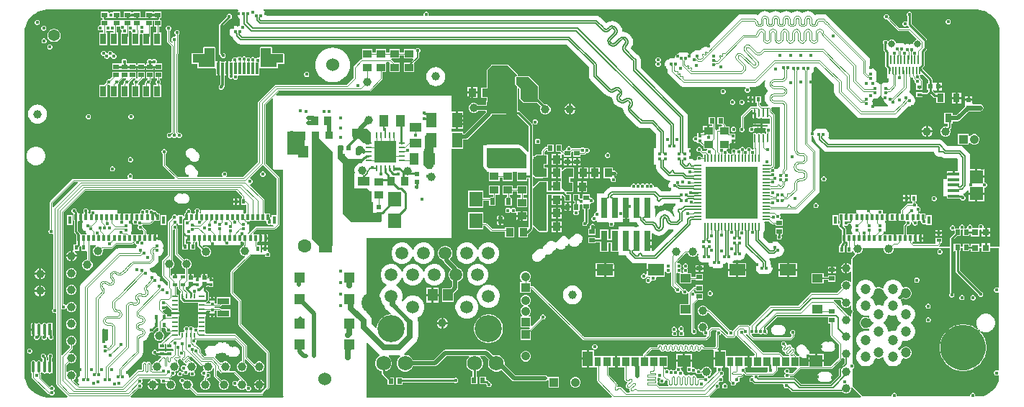
<source format=gtl>
G04*
G04 #@! TF.GenerationSoftware,Altium Limited,Altium Designer,21.6.1 (37)*
G04*
G04 Layer_Physical_Order=1*
G04 Layer_Color=255*
%FSLAX44Y44*%
%MOMM*%
G71*
G04*
G04 #@! TF.SameCoordinates,B15FB352-D5CA-4759-B8DC-376305D7300E*
G04*
G04*
G04 #@! TF.FilePolarity,Positive*
G04*
G01*
G75*
%ADD10C,0.2000*%
%ADD11C,0.2500*%
%ADD13C,0.6000*%
%ADD15C,0.2540*%
%ADD17R,2.6500X1.1000*%
%ADD18R,1.9500X1.6000*%
%ADD19R,1.2500X2.3000*%
%ADD21R,0.3500X1.4000*%
%ADD22O,0.3500X1.4000*%
%ADD23R,1.5500X1.3500*%
%ADD24R,1.1700X1.8000*%
%ADD25R,1.9000X1.3500*%
%ADD26R,1.2000X1.0000*%
%ADD27R,0.8500X1.1000*%
%ADD28R,0.8750X1.1000*%
%ADD29R,0.7500X1.1000*%
%ADD30R,0.6500X0.5500*%
%ADD31R,0.3200X0.3600*%
%ADD32R,1.0000X0.9000*%
%ADD33R,0.4500X0.5500*%
%ADD34R,1.0000X1.0000*%
%ADD35R,0.3050X1.4050*%
%ADD36R,0.4000X0.9500*%
%ADD37R,0.3000X0.6500*%
%ADD38R,0.5500X0.4500*%
%ADD39R,0.5200X0.5200*%
%ADD40R,0.2500X0.5750*%
%ADD41R,0.6750X0.2500*%
%ADD42R,1.4000X0.7500*%
%ADD43O,1.0000X0.2000*%
%ADD44O,0.2000X1.0000*%
%ADD45R,0.9000X1.0000*%
%ADD46R,0.5500X0.6500*%
G04:AMPARAMS|DCode=47|XSize=1.0111mm|YSize=0.2425mm|CornerRadius=0.1212mm|HoleSize=0mm|Usage=FLASHONLY|Rotation=270.000|XOffset=0mm|YOffset=0mm|HoleType=Round|Shape=RoundedRectangle|*
%AMROUNDEDRECTD47*
21,1,1.0111,0.0000,0,0,270.0*
21,1,0.7686,0.2425,0,0,270.0*
1,1,0.2425,0.0000,-0.3843*
1,1,0.2425,0.0000,0.3843*
1,1,0.2425,0.0000,0.3843*
1,1,0.2425,0.0000,-0.3843*
%
%ADD47ROUNDEDRECTD47*%
%ADD48R,0.6200X0.6200*%
%ADD49R,0.6200X0.6200*%
%ADD50R,1.1500X1.8000*%
G04:AMPARAMS|DCode=51|XSize=0.55mm|YSize=0.8mm|CornerRadius=0.0495mm|HoleSize=0mm|Usage=FLASHONLY|Rotation=0.000|XOffset=0mm|YOffset=0mm|HoleType=Round|Shape=RoundedRectangle|*
%AMROUNDEDRECTD51*
21,1,0.5500,0.7010,0,0,0.0*
21,1,0.4510,0.8000,0,0,0.0*
1,1,0.0990,0.2255,-0.3505*
1,1,0.0990,-0.2255,-0.3505*
1,1,0.0990,-0.2255,0.3505*
1,1,0.0990,0.2255,0.3505*
%
%ADD51ROUNDEDRECTD51*%
%ADD52R,0.2300X0.8500*%
%ADD53R,0.2300X1.0000*%
%ADD54R,0.8000X1.0000*%
%ADD55R,1.1500X1.4500*%
%ADD56R,1.5500X1.5000*%
%ADD57R,1.3500X0.4000*%
%ADD58R,0.7600X2.4000*%
%ADD59R,6.2000X6.2000*%
%ADD60R,0.8000X0.8000*%
%ADD61R,1.2000X1.2000*%
%ADD62R,0.3600X0.3200*%
%ADD63R,0.7600X1.2500*%
%ADD64R,0.2425X1.0111*%
%ADD65R,1.5200X1.7800*%
%ADD66R,0.2500X0.7000*%
%ADD67R,0.7000X0.2500*%
%ADD68R,0.9000X0.9500*%
%ADD69R,1.1500X2.7000*%
%ADD70R,1.0500X1.4000*%
%ADD71R,3.5600X1.4000*%
%ADD72R,1.4000X1.0500*%
%ADD73R,1.5500X1.2000*%
%ADD74R,1.5500X1.2000*%
%ADD113R,1.6500X0.2500*%
%ADD143C,0.5080*%
%ADD155C,0.1016*%
%ADD156C,0.1020*%
%ADD157C,0.1350*%
%ADD158C,0.1386*%
%ADD159C,1.0000*%
%ADD160R,2.6000X2.6000*%
%ADD161C,0.7000*%
%ADD162C,0.5000*%
%ADD163C,0.1270*%
%ADD164C,0.2032*%
%ADD165C,0.2554*%
%ADD166C,0.3000*%
%ADD167C,0.3810*%
%ADD168C,0.1339*%
%ADD169C,0.1500*%
%ADD170C,1.0500*%
%ADD171R,1.0500X1.0500*%
%ADD172O,2.9000X3.3000*%
%ADD173C,1.2000*%
%ADD174R,1.3680X1.3680*%
%ADD175C,1.3680*%
%ADD176C,1.5240*%
%ADD177C,5.3000*%
%ADD178C,1.7500*%
%ADD179C,1.6000*%
%ADD180C,2.4000*%
%ADD181C,0.4064*%
%ADD182O,1.5000X2.5500*%
%ADD183O,1.5500X0.9000*%
%ADD184O,0.9500X1.2500*%
%ADD185R,1.0500X1.0500*%
%ADD186C,0.8100*%
%ADD187R,1.6000X1.6000*%
%ADD188C,1.5000*%
%ADD189C,3.2000*%
%ADD190C,0.5000*%
G36*
X1125548Y457891D02*
X1129141Y456928D01*
X1132577Y455505D01*
X1135799Y453645D01*
X1138750Y451380D01*
X1141380Y448750D01*
X1143645Y445799D01*
X1145505Y442578D01*
X1146928Y439141D01*
X1147891Y435548D01*
X1148376Y431860D01*
Y430000D01*
X1148376Y179611D01*
X1147500Y178600D01*
X1137381D01*
Y182997D01*
X1133380D01*
Y177727D01*
X1130840D01*
Y182997D01*
X1126841D01*
Y178600D01*
X1124626D01*
Y182743D01*
X1114594D01*
Y180100D01*
X1112792D01*
Y182035D01*
X1105260D01*
Y178600D01*
X1102792D01*
Y182035D01*
X1095260D01*
X1094277Y182726D01*
Y187503D01*
X1098557Y191783D01*
X1102792D01*
Y198550D01*
X1103394Y198952D01*
X1104606D01*
X1105260Y198515D01*
Y191783D01*
X1112792D01*
Y193718D01*
X1114594D01*
Y190919D01*
X1124626D01*
Y198485D01*
X1125596Y199231D01*
X1126841Y198890D01*
Y197205D01*
X1130840D01*
Y201205D01*
X1129862D01*
X1129436Y201843D01*
Y203055D01*
X1128972Y204176D01*
X1128114Y205033D01*
X1126994Y205497D01*
X1125781D01*
X1124661Y205033D01*
X1123804Y204176D01*
X1123340Y203055D01*
Y201843D01*
X1122744Y200951D01*
X1116652D01*
X1116201Y201625D01*
Y202837D01*
X1115737Y203958D01*
X1114880Y204815D01*
X1113760Y205279D01*
X1112547D01*
X1111427Y204815D01*
X1110569Y203958D01*
X1110105Y202837D01*
Y201625D01*
X1110122Y201585D01*
X1109273Y200315D01*
X1107744D01*
X1107038Y201371D01*
X1107048Y201394D01*
Y202606D01*
X1106584Y203727D01*
X1105727Y204584D01*
X1104606Y205048D01*
X1103394D01*
X1102273Y204584D01*
X1101416Y203727D01*
X1100952Y202606D01*
Y201394D01*
X1100962Y201371D01*
X1100256Y200315D01*
X1096101D01*
X1096048Y200394D01*
Y201606D01*
X1095584Y202727D01*
X1094727Y203584D01*
X1093606Y204048D01*
X1092394D01*
X1091273Y203584D01*
X1090416Y202727D01*
X1089952Y201606D01*
Y200394D01*
X1090416Y199273D01*
X1091273Y198416D01*
X1092394Y197952D01*
X1093606D01*
X1093990Y198111D01*
X1095260Y197290D01*
Y195079D01*
X1090350Y190169D01*
X1090298Y190134D01*
X1089793Y189378D01*
X1089615Y188486D01*
Y178600D01*
X1077107D01*
X1076703Y179870D01*
X1077916Y181084D01*
X1078400Y182250D01*
Y182984D01*
X1080516D01*
Y189516D01*
X1072984D01*
Y182984D01*
X1071956Y182400D01*
X1046933D01*
X1045711Y183622D01*
X1045712Y183774D01*
X1046491Y184638D01*
X1046878Y184638D01*
X1047927D01*
Y189158D01*
Y193678D01*
X1046878D01*
X1046427Y193678D01*
X1045262Y193424D01*
X1040983D01*
X1040681Y193424D01*
X1039713D01*
X1038683Y194392D01*
Y202303D01*
X1040100Y203720D01*
X1040144Y203702D01*
X1041356D01*
X1042477Y204166D01*
X1043334Y205023D01*
X1043798Y206144D01*
Y207356D01*
X1044807Y208239D01*
X1044824Y208239D01*
X1044886Y208187D01*
X1045806Y207267D01*
X1045774Y207190D01*
Y205977D01*
X1046238Y204857D01*
X1047095Y204000D01*
X1048216Y203536D01*
X1049428D01*
X1050548Y204000D01*
X1051406Y204857D01*
X1051870Y205977D01*
Y207190D01*
X1051484Y208121D01*
X1051783Y208880D01*
X1052121Y209391D01*
X1054336D01*
X1054821Y209391D01*
X1054968Y209322D01*
X1055952Y208265D01*
Y207644D01*
X1056416Y206523D01*
X1057273Y205666D01*
X1058394Y205202D01*
X1059606D01*
X1060727Y205666D01*
X1060836Y205776D01*
X1062106Y205250D01*
Y204391D01*
X1068138D01*
Y215924D01*
X1062106D01*
Y212588D01*
X1060836Y211909D01*
X1060661Y212026D01*
Y213175D01*
X1060638Y213286D01*
Y217924D01*
X1055908D01*
X1055606Y217924D01*
X1054638D01*
X1053717Y218937D01*
Y220511D01*
X1053794Y220543D01*
X1054651Y221400D01*
X1055115Y222520D01*
Y223733D01*
X1054651Y224853D01*
X1053794Y225711D01*
X1052674Y226175D01*
X1052120D01*
X1051232Y227350D01*
X1051254Y227402D01*
Y228614D01*
X1050790Y229734D01*
X1049932Y230592D01*
X1049150Y230916D01*
Y232234D01*
X1050766D01*
Y239766D01*
X1044234D01*
Y232234D01*
X1045850D01*
Y229963D01*
X1045622Y229734D01*
X1045590Y229657D01*
X1040008D01*
X1038841Y229174D01*
X1032956Y223289D01*
X1032473Y222122D01*
Y219064D01*
X1031203Y218110D01*
X1030892Y218178D01*
X1030442Y218178D01*
X1029392D01*
Y213657D01*
Y209137D01*
X1030442D01*
X1030892Y209137D01*
X1032057Y209391D01*
X1032162D01*
X1036336D01*
X1036638Y209391D01*
X1037606D01*
X1038019Y208121D01*
X1037702Y207356D01*
Y206144D01*
X1037720Y206101D01*
X1035810Y204190D01*
X1035445Y203644D01*
X1035317Y203000D01*
Y194059D01*
X1034681Y193424D01*
X1033713D01*
X1033411Y193424D01*
X1029132D01*
X1027967Y193678D01*
X1027967Y193678D01*
X1027967Y193678D01*
X1026467D01*
Y189158D01*
X1023927D01*
Y193678D01*
X1022878D01*
X1022427Y193678D01*
X1021262Y193424D01*
X1016983D01*
X1016681Y193424D01*
X1015713D01*
X1015411Y193424D01*
X1013515D01*
X1013102Y194694D01*
X1013927Y196122D01*
X1014412Y197931D01*
Y199804D01*
X1013982Y201408D01*
X1014412Y203011D01*
Y204884D01*
X1013927Y206693D01*
X1013216Y207924D01*
X1013783Y209016D01*
X1013920Y209137D01*
X1014853D01*
Y213657D01*
Y218178D01*
X1013803D01*
X1013352Y218178D01*
X1012188Y217924D01*
X1011600D01*
X1010702Y218822D01*
Y221987D01*
X979542D01*
Y218178D01*
X977803D01*
X977352Y218178D01*
Y218178D01*
X976638Y217924D01*
X976638Y217924D01*
X971606D01*
X971606Y217924D01*
X970892Y218178D01*
X970892Y218178D01*
X970427Y218178D01*
X969392D01*
Y213657D01*
X966852D01*
Y218178D01*
X965803D01*
X965352Y218178D01*
X964188Y217924D01*
X959606D01*
Y209391D01*
X959792D01*
Y206846D01*
X959468Y206418D01*
X959408Y206384D01*
X958138Y207118D01*
Y215924D01*
X952106D01*
Y204391D01*
X957580D01*
X958138Y204391D01*
X958851Y203417D01*
Y203292D01*
X959315Y202172D01*
X960172Y201315D01*
X960543Y201161D01*
X962866Y198838D01*
Y193424D01*
X962681D01*
Y189020D01*
X962669Y188961D01*
Y183965D01*
X960852Y182148D01*
X960347Y181392D01*
X960169Y180500D01*
Y179766D01*
X959234D01*
Y172234D01*
X965766D01*
Y179766D01*
X965766Y179766D01*
X965766D01*
X966183Y180887D01*
X966648Y181352D01*
X967153Y182108D01*
X967331Y183000D01*
Y184509D01*
X967713Y184891D01*
X968681D01*
X969850Y183981D01*
Y179766D01*
X968234D01*
Y172234D01*
X974766D01*
Y173468D01*
X976036Y173721D01*
X976400Y172842D01*
X978092Y171150D01*
X978099Y171147D01*
X978346Y169902D01*
X974222Y165778D01*
X973900Y165000D01*
Y158263D01*
X972630Y157737D01*
X971302Y159065D01*
X969020Y160011D01*
Y153750D01*
Y147489D01*
X971302Y148435D01*
X972630Y149763D01*
X973900Y149237D01*
Y137517D01*
X973667Y137381D01*
X972630Y137128D01*
X971158Y138600D01*
X968947Y139516D01*
X966553D01*
X964342Y138600D01*
X962650Y136908D01*
X961734Y134697D01*
Y132303D01*
X962462Y130545D01*
X956817Y124900D01*
X927385D01*
X926219Y124416D01*
X911702Y109900D01*
X879250D01*
X878084Y109416D01*
X855834Y87166D01*
X855459Y86261D01*
X854568Y85903D01*
X854080Y85843D01*
X853265Y86659D01*
X852098Y87142D01*
X842083D01*
X840916Y86659D01*
X834980Y80723D01*
X833818Y80088D01*
X832698Y80552D01*
X831485D01*
X831341Y80492D01*
X807166Y104666D01*
X806000Y105150D01*
X805078D01*
X804350Y106908D01*
X802658Y108600D01*
X800447Y109516D01*
X798053D01*
X795842Y108600D01*
X794150Y106908D01*
X793234Y104697D01*
Y102303D01*
X794150Y100092D01*
X795842Y98400D01*
X798053Y97484D01*
X800447D01*
X802658Y98400D01*
X804350Y100092D01*
X804622Y100749D01*
X806120Y101047D01*
X829047Y78120D01*
X829044Y78110D01*
Y76898D01*
X829083Y76802D01*
X828643Y75587D01*
X828380Y75330D01*
X827791Y75372D01*
X819247Y83916D01*
X818080Y84400D01*
X809750D01*
X808584Y83916D01*
X805584Y80916D01*
X804478Y81435D01*
X804513Y81590D01*
X805016Y82803D01*
Y85197D01*
X804100Y87408D01*
X802408Y89100D01*
X800197Y90016D01*
X797803D01*
X795592Y89100D01*
X793900Y87408D01*
X792984Y85197D01*
Y82803D01*
X793900Y80592D01*
X795592Y78900D01*
X797803Y77984D01*
X799452D01*
Y77144D01*
X799916Y76023D01*
X800773Y75166D01*
X801894Y74702D01*
X803073D01*
X803164Y74606D01*
X803769Y73602D01*
X802317Y72150D01*
X660183D01*
X600166Y132166D01*
X599000Y132650D01*
X597016D01*
Y137266D01*
X594837D01*
X594562Y137839D01*
X594448Y138536D01*
X596062Y140151D01*
X597016Y142454D01*
Y144946D01*
X596062Y147249D01*
X594299Y149012D01*
X591996Y149966D01*
X589504D01*
X587201Y149012D01*
X585438Y147249D01*
X584484Y144946D01*
Y142454D01*
X585438Y140151D01*
X587052Y138536D01*
X586938Y137839D01*
X586663Y137266D01*
X584484D01*
Y124734D01*
X597016D01*
Y129350D01*
X598317D01*
X658334Y69334D01*
X659500Y68850D01*
X803000D01*
X804166Y69334D01*
X807916Y73084D01*
X808400Y74250D01*
Y79067D01*
X810433Y81100D01*
X815058D01*
X815534Y79830D01*
X815013Y79310D01*
X814549Y78189D01*
Y76977D01*
X814986Y75923D01*
X814896Y75707D01*
Y61746D01*
X814020Y60870D01*
X800818D01*
X800742Y61054D01*
X800565Y61939D01*
X799891Y62949D01*
X798881Y63623D01*
X797996Y63799D01*
X797691Y63926D01*
X797385Y63799D01*
X796500Y63623D01*
X795557Y62993D01*
X795459Y62952D01*
X794069Y63108D01*
X793779Y63542D01*
X792769Y64217D01*
X791884Y64393D01*
X791579Y64520D01*
X791273Y64393D01*
X790388Y64217D01*
X789378Y63542D01*
X789286Y63405D01*
X787759D01*
X787667Y63542D01*
X786657Y64217D01*
X785772Y64393D01*
X785467Y64520D01*
X785161Y64393D01*
X784276Y64217D01*
X783266Y63542D01*
X783174Y63405D01*
X781647D01*
X781555Y63542D01*
X780545Y64217D01*
X779660Y64393D01*
X779354Y64520D01*
X779049Y64393D01*
X778164Y64217D01*
X777154Y63542D01*
X777062Y63405D01*
X775535D01*
X775443Y63542D01*
X774433Y64217D01*
X773548Y64393D01*
X773242Y64520D01*
X772937Y64393D01*
X772052Y64217D01*
X771042Y63542D01*
X770950Y63405D01*
X769423D01*
X769331Y63542D01*
X768321Y64217D01*
X767436Y64393D01*
X767131Y64520D01*
X766825Y64393D01*
X765940Y64217D01*
X764930Y63542D01*
X764838Y63405D01*
X763311D01*
X763219Y63542D01*
X762209Y64217D01*
X761324Y64393D01*
X761019Y64520D01*
X760713Y64393D01*
X759828Y64217D01*
X758818Y63542D01*
X758726Y63405D01*
X757199D01*
X757107Y63542D01*
X756097Y64217D01*
X755212Y64393D01*
X754906Y64520D01*
X754601Y64393D01*
X753716Y64217D01*
X752706Y63542D01*
X752614Y63405D01*
X751087D01*
X750995Y63542D01*
X749985Y64217D01*
X749100Y64393D01*
X748794Y64520D01*
X748489Y64393D01*
X747604Y64217D01*
X746594Y63542D01*
X745920Y62533D01*
X745743Y61648D01*
X745617Y61342D01*
Y60870D01*
X738312D01*
X737146Y60386D01*
X729428Y52668D01*
X728944Y51502D01*
Y49988D01*
X725328D01*
X725328Y49988D01*
X724860D01*
Y49988D01*
X724058Y49988D01*
X715130D01*
X714328Y49988D01*
X713058Y49988D01*
X704279D01*
X703114Y50242D01*
X702163Y50242D01*
X698864D01*
Y43472D01*
Y36702D01*
X702163D01*
X703114Y36702D01*
X704279Y36956D01*
X706945D01*
Y23180D01*
X707428Y22013D01*
X708717Y20724D01*
X708717Y20724D01*
X709023Y20597D01*
X709774Y20096D01*
X710332Y19985D01*
X710767Y18623D01*
X709521Y17378D01*
X709395Y17072D01*
X708894Y16322D01*
X708657Y15131D01*
X708894Y13940D01*
X709511Y12901D01*
X709521Y12884D01*
X709521Y12884D01*
X709521Y12884D01*
X709522Y12884D01*
X709827Y12757D01*
X710578Y12256D01*
X711768Y12019D01*
X711931Y12051D01*
X713011Y10971D01*
X712979Y10809D01*
X713215Y9618D01*
X713240Y9582D01*
X713740Y8737D01*
X713241Y7505D01*
X709302D01*
X704157Y12650D01*
X704157Y12650D01*
X703798Y13009D01*
X703540Y13116D01*
X702577Y13759D01*
X701183Y14036D01*
X699790Y13759D01*
X699432Y13520D01*
X698517Y14436D01*
X698755Y14793D01*
X699033Y16187D01*
X698755Y17581D01*
X698112Y18543D01*
X698005Y18802D01*
X688310Y28497D01*
X688310Y28497D01*
X688244Y28563D01*
Y36956D01*
X690909D01*
X692074Y36702D01*
X693025Y36702D01*
X696324D01*
Y43472D01*
Y50242D01*
X693025D01*
X692074Y50242D01*
X690909Y49988D01*
X681328D01*
Y49988D01*
X680860D01*
Y49988D01*
X671328Y49988D01*
X671114Y51169D01*
X671114Y56851D01*
X671114Y56851D01*
X671612Y57638D01*
X671612Y57638D01*
X672792Y58002D01*
X672866D01*
X673986Y58466D01*
X674843Y59324D01*
X675307Y60444D01*
Y61656D01*
X674843Y62777D01*
X673986Y63634D01*
X672866Y64098D01*
X671653D01*
X670533Y63634D01*
X669675Y62777D01*
X669211Y61656D01*
Y60444D01*
X669675Y59324D01*
X670487Y58512D01*
X670475Y58270D01*
X670451Y58191D01*
X670451Y58191D01*
X670170Y57242D01*
X669957Y57242D01*
X665264D01*
Y46972D01*
Y36702D01*
X670163D01*
X671114Y36702D01*
X672279Y36956D01*
X674952D01*
Y21108D01*
X675436Y19942D01*
X692484Y2894D01*
X691958Y1624D01*
X403946Y1624D01*
X403862Y1750D01*
Y65151D01*
X405035Y65637D01*
X417099Y53573D01*
X419084Y52050D01*
X419359Y51936D01*
X419451Y50523D01*
X417858Y49603D01*
X416039Y47785D01*
X414754Y45557D01*
X414088Y43074D01*
Y40502D01*
X414754Y38019D01*
X416039Y35791D01*
X417858Y33973D01*
X420085Y32687D01*
X421544Y32297D01*
Y30116D01*
X421720Y29232D01*
X422220Y28482D01*
X428876Y21827D01*
Y16562D01*
X436408D01*
Y25094D01*
X432143D01*
X426165Y31073D01*
Y32297D01*
X427624Y32687D01*
X429851Y33973D01*
X431669Y35791D01*
X432955Y38019D01*
X433620Y40502D01*
Y43074D01*
X432955Y45557D01*
X431669Y47785D01*
X429957Y49496D01*
X430065Y50403D01*
X430162Y50766D01*
X442133D01*
X442910Y50868D01*
X443326Y49642D01*
X443258Y49603D01*
X441439Y47785D01*
X440154Y45557D01*
X439488Y43074D01*
Y40502D01*
X440154Y38019D01*
X441439Y35791D01*
X443258Y33973D01*
X445485Y32687D01*
X447968Y32022D01*
X450540D01*
X453024Y32687D01*
X455251Y33973D01*
X457069Y35791D01*
X458355Y38019D01*
X458404Y38203D01*
X484218D01*
X485590Y38476D01*
X486753Y39253D01*
X497969Y50469D01*
X524128D01*
X524654Y49199D01*
X523239Y47785D01*
X521954Y45557D01*
X521288Y43074D01*
Y40502D01*
X521954Y38019D01*
X523239Y35791D01*
X525058Y33973D01*
X527285Y32687D01*
X528744Y32297D01*
Y25602D01*
X526666D01*
Y17070D01*
X534198D01*
Y25602D01*
X533364D01*
Y32297D01*
X534824Y32687D01*
X537051Y33973D01*
X538869Y35791D01*
X540154Y38019D01*
X540820Y40502D01*
Y43074D01*
X540154Y45557D01*
X538869Y47785D01*
X537454Y49199D01*
X537980Y50469D01*
X542703D01*
X547449Y45723D01*
X547354Y45557D01*
X546688Y43074D01*
Y40502D01*
X547354Y38019D01*
X548639Y35791D01*
X550458Y33973D01*
X552685Y32687D01*
X555168Y32022D01*
X557740D01*
X560224Y32687D01*
X562380Y33933D01*
X574848Y21465D01*
X576011Y20688D01*
X577383Y20415D01*
X613750D01*
X615122Y20688D01*
X616285Y21465D01*
X616514Y21808D01*
X617784Y21423D01*
Y12984D01*
X630316D01*
Y25516D01*
X618328D01*
X617784Y25516D01*
X616687Y25933D01*
X616285Y26535D01*
X615122Y27312D01*
X613750Y27585D01*
X578868D01*
X566163Y40290D01*
X566220Y40502D01*
Y43074D01*
X565555Y45557D01*
X564269Y47785D01*
X562450Y49603D01*
X560224Y50889D01*
X557740Y51554D01*
X555168D01*
X552685Y50889D01*
X552519Y50793D01*
X546723Y56589D01*
X545560Y57366D01*
X544188Y57639D01*
X496484D01*
X495112Y57366D01*
X493949Y56589D01*
X482733Y45373D01*
X458404D01*
X458355Y45557D01*
X457069Y47785D01*
X455251Y49603D01*
X453024Y50889D01*
X450540Y51554D01*
X448364D01*
X447892Y52793D01*
X448909Y53573D01*
X461820Y66483D01*
X463342Y68468D01*
X464300Y70779D01*
X464626Y73259D01*
Y90456D01*
X464300Y92936D01*
X463800Y94143D01*
X463615Y95405D01*
X464393Y95857D01*
X466693Y97185D01*
X469207Y99699D01*
X470984Y102777D01*
X471904Y106211D01*
Y109765D01*
X470984Y113199D01*
X469207Y116277D01*
X466693Y118791D01*
X463615Y120568D01*
X460181Y121488D01*
X456627D01*
X453193Y120568D01*
X450115Y118791D01*
X447601Y116277D01*
X446592Y114529D01*
X445055Y114407D01*
X445003Y114471D01*
X445584Y115477D01*
X446504Y118911D01*
Y122465D01*
X445584Y125899D01*
X443807Y128977D01*
X441293Y131491D01*
X438530Y133086D01*
X438381Y134091D01*
X438466Y134515D01*
X440728Y135822D01*
X443071Y138164D01*
X444727Y141032D01*
X445047Y142226D01*
X446362D01*
X446681Y141032D01*
X448338Y138164D01*
X450680Y135822D01*
X453548Y134165D01*
X456748Y133308D01*
X460060D01*
X463260Y134165D01*
X466128Y135822D01*
X468471Y138164D01*
X470127Y141032D01*
X470447Y142226D01*
X471762D01*
X472081Y141032D01*
X473738Y138164D01*
X476080Y135822D01*
X478948Y134165D01*
X482148Y133308D01*
X485460D01*
X488660Y134165D01*
X491528Y135822D01*
X493871Y138164D01*
X495527Y141032D01*
X496384Y144232D01*
Y147544D01*
X495527Y150744D01*
X493871Y153612D01*
X491528Y155955D01*
X488660Y157611D01*
X485460Y158468D01*
X482148D01*
X478948Y157611D01*
X476080Y155955D01*
X473738Y153612D01*
X472081Y150744D01*
X471762Y149550D01*
X470447D01*
X470127Y150744D01*
X468471Y153612D01*
X466128Y155955D01*
X463260Y157611D01*
X460060Y158468D01*
X456748D01*
X453548Y157611D01*
X450680Y155955D01*
X448338Y153612D01*
X446681Y150744D01*
X446362Y149550D01*
X445047D01*
X444727Y150744D01*
X443071Y153612D01*
X440728Y155955D01*
X437860Y157611D01*
X434660Y158468D01*
X431348D01*
X428148Y157611D01*
X425280Y155955D01*
X422938Y153612D01*
X421281Y150744D01*
X420424Y147544D01*
Y144232D01*
X421281Y141032D01*
X422938Y138164D01*
X425280Y135822D01*
X427542Y134515D01*
X427627Y134091D01*
X427478Y133086D01*
X424715Y131491D01*
X422201Y128977D01*
X420424Y125899D01*
X419504Y122465D01*
Y118911D01*
X420424Y115477D01*
X422201Y112399D01*
X424715Y109885D01*
X425126Y109648D01*
X425279Y108485D01*
X426237Y106174D01*
X427759Y104190D01*
X429744Y102667D01*
X431391Y101985D01*
X432798Y100577D01*
X432312Y99404D01*
X431328D01*
X428041Y98750D01*
X424944Y97467D01*
X422157Y95605D01*
X419787Y93235D01*
X417925Y90448D01*
X416642Y87351D01*
X415988Y84064D01*
Y83445D01*
X414815Y82959D01*
X409736Y88038D01*
Y91846D01*
X409409Y94326D01*
X408452Y96637D01*
X406930Y98621D01*
X403862Y101689D01*
Y188900D01*
X502854D01*
X503632Y189222D01*
X503954Y190000D01*
Y191182D01*
X504108Y191554D01*
Y294060D01*
X517240D01*
Y304743D01*
X520795D01*
X522167Y305016D01*
X523330Y305793D01*
X550287Y332750D01*
X551064Y333913D01*
X551188Y334536D01*
X568557D01*
X568782Y334491D01*
X581240D01*
X594405Y321327D01*
Y291443D01*
X593135Y290917D01*
X586353Y297699D01*
X585093Y298541D01*
X584662Y298627D01*
Y298762D01*
X583982D01*
X583606Y298837D01*
X545252D01*
X544877Y298762D01*
X541442D01*
Y295327D01*
X541367Y294952D01*
Y273616D01*
X541663Y272129D01*
X542505Y270869D01*
X545065Y268309D01*
X546325Y267467D01*
X547812Y267171D01*
X548126D01*
Y256246D01*
X560158D01*
Y260112D01*
X564128D01*
Y256246D01*
X576160D01*
Y267171D01*
X580638D01*
Y256246D01*
X592670D01*
Y259709D01*
X594405D01*
Y202808D01*
X593652Y201850D01*
X582620D01*
Y189818D01*
X593652D01*
Y193764D01*
X594284Y194186D01*
X598384Y198286D01*
X598889Y199042D01*
X599067Y199934D01*
Y202137D01*
X600240Y202623D01*
X605936Y196927D01*
Y196422D01*
X606778D01*
X606980Y196338D01*
X615952D01*
X616154Y196422D01*
X616968D01*
Y197236D01*
X617052Y197438D01*
Y239985D01*
X621682D01*
Y235458D01*
X627452D01*
X633222D01*
Y239064D01*
X634492Y239590D01*
X636738Y237344D01*
Y232109D01*
X644270D01*
Y240641D01*
X640034D01*
X638664Y242011D01*
X639190Y243281D01*
X642040D01*
X642289Y243384D01*
X647116D01*
Y255416D01*
X643140D01*
Y259834D01*
X648116D01*
Y271866D01*
X642226D01*
X642040Y271943D01*
X637540D01*
X637354Y271866D01*
X637084D01*
Y271754D01*
X636762Y271621D01*
X634395Y269254D01*
X633222Y269740D01*
Y272208D01*
X628722D01*
Y265938D01*
Y259668D01*
X632414D01*
X632415Y259667D01*
Y256307D01*
X632373Y256206D01*
X628722D01*
Y249936D01*
X627452D01*
Y248666D01*
X621682D01*
Y244647D01*
X617052D01*
Y254936D01*
X616968Y255138D01*
Y255952D01*
X616154D01*
X615952Y256036D01*
X606952D01*
X606750Y255952D01*
X605936D01*
Y255475D01*
X600240Y249779D01*
X599067Y250265D01*
Y261182D01*
X600337Y261708D01*
X601884Y260160D01*
X602662Y259838D01*
X611452D01*
X611654Y259922D01*
X616968D01*
Y271954D01*
X613102D01*
Y275670D01*
X616968D01*
Y287702D01*
X613102D01*
Y290983D01*
X614916Y292797D01*
X616186Y292524D01*
Y290628D01*
X623718D01*
Y299160D01*
X616186D01*
Y296290D01*
X614426D01*
X613260Y295806D01*
X610286Y292832D01*
X609802Y291666D01*
Y287786D01*
X603678D01*
X602900Y287464D01*
X601441Y286004D01*
X601374D01*
X600253Y285540D01*
X599067Y286149D01*
Y322292D01*
X598956Y322849D01*
X598905Y323107D01*
X598960Y323185D01*
X600165Y323643D01*
X600187Y323620D01*
X600505Y323302D01*
X601625Y322838D01*
X602838D01*
X603958Y323302D01*
X604815Y324160D01*
X605279Y325280D01*
Y326493D01*
X604815Y327613D01*
X603958Y328470D01*
X602838Y328934D01*
X601625D01*
X600505Y328470D01*
X599647Y327613D01*
X599183Y326493D01*
Y325280D01*
X599456Y324621D01*
X598384Y323940D01*
X598222Y324102D01*
X583854Y338470D01*
X583098Y338975D01*
X582206Y339153D01*
X581868D01*
Y350568D01*
X581600D01*
Y365178D01*
X582738Y365668D01*
X583578Y364980D01*
Y353043D01*
X583900Y352266D01*
X587493Y348672D01*
X588271Y348350D01*
X604100D01*
X604504Y348518D01*
X609096Y343925D01*
X608228Y341830D01*
Y339437D01*
X609144Y337226D01*
X610837Y335533D01*
X613048Y334618D01*
X615441D01*
X617652Y335533D01*
X619345Y337226D01*
X620261Y339437D01*
Y341830D01*
X619345Y344041D01*
X617652Y345734D01*
X615441Y346650D01*
X613048D01*
X612989Y346625D01*
X606156Y353458D01*
Y368100D01*
X605834Y368877D01*
X595317Y379394D01*
X595313Y379396D01*
X595311Y379400D01*
X594924Y379557D01*
X594540Y379716D01*
X594535Y379714D01*
X594531Y379716D01*
X582501Y379622D01*
X581600Y380516D01*
Y381550D01*
X581278Y382328D01*
X570522Y393083D01*
X569744Y393405D01*
X568232D01*
Y393610D01*
X550200D01*
Y392601D01*
X545765Y388166D01*
X545442Y387388D01*
Y366480D01*
X538612D01*
Y354448D01*
X545442D01*
Y350568D01*
X544236D01*
Y345949D01*
X534513D01*
X533186Y347276D01*
X530975Y348192D01*
X528581D01*
X526370Y347276D01*
X524678Y345584D01*
X523762Y343373D01*
Y340979D01*
X524678Y338768D01*
X526370Y337076D01*
X528581Y336160D01*
X530975D01*
X533186Y337076D01*
X534878Y338768D01*
X534883Y338779D01*
X543079D01*
X544167Y338052D01*
Y336770D01*
X519310Y311913D01*
X517240D01*
Y314092D01*
X504108D01*
Y317682D01*
X509204D01*
Y327952D01*
Y338222D01*
X504108D01*
Y355854D01*
X503786Y356632D01*
X503008Y356954D01*
X487022D01*
X487022Y356954D01*
X309306D01*
X309306Y356954D01*
X297946D01*
X297460Y358127D01*
X300801Y361468D01*
X407118D01*
X408284Y361951D01*
X422166Y375834D01*
X422650Y377000D01*
Y384484D01*
X427016D01*
Y395516D01*
X427940Y396350D01*
X430060D01*
X430984Y395516D01*
Y384484D01*
X443016D01*
Y395516D01*
X436817D01*
X433166Y399166D01*
X433052Y399214D01*
X433304Y400484D01*
X443016D01*
Y404350D01*
X447984D01*
Y400484D01*
X458307D01*
X458833Y399214D01*
X455135Y395516D01*
X447984D01*
Y384484D01*
X460016D01*
Y395516D01*
X460016Y395516D01*
X460016D01*
X460795Y396414D01*
X465190Y400810D01*
X465555Y401356D01*
X465683Y402000D01*
Y407398D01*
X465727Y407416D01*
X466584Y408273D01*
X467048Y409394D01*
Y410606D01*
X466584Y411727D01*
X465727Y412584D01*
X464606Y413048D01*
X463394D01*
X462273Y412584D01*
X461416Y411727D01*
X461286Y411413D01*
X460016Y411516D01*
Y411516D01*
X447984D01*
Y407650D01*
X443016D01*
Y411516D01*
X430984D01*
Y407650D01*
X427016D01*
Y411516D01*
X414984D01*
Y407650D01*
X411016D01*
Y411516D01*
X398984D01*
Y400920D01*
X398984Y400484D01*
X398060Y399650D01*
X398000D01*
X396834Y399166D01*
X388834Y391166D01*
X388350Y390000D01*
Y377683D01*
X380188Y369521D01*
X296423D01*
X295256Y369038D01*
X276622Y350403D01*
X276138Y349237D01*
Y278471D01*
X258544Y260876D01*
X239483D01*
X238957Y262146D01*
X239334Y262523D01*
X239798Y263644D01*
Y264856D01*
X239334Y265977D01*
X238477Y266834D01*
X237356Y267298D01*
X236144D01*
X235023Y266834D01*
X234166Y265977D01*
X233702Y264856D01*
Y263644D01*
X234166Y262523D01*
X234543Y262146D01*
X234017Y260876D01*
X205657D01*
X205171Y262050D01*
X205268Y262147D01*
X206196Y264387D01*
Y266813D01*
X205268Y269053D01*
X203553Y270768D01*
X202226Y271318D01*
X201676Y272645D01*
X199961Y274360D01*
X197721Y275288D01*
X195295D01*
X193055Y274360D01*
X191340Y272645D01*
X190412Y270405D01*
Y267980D01*
X191340Y265739D01*
X193055Y264024D01*
X194382Y263474D01*
X194932Y262147D01*
X195029Y262050D01*
X194543Y260876D01*
X182456D01*
X167650Y275683D01*
Y288384D01*
X167727Y288416D01*
X168584Y289273D01*
X169048Y290394D01*
Y291606D01*
X168584Y292727D01*
X167727Y293584D01*
X166606Y294048D01*
X165394D01*
X164273Y293584D01*
X163416Y292727D01*
X162952Y291606D01*
Y290394D01*
X163416Y289273D01*
X164273Y288416D01*
X164350Y288384D01*
Y275000D01*
X164834Y273834D01*
X178649Y260018D01*
X178163Y258844D01*
X128951D01*
X128425Y260114D01*
X128584Y260273D01*
X129048Y261394D01*
Y262606D01*
X128584Y263727D01*
X127727Y264584D01*
X126606Y265048D01*
X125394D01*
X124273Y264584D01*
X123416Y263727D01*
X122952Y262606D01*
Y261394D01*
X123416Y260273D01*
X123575Y260114D01*
X123049Y258844D01*
X59195D01*
X58028Y258361D01*
X31834Y232166D01*
X31350Y231000D01*
Y199616D01*
X31273Y199584D01*
X30416Y198727D01*
X29952Y197606D01*
Y196394D01*
X30416Y195273D01*
X31273Y194416D01*
X32394Y193952D01*
X33606D01*
X34080Y194148D01*
X35350Y193381D01*
Y106616D01*
X35273Y106584D01*
X34416Y105727D01*
X33952Y104606D01*
Y103394D01*
X34416Y102273D01*
X35273Y101416D01*
X36394Y100952D01*
X37606D01*
X37994Y101112D01*
X39264Y100294D01*
Y60913D01*
Y16874D01*
X39747Y15708D01*
X52561Y2894D01*
X52035Y1624D01*
X30000D01*
X28140D01*
X24452Y2109D01*
X20859Y3072D01*
X17422Y4496D01*
X14201Y6355D01*
X11250Y8620D01*
X8620Y11250D01*
X6355Y14201D01*
X4495Y17423D01*
X3072Y20859D01*
X2109Y24452D01*
X1623Y28140D01*
Y30000D01*
X1623Y430000D01*
Y431860D01*
X2109Y435548D01*
X3072Y439141D01*
X4495Y442578D01*
X6355Y445799D01*
X8620Y448750D01*
X11250Y451380D01*
X14201Y453645D01*
X17422Y455505D01*
X20859Y456928D01*
X24452Y457891D01*
X28140Y458377D01*
X252535D01*
X253150Y457107D01*
X252486Y455957D01*
X252001Y454148D01*
Y452275D01*
X252486Y450466D01*
X253422Y448845D01*
X254473Y447793D01*
Y441863D01*
X254808Y440182D01*
X254313Y439142D01*
X253913Y438834D01*
X252600Y438482D01*
X250996Y438912D01*
X249124D01*
X247315Y438427D01*
X245693Y437491D01*
X244369Y436167D01*
X243433Y434545D01*
X242948Y432736D01*
Y430864D01*
X243433Y429055D01*
X244369Y427433D01*
X245693Y426109D01*
X246058Y425899D01*
X246190Y425232D01*
X247462Y423328D01*
X251857Y418934D01*
X253761Y417662D01*
X256006Y417215D01*
X256006Y417215D01*
X638455D01*
X665332Y390338D01*
Y379800D01*
X665332Y379800D01*
X665779Y377555D01*
X667051Y375651D01*
X679138Y363563D01*
X679138Y363563D01*
X680512Y362190D01*
X680517Y362187D01*
X680520Y362182D01*
X684110Y358591D01*
X684316Y358454D01*
X686457Y356811D01*
X689177Y355684D01*
X691759Y355344D01*
X692762Y354492D01*
X692919Y354127D01*
X693283Y351356D01*
X694410Y348636D01*
X696053Y346495D01*
X696191Y346289D01*
X696642Y345837D01*
X696848Y345700D01*
X698989Y344057D01*
X701709Y342930D01*
X704628Y342546D01*
X704824Y342572D01*
X705653Y341743D01*
X706037Y338824D01*
X707164Y336104D01*
X708807Y333963D01*
X708945Y333757D01*
X715264Y327438D01*
X715268Y327435D01*
X715272Y327430D01*
X716645Y326057D01*
X716645Y326057D01*
X722617Y320085D01*
X722617Y320085D01*
X724520Y318813D01*
X726766Y318367D01*
X726766Y318367D01*
X737304D01*
X744457Y311213D01*
Y294980D01*
X741620D01*
Y281220D01*
Y275620D01*
X744420D01*
Y272272D01*
X744868Y270019D01*
X746144Y268109D01*
X755403Y258851D01*
X757312Y257575D01*
X759565Y257127D01*
X760373D01*
X760899Y255857D01*
X760217Y255175D01*
X759281Y253553D01*
X758796Y251744D01*
Y249872D01*
X759281Y248063D01*
X760217Y246441D01*
X761445Y245213D01*
X761400Y244790D01*
X761035Y243943D01*
X751015D01*
X747253Y247705D01*
X745343Y248981D01*
X743091Y249429D01*
X741470D01*
X741415Y249512D01*
Y250724D01*
X740951Y251845D01*
X740094Y252702D01*
X738973Y253166D01*
X737761D01*
X736640Y252702D01*
X736041Y252102D01*
X735422Y252721D01*
X734302Y253185D01*
X733089D01*
X731969Y252721D01*
X731143Y251895D01*
X730317Y252721D01*
X729196Y253185D01*
X727984D01*
X726864Y252721D01*
X726688Y252545D01*
X725899Y251939D01*
X725028Y252545D01*
X724892Y252682D01*
X723772Y253146D01*
X722559D01*
X721439Y252682D01*
X721363Y252605D01*
X720533Y251867D01*
X719703Y252605D01*
X719627Y252682D01*
X718507Y253146D01*
X717294D01*
X716174Y252682D01*
X715316Y251824D01*
X714852Y250704D01*
Y249491D01*
X714811Y249429D01*
X692174D01*
X689921Y248981D01*
X688012Y247705D01*
X684212Y243905D01*
X682941Y242003D01*
X674472D01*
Y220136D01*
X674164D01*
X673044Y219672D01*
X672186Y218815D01*
X671722Y217694D01*
Y216482D01*
X671858Y216155D01*
X670987Y214938D01*
X670518D01*
X669397Y214474D01*
X668540Y213616D01*
X668076Y212496D01*
Y211283D01*
X668540Y210163D01*
X669397Y209306D01*
X670518Y208842D01*
X671730D01*
X672850Y209306D01*
X673202Y209658D01*
X674472Y209132D01*
Y207843D01*
X688333D01*
X689094Y206573D01*
X688893Y206087D01*
Y204875D01*
X689357Y203755D01*
X690215Y202897D01*
X691335Y202433D01*
X692548D01*
X693668Y202897D01*
X694525Y203755D01*
X694989Y204875D01*
Y206087D01*
X694788Y206573D01*
X695550Y207843D01*
X704932D01*
Y211653D01*
X707482D01*
Y224923D01*
X710022D01*
Y211653D01*
X712572D01*
Y207843D01*
X721041D01*
X722312Y205941D01*
X724076Y204176D01*
X723590Y203003D01*
X699872D01*
Y198939D01*
X691236D01*
Y188233D01*
X688168D01*
Y198939D01*
X678536D01*
Y188943D01*
X673104D01*
Y190399D01*
X664572D01*
Y182867D01*
X673104D01*
Y184322D01*
X678536D01*
Y172907D01*
X688168D01*
Y183612D01*
X691236D01*
Y172907D01*
X699872D01*
Y168843D01*
X708341D01*
X709612Y166941D01*
X715621Y160931D01*
X717531Y159655D01*
X719784Y159207D01*
X733174D01*
Y152992D01*
X743944D01*
Y150452D01*
X733174D01*
Y146635D01*
X732958Y146508D01*
X731904Y146245D01*
X731270Y146879D01*
X730150Y147343D01*
X728938D01*
X727817Y146879D01*
X726960Y146022D01*
X726496Y144901D01*
Y143689D01*
X726960Y142569D01*
X727817Y141711D01*
X728938Y141247D01*
X730150D01*
X731270Y141711D01*
X732128Y142569D01*
X732251Y142865D01*
X733167Y143695D01*
X733764Y143702D01*
X736171D01*
X737106Y142832D01*
X737151Y142719D01*
X736322Y141968D01*
X735750Y142205D01*
X734537D01*
X733417Y141741D01*
X732560Y140883D01*
X732095Y139763D01*
Y138551D01*
X732560Y137430D01*
X733417Y136573D01*
X734537Y136109D01*
X735750D01*
X736870Y136573D01*
X737728Y137430D01*
X738192Y138551D01*
Y138706D01*
X738913Y139100D01*
X739462Y139295D01*
X740474Y138876D01*
X741686D01*
X742806Y139340D01*
X743664Y140197D01*
X744128Y141318D01*
Y142530D01*
X745017Y143702D01*
X754714D01*
Y149460D01*
X755984Y149713D01*
X756166Y149273D01*
X757023Y148416D01*
X758144Y147952D01*
X759356D01*
X760477Y148416D01*
X760830Y148770D01*
X762100Y148244D01*
Y133586D01*
X762584Y132419D01*
X766534Y128469D01*
X766502Y128392D01*
Y127179D01*
X766966Y126059D01*
X767824Y125201D01*
X768944Y124737D01*
X770157D01*
X771277Y125201D01*
X772134Y126059D01*
X772406Y126715D01*
X773772Y127145D01*
X775085Y125832D01*
Y125188D01*
X775549Y124068D01*
X776406Y123211D01*
X777526Y122747D01*
X778739D01*
X779859Y123211D01*
X780717Y124068D01*
X780830Y124342D01*
X782100Y124090D01*
Y110988D01*
X771928D01*
Y98956D01*
X785600D01*
Y81194D01*
X786060Y80084D01*
X785893Y79681D01*
Y78468D01*
X786357Y77348D01*
X787215Y76490D01*
X788335Y76026D01*
X789548D01*
X790668Y76490D01*
X791525Y77348D01*
X791989Y78468D01*
Y79681D01*
X791525Y80801D01*
X790668Y81658D01*
X789548Y82122D01*
X788900D01*
Y111567D01*
X793674Y116342D01*
X793733Y116484D01*
X799516D01*
Y124016D01*
X790984D01*
X790067Y124868D01*
X789235Y125700D01*
X788948Y125819D01*
X788650Y127317D01*
X789714Y128381D01*
X790984Y128071D01*
Y126484D01*
X799516D01*
Y134016D01*
X790984D01*
Y131900D01*
X789250D01*
X788084Y131416D01*
X782584Y125916D01*
X782451Y125596D01*
X781181Y125849D01*
Y126401D01*
X780717Y127521D01*
X779859Y128379D01*
X778739Y128843D01*
X777526D01*
X776971Y128612D01*
X768150Y137433D01*
Y147994D01*
X769420Y148520D01*
X769523Y148416D01*
X770644Y147952D01*
X771856Y147952D01*
X771928Y147904D01*
X771928Y146815D01*
Y135956D01*
X785960D01*
Y140322D01*
X790984D01*
Y139484D01*
X799516D01*
Y147016D01*
X790984D01*
Y143622D01*
X785960D01*
Y147988D01*
X781845D01*
X781319Y149258D01*
X781334Y149273D01*
X781798Y150394D01*
Y151606D01*
X781334Y152727D01*
X781140Y152920D01*
X780587Y153750D01*
X781140Y154580D01*
X781334Y154773D01*
X781798Y155894D01*
Y157106D01*
X781334Y158227D01*
X780477Y159084D01*
X779356Y159548D01*
X778144D01*
X777023Y159084D01*
X776166Y158227D01*
X775702Y157106D01*
Y155894D01*
X776166Y154773D01*
X776360Y154580D01*
X776913Y153750D01*
X776360Y152920D01*
X776166Y152727D01*
X775702Y151606D01*
Y150394D01*
X776166Y149273D01*
X776181Y149258D01*
X775655Y147988D01*
X774345D01*
X773819Y149258D01*
X773834Y149273D01*
X774298Y150394D01*
Y151606D01*
X773834Y152727D01*
X773640Y152920D01*
X773087Y153750D01*
X773640Y154580D01*
X773834Y154773D01*
X774298Y155894D01*
Y157106D01*
X773834Y158227D01*
X772977Y159084D01*
X771856Y159548D01*
X770644D01*
X770254Y159387D01*
X768845Y160051D01*
X768833Y160068D01*
X768725Y160642D01*
X779183Y171100D01*
X781422D01*
X782150Y169342D01*
X783842Y167650D01*
X786053Y166734D01*
X788447D01*
X790658Y167650D01*
X792350Y169342D01*
X793079Y171101D01*
X793155Y171281D01*
X793597Y171309D01*
X794356Y170084D01*
X794269Y169932D01*
X793784Y168123D01*
Y166250D01*
X794269Y164442D01*
X795205Y162820D01*
X796529Y161496D01*
X798151Y160559D01*
X799960Y160075D01*
X801832D01*
X803436Y160504D01*
X805040Y160075D01*
X805822D01*
Y159597D01*
X806307Y157788D01*
X807243Y156166D01*
X808567Y154842D01*
X810189Y153906D01*
X811998Y153421D01*
X813870D01*
X815474Y153851D01*
X817078Y153421D01*
X818950D01*
X820759Y153906D01*
X822381Y154842D01*
X823705Y156166D01*
X824641Y157788D01*
X825126Y159597D01*
Y159670D01*
X825902D01*
X827506Y160099D01*
X827621Y160069D01*
X828755Y159745D01*
X828755D01*
X828755Y159745D01*
Y152995D01*
X838255D01*
Y159745D01*
X834622D01*
X834282Y161015D01*
X834413Y161091D01*
X835737Y162415D01*
X836115Y163069D01*
X836121Y163068D01*
X837993D01*
X839597Y163498D01*
X841201Y163068D01*
X843073D01*
X844882Y163553D01*
X846504Y164489D01*
X847828Y165813D01*
X848764Y167435D01*
X849249Y169244D01*
Y170908D01*
X849756Y171272D01*
X850464Y171489D01*
X863579Y158373D01*
X863243Y158037D01*
X862307Y156415D01*
X861822Y154606D01*
Y152734D01*
X862307Y150925D01*
X863243Y149303D01*
X864567Y147979D01*
X866189Y147043D01*
X867998Y146558D01*
X869870D01*
X871474Y146988D01*
X873078Y146558D01*
X874950D01*
X876759Y147043D01*
X878381Y147979D01*
X879705Y149303D01*
X880641Y150925D01*
X881126Y152734D01*
Y154606D01*
X880641Y156415D01*
X879705Y158037D01*
X878689Y159053D01*
Y161232D01*
X878241Y163484D01*
X877553Y164513D01*
X878232Y165783D01*
X883188D01*
X885440Y166231D01*
X887169Y167386D01*
X888666D01*
X890475Y167871D01*
X892097Y168807D01*
X893421Y170131D01*
X894357Y171753D01*
X894842Y173562D01*
Y175434D01*
X894357Y177243D01*
X893421Y178865D01*
X892097Y180189D01*
X890659Y181019D01*
X889829Y182457D01*
X888505Y183781D01*
X886883Y184717D01*
X885074Y185202D01*
X883202D01*
X881393Y184717D01*
X879771Y183781D01*
X879175Y183186D01*
X877474Y183173D01*
X870697Y189950D01*
Y195587D01*
X871233Y196390D01*
X871705Y198762D01*
Y206762D01*
X871514Y207725D01*
X872319Y208706D01*
X877229D01*
X880002Y205934D01*
X881168Y205450D01*
X884934D01*
Y203334D01*
X893466D01*
Y210866D01*
X890029D01*
X889897Y211091D01*
X889639Y212136D01*
X890275Y212771D01*
X890739Y213892D01*
Y215104D01*
X890275Y216225D01*
X889844Y216655D01*
X890370Y217925D01*
X902209D01*
X902284Y217910D01*
X908629D01*
X910810Y218344D01*
X912659Y219579D01*
X934900Y241820D01*
X936135Y243669D01*
X936569Y245850D01*
Y290669D01*
X936554Y290744D01*
Y291590D01*
X936120Y293771D01*
X934885Y295621D01*
X927149Y303356D01*
Y309382D01*
X928419Y309550D01*
X928779Y308207D01*
X929715Y306585D01*
X930776Y305524D01*
X931221Y303290D01*
X932493Y301386D01*
X941454Y292425D01*
X943357Y291153D01*
X945603Y290707D01*
X945603Y290707D01*
X1070879D01*
X1070959Y290093D01*
X1071710Y288281D01*
X1072461Y287302D01*
X1072870Y286691D01*
X1073481Y286282D01*
X1074460Y285531D01*
X1076273Y284780D01*
X1078218Y284524D01*
X1080031Y284763D01*
X1081611Y283707D01*
X1083856Y283260D01*
X1097989D01*
X1099365Y281884D01*
Y267741D01*
X1095251D01*
Y264471D01*
X1093981D01*
Y263201D01*
X1085961D01*
Y261201D01*
X1085961D01*
X1086215Y260987D01*
Y258551D01*
X1082151D01*
Y244391D01*
Y237891D01*
X1086215D01*
Y235455D01*
X1101747D01*
X1102685Y234656D01*
X1103318Y234023D01*
X1104438Y233559D01*
X1105651D01*
X1106771Y234023D01*
X1107628Y234881D01*
X1108092Y236001D01*
Y237213D01*
X1107628Y238334D01*
X1106771Y239191D01*
X1105811Y239589D01*
Y241435D01*
X1106086Y241490D01*
X1107990Y242762D01*
X1110787Y245559D01*
X1111961Y245073D01*
Y242741D01*
X1120981D01*
X1130001D01*
Y248423D01*
X1131080D01*
X1132201Y248887D01*
X1133058Y249744D01*
X1133522Y250865D01*
Y252077D01*
X1133058Y253198D01*
X1132201Y254055D01*
X1131080Y254519D01*
X1130001D01*
Y260201D01*
X1120981D01*
Y261471D01*
X1119711D01*
Y270241D01*
X1113721D01*
Y285400D01*
X1113721Y285400D01*
X1113274Y287645D01*
X1112002Y289549D01*
X1112002Y289549D01*
X1105654Y295897D01*
X1103750Y297169D01*
X1101505Y297616D01*
X1101505Y297616D01*
X1087372D01*
X1081655Y303332D01*
X1079752Y304604D01*
X1077506Y305051D01*
X1077506Y305051D01*
X949114D01*
X946691Y307474D01*
X947114Y308207D01*
X947598Y310016D01*
Y311888D01*
X947114Y313697D01*
X946177Y315319D01*
X944853Y316643D01*
X943231Y317579D01*
X941423Y318064D01*
X939550D01*
X937946Y317634D01*
X936343Y318064D01*
X934470D01*
X932661Y317579D01*
X931039Y316643D01*
X929715Y315319D01*
X928779Y313697D01*
X928419Y312354D01*
X927149Y312521D01*
Y382934D01*
X927219Y382975D01*
X928543Y384299D01*
X929479Y385921D01*
X929964Y387730D01*
Y389602D01*
X930619Y390456D01*
X933431D01*
X953593Y370295D01*
Y361300D01*
X954026Y359118D01*
X955262Y357270D01*
X980516Y332016D01*
X980516Y332016D01*
X982365Y330780D01*
X984546Y330346D01*
X1024975D01*
X1027156Y330780D01*
X1029005Y332016D01*
X1038247Y341258D01*
X1038279Y341279D01*
X1040967Y343967D01*
X1041037Y343949D01*
X1042909D01*
X1044718Y344433D01*
X1046340Y345370D01*
X1047664Y346694D01*
X1048600Y348316D01*
X1049085Y350124D01*
Y351997D01*
X1048600Y353806D01*
X1047664Y355428D01*
X1046340Y356752D01*
X1044902Y357582D01*
X1044072Y359020D01*
X1042748Y360344D01*
X1042235Y360640D01*
X1042045Y361073D01*
X1041945Y362274D01*
X1042921Y363735D01*
X1043355Y365915D01*
Y376773D01*
X1043355Y376773D01*
X1044360Y377412D01*
X1044739D01*
Y377412D01*
X1046009Y377841D01*
X1046441Y377536D01*
Y377430D01*
X1046924Y376263D01*
X1048513Y374675D01*
X1048412Y374432D01*
Y373220D01*
X1048876Y372100D01*
X1049599Y371377D01*
X1049984Y370266D01*
X1049984Y370266D01*
Y363734D01*
X1057516D01*
Y370266D01*
X1057441D01*
Y374760D01*
X1056958Y375928D01*
X1054664Y378222D01*
X1054695Y378297D01*
Y379509D01*
X1054406Y380206D01*
X1055044Y381476D01*
X1056675D01*
Y381476D01*
X1057523Y381827D01*
X1064669Y374681D01*
Y371616D01*
X1062884D01*
Y363384D01*
X1064424D01*
X1064568Y362114D01*
X1062785Y360331D01*
X1057516D01*
Y361266D01*
X1049984D01*
Y354734D01*
X1057516D01*
Y355669D01*
X1063750D01*
X1064642Y355847D01*
X1065398Y356352D01*
X1067250Y358204D01*
X1070600Y354854D01*
X1071356Y354349D01*
X1072248Y354171D01*
X1073554D01*
Y348160D01*
X1083586D01*
Y360192D01*
X1073554D01*
Y360192D01*
X1072284Y359762D01*
X1069932Y362114D01*
X1070458Y363384D01*
X1070465D01*
X1071630Y363130D01*
X1072281Y363130D01*
X1074730D01*
Y367500D01*
Y371870D01*
X1072281D01*
X1071630Y371870D01*
X1070601Y371646D01*
X1070080Y371765D01*
X1069331Y372514D01*
Y375647D01*
X1069153Y376539D01*
X1068648Y377295D01*
X1057141Y388802D01*
Y388938D01*
X1059371Y391168D01*
X1059876Y391924D01*
X1060054Y392816D01*
Y408730D01*
X1062321Y410997D01*
X1062826Y411753D01*
X1063004Y412645D01*
Y422238D01*
X1062826Y423130D01*
X1062321Y423886D01*
X1044487Y441721D01*
Y450766D01*
X1044647Y450926D01*
X1045111Y452046D01*
Y453259D01*
X1044647Y454379D01*
X1043789Y455236D01*
X1042669Y455700D01*
X1041456D01*
X1040336Y455236D01*
X1039479Y454379D01*
X1039015Y453259D01*
Y452046D01*
X1039479Y450926D01*
X1039825Y450579D01*
Y444505D01*
X1038579Y443956D01*
X1037458Y444420D01*
X1036246D01*
X1035126Y443956D01*
X1034268Y443098D01*
X1033804Y441978D01*
Y440766D01*
X1034268Y439645D01*
X1035126Y438788D01*
X1036246Y438324D01*
X1037458D01*
X1038579Y438788D01*
X1038948Y439156D01*
X1040461Y439130D01*
X1040508Y439107D01*
X1041749Y437866D01*
X1041223Y436596D01*
X1030686D01*
X1018129Y449153D01*
X1018168Y449248D01*
Y450460D01*
X1017704Y451580D01*
X1016846Y452438D01*
X1015726Y452902D01*
X1014514D01*
X1013393Y452438D01*
X1012536Y451580D01*
X1012072Y450460D01*
Y449248D01*
X1012536Y448127D01*
X1013393Y447270D01*
X1014514Y446806D01*
X1015726D01*
X1015786Y446831D01*
X1028836Y433780D01*
X1030003Y433297D01*
X1041453D01*
X1050819Y423931D01*
X1050286Y422669D01*
X1048639Y421987D01*
X1047214Y420561D01*
X1046443Y418699D01*
Y418041D01*
X1045985Y417690D01*
X1044112D01*
X1042509Y417260D01*
X1040905Y417690D01*
X1039033D01*
X1037438Y417263D01*
X1037416Y417285D01*
X1035794Y418221D01*
X1033985Y418706D01*
X1032113D01*
X1030509Y418276D01*
X1028905Y418706D01*
X1027032D01*
X1026687Y418613D01*
X1026575Y418699D01*
X1025804Y420561D01*
X1024379Y421987D01*
X1022516Y422758D01*
X1020501D01*
X1018639Y421987D01*
X1017842Y421189D01*
X1016614Y421019D01*
X1016272Y421279D01*
X1015685Y421866D01*
X1014565Y422330D01*
X1013352D01*
X1012232Y421866D01*
X1011374Y421009D01*
X1010910Y419889D01*
Y418676D01*
X1011374Y417556D01*
X1011572Y417358D01*
Y411087D01*
X1011749Y410195D01*
X1012255Y409439D01*
X1013858Y407836D01*
Y391922D01*
X1014035Y391030D01*
X1014541Y390274D01*
X1016178Y388636D01*
Y386742D01*
X1016279Y386235D01*
Y377412D01*
X1017672D01*
Y373351D01*
X1016402Y372377D01*
X1015547Y372606D01*
X1013675D01*
X1011866Y372121D01*
X1010244Y371185D01*
X1009091Y370031D01*
X1008314Y369937D01*
X1007553Y370032D01*
X1006397Y371189D01*
X1004775Y372125D01*
X1003491Y372469D01*
X1002867Y373600D01*
X1002839Y373879D01*
X1003150Y374418D01*
X1003635Y376227D01*
Y378100D01*
X1003205Y379703D01*
X1003635Y381307D01*
Y383180D01*
X1003150Y384989D01*
X1002214Y386610D01*
X1000890Y387935D01*
X999268Y388871D01*
X997459Y389356D01*
X995850D01*
Y398316D01*
X995416Y400498D01*
X994181Y402347D01*
X951626Y444901D01*
X951626Y444901D01*
X950453Y446074D01*
X950421Y446096D01*
X947617Y448900D01*
X947585Y448921D01*
X945282Y451225D01*
X943433Y452460D01*
X941252Y452894D01*
X935577D01*
X935219Y452823D01*
X932991Y452529D01*
X931181Y451780D01*
X929931Y453408D01*
X927862Y454996D01*
X925452Y455994D01*
X922867Y456334D01*
X920281Y455994D01*
X917871Y454996D01*
X916512Y453952D01*
X915152Y454996D01*
X912742Y455994D01*
X910156Y456334D01*
X907571Y455994D01*
X905161Y454996D01*
X903801Y453952D01*
X902442Y454996D01*
X900032Y455994D01*
X897446Y456334D01*
X894861Y455994D01*
X892451Y454996D01*
X891091Y453952D01*
X889731Y454996D01*
X887322Y455994D01*
X884736Y456334D01*
X882150Y455994D01*
X879741Y454996D01*
X878381Y453952D01*
X877021Y454996D01*
X874612Y455994D01*
X872026Y456334D01*
X869440Y455994D01*
X867031Y454996D01*
X864962Y453408D01*
X863712Y451780D01*
X861902Y452529D01*
X859673Y452823D01*
X859316Y452894D01*
X844459D01*
X844459Y452894D01*
X842278Y452460D01*
X840429Y451225D01*
X807458Y418254D01*
X803305Y414101D01*
X802629Y414190D01*
X800903Y413963D01*
X799887Y413542D01*
X799726Y413510D01*
X799590Y413419D01*
X799295Y413297D01*
X798539Y412717D01*
X797877Y412275D01*
X797435Y411613D01*
X797072Y411139D01*
X796681Y410978D01*
X796521Y410946D01*
X796385Y410855D01*
X796090Y410733D01*
X795333Y410152D01*
X794868Y409841D01*
X793350Y410248D01*
X791478D01*
X789669Y409763D01*
X788047Y408827D01*
X786723Y407503D01*
X785893Y406065D01*
X784455Y405235D01*
X784363Y405143D01*
X783219Y406287D01*
X781597Y407223D01*
X779788Y407708D01*
X777916D01*
X776312Y407278D01*
X774708Y407708D01*
X772836D01*
X771027Y407223D01*
X769405Y406287D01*
X768081Y404963D01*
X767145Y403341D01*
X766660Y401532D01*
Y400850D01*
X765916D01*
X764312Y400420D01*
X762708Y400850D01*
X760836D01*
X759027Y400365D01*
X757405Y399429D01*
X756081Y398105D01*
X755145Y396483D01*
X754660Y394674D01*
Y392802D01*
X755145Y390993D01*
X756081Y389371D01*
X757405Y388047D01*
X757475Y388007D01*
Y385978D01*
X757909Y383797D01*
X759144Y381948D01*
X772304Y368789D01*
X772304Y368789D01*
X774153Y367553D01*
X776334Y367119D01*
X849314D01*
X849786Y365849D01*
X849263Y365326D01*
X848799Y364205D01*
Y362993D01*
X849263Y361873D01*
X850120Y361015D01*
X851240Y360551D01*
X852453D01*
X853573Y361015D01*
X854431Y361873D01*
X854895Y362993D01*
Y364205D01*
X854431Y365326D01*
X853907Y365849D01*
X854379Y367119D01*
X860886D01*
X863067Y367553D01*
X864916Y368789D01*
X871851Y375723D01*
X872927Y375004D01*
X872343Y373592D01*
X871967Y370740D01*
X872343Y367888D01*
X873444Y365231D01*
X875195Y362949D01*
Y361742D01*
X873444Y359460D01*
X872343Y356802D01*
X871967Y353950D01*
X872343Y351098D01*
X873444Y348441D01*
X875195Y346158D01*
X875964Y345568D01*
X875533Y344298D01*
X870715D01*
X869998Y344002D01*
X868831D01*
X866216Y346617D01*
Y348462D01*
X867559D01*
Y355994D01*
X861027D01*
Y348462D01*
X862917D01*
Y345933D01*
X863108Y345471D01*
X863018Y345224D01*
X862220Y344298D01*
X856385D01*
X855218Y343815D01*
X844399Y332996D01*
X843916Y331830D01*
Y319709D01*
X843550Y319557D01*
X842693Y318700D01*
X842229Y317579D01*
Y316367D01*
X842693Y315247D01*
X843550Y314389D01*
X844670Y313925D01*
X845883D01*
X847003Y314389D01*
X847861Y315247D01*
X848325Y316367D01*
Y317579D01*
X847861Y318700D01*
X847215Y319345D01*
Y331147D01*
X856477Y340408D01*
X857765Y340074D01*
X857887Y339912D01*
Y337339D01*
X860418D01*
Y336069D01*
X861688D01*
Y330090D01*
X862208Y330437D01*
X862307Y330585D01*
X863811Y330620D01*
X864548Y330127D01*
X865418Y329954D01*
X866288Y330127D01*
X867025Y330620D01*
X867212Y330901D01*
X867215Y330902D01*
X868621D01*
X868624Y330901D01*
X868811Y330620D01*
X869548Y330127D01*
X870418Y329954D01*
X871288Y330127D01*
X871920Y330550D01*
X872435Y330429D01*
X873190Y330078D01*
Y329998D01*
X877646D01*
X878206Y328960D01*
Y325036D01*
X877438Y324084D01*
X869188D01*
Y321564D01*
Y319044D01*
X873103D01*
X873716Y317861D01*
X873252Y316740D01*
Y315528D01*
X873716Y314408D01*
X873768Y314355D01*
Y312444D01*
X873624Y312227D01*
X873621Y312226D01*
X872215D01*
X872212Y312227D01*
X872025Y312508D01*
X871288Y313001D01*
X870418Y313174D01*
X869548Y313001D01*
X868811Y312508D01*
X868624Y312227D01*
X868621Y312226D01*
X867215D01*
X867212Y312227D01*
X867025Y312508D01*
X866288Y313001D01*
X865418Y313174D01*
X864548Y313001D01*
X863811Y312508D01*
X863624Y312227D01*
X863621Y312226D01*
X862215D01*
X862212Y312227D01*
X862025Y312508D01*
X861288Y313001D01*
X860418Y313174D01*
X859548Y313001D01*
X858811Y312508D01*
X858319Y311771D01*
X858146Y310902D01*
Y303216D01*
X858319Y302346D01*
X858768Y301674D01*
Y295435D01*
X859252Y294268D01*
X859131Y293909D01*
X858109Y292992D01*
X856896D01*
X856611Y293729D01*
Y293758D01*
X856147Y294878D01*
X855290Y295736D01*
X854169Y296200D01*
X852957D01*
X851836Y295736D01*
X850979Y294878D01*
X850515Y293758D01*
X850006Y293543D01*
X848869Y293911D01*
X848599Y294115D01*
X848579Y294135D01*
X848119Y295248D01*
X847261Y296105D01*
X846141Y296569D01*
X844928D01*
X843808Y296105D01*
X842951Y295248D01*
X842708Y294662D01*
X842047Y293562D01*
X840834D01*
X839714Y293098D01*
X838510Y292920D01*
X838193Y293236D01*
X837652Y293778D01*
X836532Y294242D01*
X835319D01*
X834199Y293778D01*
X833342Y292920D01*
X832878Y291800D01*
Y290587D01*
X833142Y289948D01*
X832773Y288824D01*
X832499Y288514D01*
X832053Y288216D01*
X830959D01*
X830293Y288661D01*
X829819Y288755D01*
X829344Y289056D01*
X828729Y289958D01*
Y290657D01*
X828265Y291777D01*
X827493Y292550D01*
X827530Y292952D01*
X827865Y293820D01*
X830606D01*
Y300462D01*
X831774Y300708D01*
Y300708D01*
X833374D01*
Y303778D01*
X834644D01*
Y305048D01*
X837514D01*
Y306848D01*
X837260D01*
Y312194D01*
X833855D01*
X833552Y312320D01*
X830352D01*
Y320606D01*
X825986D01*
Y322148D01*
X825502Y323314D01*
X823852Y324965D01*
Y331164D01*
X816320D01*
Y322632D01*
X821372D01*
X822095Y321733D01*
X821608Y320606D01*
X818320D01*
Y316740D01*
X816487D01*
X815321Y316256D01*
X815280Y316215D01*
X814010Y316741D01*
Y323384D01*
X813978Y323461D01*
Y324656D01*
X813852Y324959D01*
Y331164D01*
X806320D01*
Y322632D01*
X810710D01*
Y320860D01*
X807106D01*
Y315090D01*
X805836D01*
Y313820D01*
X799566D01*
Y312694D01*
X798398Y312448D01*
Y312448D01*
X796798D01*
Y309378D01*
X794258D01*
Y312448D01*
X792658D01*
Y309696D01*
X791491Y308805D01*
X790279D01*
X789159Y308341D01*
X788301Y307483D01*
X787837Y306363D01*
Y305151D01*
X788301Y304030D01*
X789159Y303173D01*
X790279Y302709D01*
X791491D01*
X791642Y302771D01*
X792912Y301922D01*
Y300962D01*
X795811D01*
X798350Y298424D01*
X799516Y297940D01*
X799820D01*
Y294074D01*
X804117D01*
X804643Y292804D01*
X804176Y292337D01*
X804102Y292158D01*
X802540Y291443D01*
X802536Y291444D01*
X802430Y291488D01*
X799464D01*
X798149Y292803D01*
X798181Y292880D01*
Y294093D01*
X797717Y295213D01*
X796859Y296071D01*
X795739Y296535D01*
X794527D01*
X793406Y296071D01*
X792549Y295213D01*
X792085Y294093D01*
Y292880D01*
X792549Y291760D01*
X793406Y290903D01*
X794527Y290439D01*
X795739D01*
X795816Y290471D01*
X797615Y288672D01*
X798567Y288278D01*
X798836Y288089D01*
X799482Y286919D01*
X799451Y286762D01*
Y284412D01*
X798133D01*
X798016Y284693D01*
X797159Y285551D01*
X796038Y286015D01*
X794826D01*
X793705Y285551D01*
X792848Y284693D01*
X792384Y283573D01*
Y282360D01*
X792438Y282231D01*
X791589Y280961D01*
X789506D01*
X788524Y280766D01*
X788276Y281089D01*
X786816Y282208D01*
X785117Y282912D01*
X784580Y282983D01*
Y294980D01*
X781830D01*
Y332115D01*
X781382Y334367D01*
X780106Y336277D01*
X726144Y390238D01*
Y396483D01*
X726144Y396483D01*
Y398992D01*
X725696Y401245D01*
X724420Y403155D01*
X723662Y403912D01*
X723662Y403912D01*
X722262Y405313D01*
X722257Y405316D01*
X722254Y405321D01*
X714701Y412873D01*
X715787Y414288D01*
X716921Y417026D01*
X717308Y419963D01*
X716921Y422900D01*
X715787Y425637D01*
X714116Y427814D01*
X713990Y428004D01*
X713989Y428005D01*
X713988Y428006D01*
X713547Y428446D01*
X713546Y428447D01*
X713546Y428448D01*
X713356Y428575D01*
X711179Y430246D01*
X708442Y431379D01*
X705714Y431738D01*
X705161Y432051D01*
X704554Y432657D01*
X704561Y432709D01*
X704175Y435646D01*
X703041Y438383D01*
X701370Y440561D01*
X701244Y440750D01*
X701242Y440751D01*
X701242Y440752D01*
X700801Y441193D01*
X700800Y441193D01*
X700799Y441194D01*
X700610Y441321D01*
X698432Y442992D01*
X695695Y444126D01*
X692758Y444512D01*
X689821Y444126D01*
X687084Y442992D01*
X686192Y442307D01*
X685638Y441937D01*
X678455Y449120D01*
X676545Y450396D01*
X674292Y450844D01*
X477749D01*
X477048Y451894D01*
Y453106D01*
X476584Y454227D01*
X475727Y455084D01*
X474606Y455548D01*
X473394D01*
X472273Y455084D01*
X471416Y454227D01*
X470952Y453106D01*
Y451894D01*
X470251Y450844D01*
X286252D01*
Y451717D01*
X285767Y453526D01*
X284831Y455148D01*
X283507Y456472D01*
X282408Y457107D01*
X282748Y458377D01*
X1121860D01*
X1125548Y457891D01*
D02*
G37*
G36*
X1008920Y356047D02*
X1010244Y354723D01*
X1011866Y353786D01*
X1012137Y353714D01*
Y351850D01*
X1012622Y350041D01*
X1013558Y348419D01*
X1014883Y347095D01*
X1016005Y346447D01*
X1016047Y346289D01*
X1016624Y345291D01*
X1015899Y344021D01*
X999381D01*
X998590Y345291D01*
X998921Y346525D01*
Y348398D01*
X998491Y350002D01*
X998921Y351605D01*
Y352457D01*
X1000191Y353431D01*
X1000552Y353334D01*
X1002424D01*
X1004233Y353819D01*
X1005855Y354755D01*
X1007179Y356080D01*
X1007405Y356471D01*
X1008675D01*
X1008920Y356047D01*
D02*
G37*
G36*
X605056Y368100D02*
Y350406D01*
X604100Y349450D01*
X588271D01*
X584678Y353043D01*
Y365485D01*
X579700Y370463D01*
Y378500D01*
X594540Y378616D01*
X605056Y368100D01*
D02*
G37*
G36*
X580500Y381550D02*
Y379606D01*
X579691Y379600D01*
X579307Y379437D01*
X578922Y379278D01*
X578921Y379273D01*
X578916Y379272D01*
X578760Y378885D01*
X578600Y378500D01*
Y370463D01*
X578922Y369685D01*
X580500Y368108D01*
Y341002D01*
X579520Y340193D01*
X566608Y342696D01*
X566364Y343924D01*
X565587Y345087D01*
X564424Y345864D01*
X563052Y346137D01*
X552252D01*
X551307Y345949D01*
X549822D01*
X548320Y346240D01*
X546542Y348018D01*
Y387388D01*
X551460Y392306D01*
X569744D01*
X580500Y381550D01*
D02*
G37*
G36*
X408874Y313474D02*
Y308798D01*
X408874Y308394D01*
X409042Y307598D01*
X409042Y307598D01*
Y300848D01*
X400833D01*
X393211Y308470D01*
X387106D01*
Y317970D01*
X404378D01*
X408874Y313474D01*
D02*
G37*
G36*
X328104Y291160D02*
X324086Y287142D01*
X310406D01*
Y314410D01*
X328104D01*
X328104Y291160D01*
D02*
G37*
G36*
X399042Y296710D02*
Y295728D01*
Y290728D01*
Y289129D01*
X397418Y288044D01*
X396179Y286804D01*
X392872Y286804D01*
X391602Y288074D01*
X391602Y295186D01*
X393126Y296710D01*
X399042Y296710D01*
D02*
G37*
G36*
X591556Y287002D02*
Y271112D01*
X591500Y271056D01*
X547812D01*
X545252Y273616D01*
Y294952D01*
X583606D01*
X591556Y287002D01*
D02*
G37*
G36*
X482854Y306962D02*
Y274090D01*
X479212Y270448D01*
X475925D01*
X471170Y275203D01*
Y291692D01*
X472686D01*
Y309022D01*
X476740Y313076D01*
X482854Y306962D01*
D02*
G37*
G36*
X882760Y342961D02*
X882987Y342916D01*
X889475D01*
Y273550D01*
X888899Y272974D01*
X887664Y271125D01*
X887446Y270030D01*
X884352D01*
X883403Y270804D01*
X883186Y271021D01*
X883156Y271034D01*
X882858Y272532D01*
X883054Y272729D01*
X883538Y273895D01*
Y334642D01*
X883054Y335809D01*
X879804Y339059D01*
Y341756D01*
X879648Y342133D01*
X879781Y342456D01*
X880560Y343250D01*
X882760Y342961D01*
D02*
G37*
G36*
X611452Y260938D02*
X602662D01*
X599694Y263906D01*
Y282702D01*
X603678Y286686D01*
X611452D01*
Y260938D01*
D02*
G37*
G36*
X642040Y244381D02*
X637540D01*
X633514Y248406D01*
Y266818D01*
X637540Y270843D01*
X642040D01*
Y244381D01*
D02*
G37*
G36*
X767300Y227907D02*
X767033Y227702D01*
X766843Y227568D01*
X766328Y227275D01*
X766023Y226990D01*
X766023Y226990D01*
X765331Y226007D01*
X764899Y225444D01*
X764753Y225089D01*
X764747Y225080D01*
X764745Y225070D01*
X764171Y223685D01*
X763922Y221797D01*
X764171Y219909D01*
X764745Y218523D01*
X764747Y218513D01*
X764753Y218504D01*
X764899Y218150D01*
X765284Y217648D01*
X765332Y217580D01*
X765803Y216418D01*
X765816Y216381D01*
X766178Y215308D01*
X766079Y214534D01*
X764776Y214360D01*
X763899Y216478D01*
X762191Y218703D01*
X759966Y220410D01*
X757375Y221484D01*
X754909Y221809D01*
X754594Y221871D01*
X754279Y221809D01*
X751813Y221484D01*
X749221Y220410D01*
X746996Y218703D01*
X745288Y216478D01*
X744215Y213886D01*
X743032Y214184D01*
Y227069D01*
X743223Y227163D01*
X744302Y227565D01*
X745918Y226896D01*
X747806Y226647D01*
X749694Y226896D01*
X751453Y227624D01*
X752963Y228784D01*
X753523Y229513D01*
X767300D01*
Y227907D01*
D02*
G37*
G36*
X64789Y254372D02*
X35920Y225502D01*
X35512Y225541D01*
X34650Y225877D01*
Y230317D01*
X59878Y255545D01*
X64303D01*
X64789Y254372D01*
D02*
G37*
G36*
X257850Y237836D02*
Y235766D01*
X256234D01*
Y228234D01*
X262473D01*
Y218835D01*
X262263Y218614D01*
X261203Y218067D01*
X260892Y218178D01*
Y218178D01*
X260441Y218178D01*
X258702D01*
Y221987D01*
X209542D01*
Y218178D01*
X208284D01*
X207938Y218720D01*
X207656Y219447D01*
X208048Y220394D01*
Y221606D01*
X207584Y222727D01*
X206727Y223584D01*
X205606Y224048D01*
X204394D01*
X203273Y223584D01*
X202416Y222727D01*
X201952Y221606D01*
Y220394D01*
X202060Y220133D01*
X202022Y219941D01*
Y218517D01*
X200892Y218178D01*
X200892Y218178D01*
Y218178D01*
X200892Y218178D01*
X198147D01*
X197363Y219448D01*
X197548Y219894D01*
Y221106D01*
X197084Y222227D01*
X196227Y223084D01*
X195106Y223548D01*
X193894D01*
X192773Y223084D01*
X191916Y222227D01*
X191452Y221106D01*
Y219894D01*
X191560Y219633D01*
X191141Y219214D01*
X190692Y218542D01*
X190569Y217924D01*
X189606D01*
Y215030D01*
X189408Y214897D01*
X188138Y215576D01*
Y215924D01*
X182106D01*
Y215723D01*
X180836Y215471D01*
X180834Y215477D01*
X179977Y216334D01*
X178856Y216798D01*
X177644D01*
X176523Y216334D01*
X175666Y215477D01*
X175202Y214356D01*
Y213535D01*
X170834Y209166D01*
X170350Y208000D01*
Y169933D01*
X164060Y163642D01*
X163576Y162476D01*
Y145024D01*
X164060Y143858D01*
X170350Y137567D01*
Y134148D01*
X169080Y133622D01*
X168384Y134319D01*
X166946Y135149D01*
X166116Y136587D01*
X164792Y137911D01*
X163170Y138847D01*
X162112Y139130D01*
Y139936D01*
X161627Y141745D01*
X160691Y143367D01*
X159367Y144691D01*
X157929Y145521D01*
X157099Y146959D01*
X155775Y148283D01*
X154153Y149219D01*
X152344Y149704D01*
X150472D01*
X150349Y149671D01*
X150219Y150153D01*
X149283Y151775D01*
X148697Y152361D01*
X149212Y153631D01*
X151393Y154065D01*
X153241Y155300D01*
X157733Y159792D01*
X158968Y161640D01*
X159402Y163820D01*
Y167794D01*
X160616Y168120D01*
X162238Y169056D01*
X163562Y170380D01*
X164498Y172002D01*
X164983Y173811D01*
Y175683D01*
X164553Y177287D01*
X164983Y178890D01*
Y180763D01*
X164498Y182572D01*
X163562Y184194D01*
X162238Y185518D01*
X160616Y186454D01*
X158807Y186939D01*
X157967D01*
Y187888D01*
X155197D01*
Y189158D01*
X153927D01*
Y193678D01*
X153237D01*
X152427Y193678D01*
X151157Y193678D01*
X150467D01*
Y189158D01*
X147927D01*
Y193678D01*
X146878D01*
X146427Y193678D01*
X146117Y193610D01*
X144846Y194564D01*
Y197803D01*
X144363Y198969D01*
X140890Y202443D01*
X140880Y202447D01*
Y202466D01*
X140416Y203586D01*
X140054Y203948D01*
X140028Y204017D01*
X140542Y205257D01*
X149438D01*
X150604Y205740D01*
X153289Y208424D01*
X153529Y209004D01*
X154638Y209391D01*
X155606D01*
Y209391D01*
X155908Y209391D01*
X160638D01*
Y213662D01*
X160683Y213888D01*
X160638Y214113D01*
Y217924D01*
X158225D01*
X158062Y218746D01*
X157556Y219503D01*
X157126Y219933D01*
X156648Y220648D01*
X155892Y221153D01*
X155691Y221193D01*
X155461Y221347D01*
X154569Y221524D01*
X153805D01*
X153721Y221726D01*
X152864Y222584D01*
X151744Y223048D01*
X150531D01*
X149411Y222584D01*
X149398Y222571D01*
X148334Y221977D01*
X147477Y222834D01*
X146356Y223298D01*
X145144D01*
X144023Y222834D01*
X143166Y221977D01*
X141966Y222399D01*
X141315Y222668D01*
X140103D01*
X138983Y222204D01*
X138125Y221347D01*
X137661Y220227D01*
Y219014D01*
X136738Y217924D01*
X136638D01*
Y217924D01*
X131606D01*
X131606Y217924D01*
X130892Y218178D01*
Y218178D01*
X130442Y218178D01*
X129392D01*
Y213657D01*
X126852D01*
Y218178D01*
X125352D01*
X125352Y218178D01*
X125352Y218178D01*
X124188Y217924D01*
X119606D01*
X119606Y217924D01*
X118892Y218178D01*
Y218178D01*
X118441Y218178D01*
X117393D01*
Y213657D01*
X114853D01*
Y218178D01*
X113817D01*
X113352Y218178D01*
X113352Y218178D01*
X112638Y217924D01*
X112638Y217924D01*
X110702D01*
Y221987D01*
X79542D01*
Y218178D01*
X77352D01*
X77283Y218246D01*
X76584Y219273D01*
X77048Y220394D01*
Y221606D01*
X76584Y222727D01*
X75727Y223584D01*
X74606Y224048D01*
X73394D01*
X72273Y223584D01*
X71416Y222727D01*
X70952Y221606D01*
Y220394D01*
X71416Y219273D01*
X71489Y219200D01*
X70716Y218178D01*
X70442Y218178D01*
X69392D01*
Y213657D01*
Y209137D01*
X70008D01*
X70534Y207868D01*
X70508Y207842D01*
X69572Y206220D01*
X69088Y204412D01*
Y202539D01*
X69572Y200730D01*
X70508Y199109D01*
X71833Y197784D01*
X73270Y196954D01*
X74100Y195516D01*
X74923Y194694D01*
X74681Y193424D01*
X73713D01*
X73411Y193424D01*
X68983D01*
X68681Y193424D01*
X67507Y193656D01*
Y193803D01*
X67332Y194687D01*
X66831Y195437D01*
X64433Y197835D01*
Y208292D01*
X65352Y209137D01*
X65803Y209137D01*
X66852D01*
Y213657D01*
Y218178D01*
X65490D01*
X64868Y218589D01*
X64413Y218976D01*
X64257Y219762D01*
X63756Y220511D01*
X63048Y221219D01*
Y221606D01*
X62584Y222727D01*
X61727Y223584D01*
X60606Y224048D01*
X59394D01*
X58273Y223584D01*
X57416Y222727D01*
X56952Y221606D01*
Y220394D01*
X57416Y219273D01*
X58273Y218416D01*
X59394Y217952D01*
X59394Y217952D01*
X59606Y217924D01*
Y209391D01*
X59812D01*
Y196878D01*
X59988Y195993D01*
X60489Y195244D01*
X62681Y193052D01*
Y184892D01*
X62887D01*
Y182154D01*
X62499Y181766D01*
X59234D01*
Y175236D01*
X58270Y174292D01*
Y169270D01*
X63260D01*
X62315Y171552D01*
X60903Y172964D01*
X61400Y174234D01*
X65766D01*
Y178499D01*
X66831Y179563D01*
X66964Y179763D01*
X68234Y179378D01*
Y174234D01*
X74766Y174234D01*
X75348Y173205D01*
Y163516D01*
X74553D01*
X72342Y162600D01*
X70650Y160908D01*
X69734Y158697D01*
Y156303D01*
X70650Y154092D01*
X72342Y152400D01*
X74553Y151484D01*
X76947D01*
X79158Y152400D01*
X80850Y154092D01*
X81766Y156303D01*
Y158697D01*
X80850Y160908D01*
X79158Y162600D01*
X78652Y162810D01*
Y180828D01*
X85444D01*
X85697Y179558D01*
X84592Y179100D01*
X82900Y177408D01*
X81984Y175197D01*
Y172803D01*
X82900Y170592D01*
X84592Y168900D01*
X86803Y167984D01*
X89197D01*
X91408Y168900D01*
X93100Y170592D01*
X94016Y172803D01*
Y175197D01*
X93975Y175294D01*
X94681Y176350D01*
X104000D01*
X105166Y176834D01*
X109683Y181350D01*
X128305D01*
X129472Y181834D01*
X130663Y183025D01*
X132064Y182630D01*
X132301Y182059D01*
X133158Y181201D01*
X133175Y181194D01*
X133460Y179702D01*
X132717Y178959D01*
X131781Y177337D01*
X131709Y177071D01*
X112640D01*
X110460Y176638D01*
X108611Y175403D01*
X68823Y135615D01*
X67588Y133766D01*
X67154Y131586D01*
Y27750D01*
X67053Y27691D01*
X65729Y26367D01*
X64793Y24745D01*
X64308Y22936D01*
Y21064D01*
X64793Y19255D01*
X65729Y17633D01*
X66361Y17001D01*
X65900Y15666D01*
X65339Y15597D01*
X59699Y21237D01*
X59947Y22483D01*
X60408Y22673D01*
X62100Y24366D01*
X63016Y26577D01*
Y28970D01*
X62100Y31181D01*
X60408Y32874D01*
X58197Y33790D01*
X55803D01*
X53592Y32874D01*
X52142Y31424D01*
X51008Y31730D01*
X50872Y31813D01*
Y39539D01*
X54045Y42712D01*
X55803Y41984D01*
X58197D01*
X60408Y42900D01*
X62100Y44592D01*
X63016Y46803D01*
Y49197D01*
X62100Y51408D01*
X60408Y53100D01*
X58197Y54016D01*
X55803D01*
X54679Y53550D01*
X53960Y54627D01*
X58166Y58834D01*
X58650Y60000D01*
Y62172D01*
X60408Y62900D01*
X62100Y64592D01*
X63016Y66803D01*
Y69197D01*
X62100Y71408D01*
X60408Y73100D01*
X58197Y74016D01*
X55803D01*
X53592Y73100D01*
X51900Y71408D01*
X50984Y69197D01*
Y66803D01*
X51900Y64592D01*
X53592Y62900D01*
X55350Y62172D01*
Y60683D01*
X46104Y51437D01*
X44834Y51963D01*
Y59972D01*
Y104845D01*
X45143Y105123D01*
X46104Y105562D01*
X46901Y105232D01*
X48113D01*
X49233Y105696D01*
X49824Y106286D01*
X50912Y106237D01*
X51276Y106097D01*
X51900Y104592D01*
X53592Y102900D01*
X55803Y101984D01*
X58197D01*
X60408Y102900D01*
X62100Y104592D01*
X63016Y106803D01*
Y109197D01*
X62100Y111408D01*
X60408Y113100D01*
X58197Y114016D01*
X55803D01*
X53592Y113100D01*
X51900Y111408D01*
X51392Y110183D01*
X50658Y110083D01*
X49988Y110110D01*
X49233Y110864D01*
X48113Y111328D01*
X47650D01*
Y219216D01*
X73245Y244812D01*
X250874D01*
X257850Y237836D01*
D02*
G37*
G36*
X282800Y274838D02*
X282898Y274769D01*
X298350Y259317D01*
Y217106D01*
X298138Y215924D01*
X292106D01*
Y214188D01*
X291235Y213494D01*
X290836Y213439D01*
X290672Y213617D01*
X290638Y213746D01*
Y217924D01*
X285606D01*
Y217924D01*
X285042D01*
X283772Y218835D01*
Y233878D01*
X283289Y235044D01*
X266651Y251682D01*
X267177Y252952D01*
X267606D01*
X268727Y253416D01*
X269584Y254273D01*
X270048Y255394D01*
Y256606D01*
X269584Y257727D01*
X268727Y258584D01*
X267606Y259048D01*
X267177D01*
X266651Y260318D01*
X281373Y275040D01*
X282800Y274838D01*
D02*
G37*
G36*
X284638Y209391D02*
X285606D01*
X286490Y208487D01*
X286617Y208346D01*
Y207133D01*
X287081Y206013D01*
X287938Y205156D01*
X289059Y204691D01*
X290271D01*
X290836Y204925D01*
X292106Y204391D01*
Y204391D01*
X294215D01*
X294845Y203121D01*
X294487Y202650D01*
X274000D01*
X272833Y202166D01*
X266031Y195363D01*
X265651Y194446D01*
X264572Y193928D01*
X264471Y195305D01*
X264585Y195418D01*
X265521Y197040D01*
X266006Y198849D01*
Y200722D01*
X265576Y202325D01*
X266006Y203929D01*
Y205802D01*
X265521Y207610D01*
X265226Y208121D01*
X265615Y208796D01*
X266638Y209391D01*
X267606D01*
Y209391D01*
X272638D01*
Y209391D01*
X273606D01*
Y209391D01*
X278638D01*
Y209391D01*
X279606D01*
Y209391D01*
X284638D01*
Y209391D01*
D02*
G37*
G36*
X375978Y288492D02*
X378388D01*
Y286838D01*
X382740Y282486D01*
X399042D01*
Y277491D01*
X397289D01*
X395048Y276890D01*
X393039Y275730D01*
X391399Y274090D01*
X390239Y272081D01*
X389638Y269840D01*
Y267521D01*
X389971Y266280D01*
X389344Y265464D01*
X389344D01*
Y247344D01*
X404392D01*
X407870Y243866D01*
X409640Y243866D01*
Y231240D01*
X411290D01*
Y218940D01*
X422155D01*
X422641Y217767D01*
X422082Y217208D01*
Y209334D01*
X420558Y207810D01*
X386082D01*
X375960Y217932D01*
Y277444D01*
X369875Y283529D01*
Y297589D01*
X370788Y298502D01*
X375978D01*
Y288492D01*
D02*
G37*
G36*
X973446Y205345D02*
X973767Y204912D01*
X973788Y204806D01*
Y203011D01*
X974218Y201408D01*
X973788Y199804D01*
Y197931D01*
X974273Y196122D01*
X975098Y194694D01*
X974685Y193424D01*
X973713D01*
X973411Y193424D01*
X968983D01*
X968681Y193424D01*
X967528Y193706D01*
Y199803D01*
X967350Y200695D01*
X966845Y201451D01*
X965654Y202642D01*
X965565Y203243D01*
X965587Y203307D01*
X967079Y203979D01*
X967144Y203952D01*
X968356D01*
X969477Y204416D01*
X970334Y205273D01*
X970612Y205944D01*
X972757D01*
X973446Y205345D01*
D02*
G37*
G36*
X615952Y197438D02*
X606980D01*
X599673Y204745D01*
Y247657D01*
X606952Y254936D01*
X615952D01*
Y197438D01*
D02*
G37*
G36*
X128952Y208606D02*
Y207394D01*
X129416Y206273D01*
X130273Y205416D01*
X131394Y204952D01*
X132606D01*
X133091Y205153D01*
X134416Y205273D01*
X134778Y204912D01*
X135248Y203586D01*
X134784Y202466D01*
Y201253D01*
X135248Y200133D01*
X136105Y199276D01*
X137226Y198812D01*
X138438D01*
X139440Y199227D01*
X141547Y197120D01*
Y194335D01*
X140681Y193424D01*
X139713D01*
Y193424D01*
X134983D01*
X134681Y193424D01*
Y193424D01*
X133713D01*
Y193424D01*
X129132D01*
X127967Y193678D01*
X127967Y193678D01*
X127057Y194546D01*
X126834Y194948D01*
X127427Y195975D01*
X127912Y197784D01*
Y199656D01*
X127482Y201260D01*
X127912Y202864D01*
Y204736D01*
X127427Y206545D01*
X126664Y207868D01*
X127154Y209137D01*
X128597D01*
X128952Y208606D01*
D02*
G37*
G36*
X761382Y199269D02*
X761697Y199206D01*
X764419D01*
X764905Y198033D01*
X740508Y173636D01*
X739222D01*
Y184653D01*
X734152D01*
Y187193D01*
X739222D01*
Y194068D01*
X740492Y194694D01*
X742118Y193447D01*
X744710Y192373D01*
X747176Y192049D01*
X747491Y191986D01*
X747806Y192049D01*
X750272Y192373D01*
X752863Y193447D01*
X755089Y195154D01*
X756796Y197380D01*
X757403Y198845D01*
X758916Y199593D01*
X761382Y199269D01*
D02*
G37*
G36*
X294048Y353056D02*
Y286042D01*
X294048Y286042D01*
Y270802D01*
X294370Y270024D01*
X295148Y269702D01*
X305986D01*
Y3500D01*
X306238Y2894D01*
X305748Y1624D01*
X126976Y1624D01*
X126450Y2894D01*
X135953Y12397D01*
X136618Y12121D01*
X137830D01*
X138951Y12585D01*
X139808Y13443D01*
X140272Y14563D01*
Y15775D01*
X139808Y16896D01*
X139206Y17869D01*
X140063Y18726D01*
X140527Y19847D01*
Y21059D01*
X140063Y22179D01*
X139912Y22330D01*
X140438Y23600D01*
X150189D01*
X150442Y22330D01*
X149198Y21815D01*
X147435Y20052D01*
X146489Y17770D01*
X152750D01*
X159010D01*
X158065Y20052D01*
X156302Y21815D01*
X155058Y22330D01*
X155311Y23600D01*
X161331D01*
X161980Y22330D01*
X161700Y21654D01*
Y20442D01*
X162164Y19321D01*
X163021Y18464D01*
X164142Y18000D01*
X165354D01*
X166417Y18440D01*
X166650Y18330D01*
X167393Y17766D01*
X167484Y17677D01*
Y15303D01*
X168400Y13092D01*
X170092Y11400D01*
X172303Y10484D01*
X174697D01*
X176908Y11400D01*
X178600Y13092D01*
X179516Y15303D01*
Y17697D01*
X178600Y19908D01*
X176908Y21600D01*
X174697Y22516D01*
X172303D01*
X171965Y23689D01*
X172916Y24084D01*
X175567Y26734D01*
X175644Y26702D01*
X176856D01*
X177977Y27166D01*
X178834Y28023D01*
X179298Y29144D01*
Y30356D01*
X179120Y30786D01*
X178998Y31627D01*
X179755Y32319D01*
X181158Y32900D01*
X182850Y34592D01*
X183766Y36803D01*
Y39197D01*
X182850Y41408D01*
X181722Y42536D01*
Y43389D01*
X181868Y43741D01*
X182230Y44283D01*
X182427Y45274D01*
X182397Y45427D01*
X183353Y46697D01*
X184104D01*
X184414Y46825D01*
X185116Y46893D01*
X185447Y46476D01*
X185848Y45964D01*
X186163Y45493D01*
X186312Y45132D01*
X186312Y45132D01*
X186458Y44987D01*
X186458Y44987D01*
X186818Y44837D01*
X187323Y44500D01*
X188278Y44310D01*
X188730Y43105D01*
X188734Y43090D01*
X189071Y42585D01*
X189220Y42225D01*
X189220Y42225D01*
X189365Y42079D01*
X189365Y42079D01*
X189726Y41930D01*
X190230Y41593D01*
X191186Y41403D01*
X191221Y41410D01*
X192006Y40495D01*
X191640Y39275D01*
X191147Y39051D01*
X190464Y38881D01*
X190442Y38903D01*
X189322Y39367D01*
X188109D01*
X186989Y38903D01*
X186131Y38046D01*
X185667Y36926D01*
Y35713D01*
X186131Y34593D01*
X186989Y33735D01*
X188109Y33271D01*
X188453Y32189D01*
X188184Y31536D01*
X188008Y31446D01*
X186743Y31318D01*
X186227Y31834D01*
X185106Y32298D01*
X183894D01*
X182773Y31834D01*
X181916Y30977D01*
X181452Y29856D01*
Y28644D01*
X181916Y27523D01*
X182773Y26666D01*
X183894Y26202D01*
X185106D01*
X186227Y26666D01*
X187084Y27523D01*
X187548Y28644D01*
Y29507D01*
X188818Y29760D01*
X188916Y29523D01*
X189773Y28666D01*
X190894Y28202D01*
X192106D01*
X193227Y28666D01*
X194084Y29523D01*
X194548Y30644D01*
X195737Y31635D01*
X195775Y31629D01*
X196364Y30327D01*
X196202Y29934D01*
Y28722D01*
X196666Y27601D01*
X197523Y26744D01*
X198644Y26280D01*
X199856D01*
X200977Y26744D01*
X201834Y27601D01*
X202298Y28722D01*
Y29934D01*
X201834Y31055D01*
X201303Y31585D01*
X201194Y32568D01*
X201378Y33120D01*
X202850Y34592D01*
X203766Y36803D01*
Y39197D01*
X202850Y41408D01*
X201158Y43100D01*
X198947Y44016D01*
X198317D01*
X196541Y45791D01*
X196541Y45792D01*
X196182Y46151D01*
X196030Y46214D01*
X195815Y46713D01*
X195777Y47758D01*
X195859Y47839D01*
X196008Y48200D01*
X196345Y48704D01*
X196535Y49660D01*
X196515Y49760D01*
X197686Y50386D01*
X209553Y38519D01*
X210719Y38036D01*
X211734D01*
Y36803D01*
X212650Y34592D01*
X212674Y34568D01*
X212148Y33298D01*
X211644D01*
X210523Y32834D01*
X209666Y31977D01*
X209202Y30856D01*
Y29644D01*
X209666Y28523D01*
X210523Y27666D01*
X211644Y27202D01*
X212856D01*
X213398Y26052D01*
X213473Y25806D01*
X212834Y25166D01*
X212350Y24000D01*
Y22328D01*
X210592Y21600D01*
X208900Y19908D01*
X207984Y17697D01*
Y15303D01*
X208900Y13092D01*
X210592Y11400D01*
X212803Y10484D01*
X215197D01*
X217408Y11400D01*
X219100Y13092D01*
X220016Y15303D01*
Y17697D01*
X219100Y19908D01*
X217408Y21600D01*
X216174Y22111D01*
X215967Y23361D01*
X216787Y24202D01*
X217856D01*
X218977Y24666D01*
X219834Y25523D01*
X220298Y26644D01*
Y27856D01*
X219834Y28977D01*
X218977Y29834D01*
X217856Y30298D01*
X216644D01*
X216247Y31013D01*
X217222Y31984D01*
X218947D01*
X221158Y32900D01*
X222850Y34592D01*
X223330Y35752D01*
X224600Y35499D01*
Y26750D01*
X225084Y25584D01*
X230859Y19808D01*
X229984Y17697D01*
Y15303D01*
X230900Y13092D01*
X232592Y11400D01*
X234803Y10484D01*
X237197D01*
X239408Y11400D01*
X241100Y13092D01*
X242016Y15303D01*
Y17697D01*
X241100Y19908D01*
X239408Y21600D01*
X237197Y22516D01*
X234803D01*
X233399Y21934D01*
X227900Y27433D01*
Y32722D01*
X229170Y33248D01*
X232334Y30084D01*
X233500Y29600D01*
X247867D01*
X254466Y23001D01*
X254218Y21756D01*
X253842Y21600D01*
X252674Y20431D01*
X252150Y19908D01*
X251038Y20408D01*
X249918Y20872D01*
X248705D01*
X247585Y20408D01*
X246728Y19550D01*
X246264Y18430D01*
Y17217D01*
X246728Y16097D01*
X247585Y15240D01*
X248705Y14776D01*
X249918D01*
X250144Y14869D01*
X251045Y15228D01*
X251677Y14234D01*
X252150Y13092D01*
X253842Y11400D01*
X256053Y10484D01*
X258447D01*
X260658Y11400D01*
X260682Y11424D01*
X261071Y11415D01*
X262097Y11043D01*
X262416Y10273D01*
X263273Y9416D01*
X264394Y8952D01*
X265606D01*
X266727Y9416D01*
X267584Y10273D01*
X268048Y11394D01*
Y12606D01*
X267584Y13727D01*
X266727Y14584D01*
X265606Y15048D01*
X264439D01*
X264377Y15062D01*
X263266Y15955D01*
Y17697D01*
X262350Y19908D01*
X260658Y21600D01*
X258950Y22308D01*
Y22500D01*
X258466Y23667D01*
X249716Y32416D01*
X248550Y32900D01*
X242954D01*
X242428Y34170D01*
X242850Y34592D01*
X243766Y36803D01*
Y39197D01*
X242850Y41408D01*
X241158Y43100D01*
X238947Y44016D01*
X236553D01*
X234342Y43100D01*
X233850Y42607D01*
X232770Y43055D01*
X231767D01*
X225937Y48884D01*
X226072Y49507D01*
X226390Y50227D01*
X228453Y51082D01*
X230168Y52797D01*
X230627Y53904D01*
X233033D01*
X234360Y54454D01*
X235687Y53904D01*
X238040D01*
X238892Y51847D01*
X240607Y50132D01*
X242847Y49204D01*
X245273D01*
X246600Y49754D01*
X247927Y49204D01*
X250353D01*
X252593Y50132D01*
X254308Y51847D01*
X255236Y54087D01*
Y56513D01*
X254308Y58753D01*
X252593Y60468D01*
X250353Y61396D01*
X247927D01*
X246600Y60846D01*
X245273Y61396D01*
X242920D01*
X242068Y63453D01*
X240353Y65168D01*
X238113Y66096D01*
X235687D01*
X234360Y65546D01*
X233033Y66096D01*
X230607D01*
X228367Y65168D01*
X226652Y63453D01*
X226194Y62346D01*
X223787D01*
X222460Y61796D01*
X221133Y62346D01*
X218707D01*
X216467Y61418D01*
X214752Y59703D01*
X213824Y57463D01*
Y55037D01*
X214752Y52797D01*
X215934Y51615D01*
X215408Y50345D01*
X213458D01*
X209937Y53866D01*
X209916Y53917D01*
X208900Y54933D01*
Y58000D01*
X208416Y59166D01*
X203916Y63666D01*
X203171Y63975D01*
X202991Y64457D01*
X202896Y65225D01*
X202913Y65352D01*
X203584Y66023D01*
X204048Y67144D01*
Y68356D01*
X204545Y69100D01*
X249003D01*
X257180Y60923D01*
Y44016D01*
X256553D01*
X254342Y43100D01*
X252650Y41408D01*
X251734Y39197D01*
Y36803D01*
X252650Y34592D01*
X254342Y32900D01*
X256553Y31984D01*
X258947D01*
X261158Y32900D01*
X262850Y34592D01*
X263766Y36803D01*
Y39197D01*
X262850Y41408D01*
X261158Y43100D01*
X260479Y43381D01*
Y46098D01*
X261653Y46584D01*
X262410Y45827D01*
X262444Y45744D01*
X270606Y37582D01*
X271734Y37115D01*
Y36803D01*
X272650Y34592D01*
X274342Y32900D01*
X276553Y31984D01*
X278947D01*
X281158Y32900D01*
X282850Y34592D01*
X283766Y36803D01*
Y39197D01*
X282850Y41408D01*
X281158Y43100D01*
X278947Y44016D01*
X276553D01*
X274342Y43100D01*
X272650Y41408D01*
X271646Y41208D01*
X264812Y48042D01*
X264777Y48125D01*
X263095Y49807D01*
Y62431D01*
X262612Y63597D01*
X249762Y76447D01*
X248596Y76931D01*
X214915D01*
X214467Y78015D01*
X214467Y78015D01*
X214467D01*
X214467Y78015D01*
X214467Y82547D01*
X214467Y83817D01*
X214467Y87547D01*
X214467Y88817D01*
X214467Y92547D01*
X214467Y93817D01*
Y96596D01*
X214721Y97761D01*
X214721Y98712D01*
Y99011D01*
X205431D01*
Y97761D01*
X205685Y96596D01*
X205685Y93015D01*
X205685Y91745D01*
X205685Y88015D01*
X205685Y86745D01*
Y84422D01*
X205362Y84140D01*
X204415Y83713D01*
X203606Y84048D01*
X202394D01*
X201485Y83672D01*
X201273Y83584D01*
X200084Y83988D01*
X199227Y84845D01*
X198106Y85309D01*
X196894D01*
X195773Y84845D01*
X195555Y84627D01*
X194725Y84107D01*
X193896Y84627D01*
X193677Y84845D01*
X192557Y85309D01*
X191345D01*
X190224Y84845D01*
X189367Y83988D01*
X188903Y82867D01*
Y81655D01*
X189367Y80534D01*
X189936Y79965D01*
X189861Y79639D01*
X189217Y78547D01*
X189217Y78547D01*
X189217Y78547D01*
X184685D01*
Y74069D01*
X184487Y73930D01*
X183217Y74592D01*
X183217Y77547D01*
X183217Y78817D01*
X183217Y82547D01*
X183217Y83817D01*
X183217Y87547D01*
X183217Y88817D01*
X183217Y92547D01*
X183217Y93817D01*
Y96596D01*
X183471Y97761D01*
X183471Y98712D01*
Y99011D01*
X174181D01*
Y97761D01*
X173255Y96931D01*
X168966D01*
Y99466D01*
X167281D01*
X166866Y100466D01*
X164376Y102957D01*
X164862Y104130D01*
X167870D01*
Y105930D01*
X165000D01*
Y108470D01*
X167870D01*
Y108759D01*
X169140Y109285D01*
X173611Y104814D01*
X174435Y104473D01*
Y103966D01*
X174181Y102801D01*
X174181Y101850D01*
Y101551D01*
X183471D01*
Y102801D01*
X183217Y103966D01*
Y107547D01*
X183217D01*
Y108015D01*
X183217Y108015D01*
X183217Y112547D01*
X183217Y113817D01*
X183217Y117547D01*
X183217Y118817D01*
Y122547D01*
X180652D01*
Y131234D01*
X182061D01*
Y129859D01*
X182545Y128691D01*
X185169Y126067D01*
X184986Y124797D01*
X184685D01*
Y121129D01*
X184640Y120906D01*
Y120281D01*
X184685Y120058D01*
Y118285D01*
X184685Y118254D01*
X184640Y118031D01*
X184685Y117015D01*
X184904D01*
X185317Y116397D01*
X188067Y113647D01*
X188817Y113146D01*
X189701Y112971D01*
X204590D01*
X205685Y112547D01*
X205685Y111701D01*
X205685Y108015D01*
X205685Y106745D01*
Y103966D01*
X205431Y102801D01*
X205431Y101850D01*
Y101551D01*
X214721D01*
Y102801D01*
X215647Y103631D01*
X219984D01*
Y101830D01*
X219730D01*
Y100030D01*
X222600D01*
X225470D01*
Y101830D01*
X225216D01*
Y103631D01*
X227734D01*
Y95684D01*
X243766D01*
Y105216D01*
X233317D01*
X232085Y106447D01*
X230919Y106931D01*
X226403D01*
X225216Y107176D01*
Y108402D01*
X226409Y108631D01*
X230981D01*
X232147Y109115D01*
X233317Y110284D01*
X243766D01*
Y119816D01*
X227734D01*
Y111931D01*
X225216D01*
Y113748D01*
X225470D01*
Y115548D01*
X219730D01*
Y113748D01*
X219984D01*
Y111931D01*
X216195D01*
X215487Y113108D01*
X215501Y113201D01*
X216169Y113647D01*
X217634Y115112D01*
X218134Y115861D01*
X218310Y116746D01*
Y125000D01*
X218134Y125884D01*
X217634Y126634D01*
X215310Y128957D01*
Y131384D01*
X216616D01*
Y132290D01*
X218384D01*
Y131384D01*
X223616D01*
Y136730D01*
X223870D01*
Y138530D01*
X221000D01*
Y139800D01*
X219730D01*
Y142870D01*
X218140D01*
X218130Y142870D01*
X216870Y142894D01*
Y146870D01*
X214270D01*
Y143000D01*
X211730D01*
Y146870D01*
X209130D01*
Y142894D01*
X207870Y142870D01*
X207860Y142870D01*
X206270D01*
Y139800D01*
X203730D01*
Y142870D01*
X202130D01*
Y142870D01*
X200870Y142894D01*
Y146870D01*
X198270D01*
Y143000D01*
X195730D01*
Y146870D01*
X194150D01*
Y152775D01*
X195658Y153400D01*
X197350Y155092D01*
X198266Y157303D01*
Y159697D01*
X197350Y161908D01*
X195658Y163600D01*
X193447Y164516D01*
X191053D01*
X189295Y163788D01*
X181684Y171399D01*
Y199966D01*
X181210Y201109D01*
X181328Y201394D01*
Y202606D01*
X180864Y203727D01*
X180390Y204200D01*
X180138Y205000D01*
X180390Y205800D01*
X180836Y206246D01*
X180990Y206241D01*
X182106Y205954D01*
Y204391D01*
X187083D01*
Y194398D01*
X187083Y194398D01*
X187083Y194398D01*
Y181924D01*
X187083Y181924D01*
X187194Y181363D01*
Y180234D01*
X187194Y180234D01*
X187234Y180034D01*
Y175234D01*
X193766D01*
Y182766D01*
X191226D01*
Y187187D01*
X191446Y187530D01*
X192496Y188070D01*
X192681Y187966D01*
Y184892D01*
X196890D01*
X197635Y183863D01*
X197240Y182766D01*
X196234D01*
Y175234D01*
X202766D01*
Y182766D01*
X202766D01*
X202379Y183716D01*
X202781Y184415D01*
X204152Y184638D01*
X205125Y183806D01*
Y180803D01*
X205125Y180803D01*
X205283Y180010D01*
X205732Y179338D01*
X209537Y175533D01*
X208984Y174197D01*
Y171803D01*
X209900Y169592D01*
X211592Y167900D01*
X213803Y166984D01*
X216197D01*
X218408Y167900D01*
X220100Y169592D01*
X221016Y171803D01*
Y174197D01*
X220100Y176408D01*
X218408Y178100D01*
X216197Y179016D01*
X213803D01*
X212467Y178463D01*
X211276Y179654D01*
X211762Y180828D01*
X255777D01*
Y184638D01*
X257516D01*
X257967Y184638D01*
Y184638D01*
X258275Y184747D01*
X259338Y184198D01*
X259545Y183979D01*
Y181881D01*
X258764Y181100D01*
X258281Y179932D01*
Y179385D01*
X257592Y179100D01*
X255900Y177408D01*
X254984Y175197D01*
Y172803D01*
X255900Y170592D01*
X257592Y168900D01*
X259803Y167984D01*
X260515D01*
X261002Y166811D01*
X244770Y150580D01*
X244287Y149413D01*
Y124711D01*
X244770Y123545D01*
X253519Y114797D01*
Y87332D01*
X254002Y86165D01*
X286350Y53817D01*
Y13683D01*
X280067Y7400D01*
X204933D01*
X198788Y13545D01*
X199516Y15303D01*
Y17697D01*
X198600Y19908D01*
X196908Y21600D01*
X194697Y22516D01*
X192303D01*
X190939Y21951D01*
X189728Y22630D01*
X189584Y22977D01*
X188727Y23834D01*
X187606Y24298D01*
X186394D01*
X185273Y23834D01*
X184416Y22977D01*
X183952Y21856D01*
Y20644D01*
X184416Y19523D01*
X185273Y18666D01*
X186330Y18228D01*
X187484Y17697D01*
X187484Y17029D01*
Y15303D01*
X188400Y13092D01*
X190092Y11400D01*
X192303Y10484D01*
X194697D01*
X196455Y11212D01*
X203084Y4584D01*
X204250Y4100D01*
X280750D01*
X281916Y4584D01*
X289167Y11834D01*
X289650Y13000D01*
Y54500D01*
X289167Y55666D01*
X256818Y88015D01*
Y115480D01*
X256335Y116646D01*
X247586Y125395D01*
Y148730D01*
X267285Y168428D01*
X284852D01*
X284916Y168273D01*
X285773Y167416D01*
X286894Y166952D01*
X288106D01*
X289227Y167416D01*
X290084Y168273D01*
X290548Y169394D01*
Y170606D01*
X290084Y171727D01*
X289227Y172584D01*
X288320Y172959D01*
Y175330D01*
X284800D01*
Y176600D01*
D01*
Y175330D01*
X281280D01*
Y172983D01*
X280226Y172059D01*
X279291Y172204D01*
X279066Y172834D01*
X279066Y172997D01*
Y180366D01*
X274870D01*
X274849Y180387D01*
Y183750D01*
X276119Y184705D01*
X276427Y184638D01*
X276878Y184638D01*
X277927D01*
Y189158D01*
Y193678D01*
X276878D01*
X276427Y193678D01*
X275262Y193424D01*
X270983D01*
X270673Y193691D01*
X270601Y195268D01*
X274683Y199350D01*
X295693D01*
X296859Y199834D01*
X301166Y204141D01*
X301650Y205307D01*
Y260000D01*
X301166Y261166D01*
X285650Y276683D01*
Y346317D01*
X292875Y353542D01*
X294048Y353056D01*
D02*
G37*
G36*
X345374Y309410D02*
X351862Y302922D01*
Y302082D01*
X352702D01*
X363842Y290942D01*
X363842Y179870D01*
X348422D01*
X339731Y188561D01*
X339731Y305037D01*
X344104Y309410D01*
X345374Y309410D01*
D02*
G37*
G36*
X1147500Y131254D02*
X1147094Y130946D01*
X1146230Y130582D01*
X1145358Y130943D01*
X1144146D01*
X1143025Y130479D01*
X1142168Y129622D01*
X1141704Y128502D01*
Y127289D01*
X1142168Y126169D01*
X1143025Y125311D01*
X1144146Y124847D01*
X1145358D01*
X1146230Y125208D01*
X1147094Y124845D01*
X1147500Y124537D01*
Y33764D01*
X1147094Y33457D01*
X1146230Y33093D01*
X1145358Y33454D01*
X1144146D01*
X1143025Y32990D01*
X1142168Y32132D01*
X1141704Y31012D01*
Y29800D01*
X1142168Y28679D01*
X1143025Y27822D01*
X1144146Y27358D01*
X1145358D01*
X1146230Y27719D01*
X1147094Y27355D01*
X1147500Y27048D01*
Y22994D01*
X1146928Y20859D01*
X1145505Y17422D01*
X1143645Y14201D01*
X1141380Y11250D01*
X1138750Y8619D01*
X1135799Y6355D01*
X1132577Y4495D01*
X1129141Y3072D01*
X1127007Y2500D01*
X1120100D01*
X1119528Y3356D01*
Y4568D01*
X1119064Y5689D01*
X1118206Y6546D01*
X1117086Y7010D01*
X1115873D01*
X1114753Y6546D01*
X1113896Y5689D01*
X1113432Y4568D01*
Y3356D01*
X1112860Y2500D01*
X1027686D01*
X1027276Y3113D01*
Y4325D01*
X1026812Y5446D01*
X1025955Y6303D01*
X1024835Y6767D01*
X1023622D01*
X1022502Y6303D01*
X1021644Y5446D01*
X1021180Y4325D01*
Y3113D01*
X1020771Y2500D01*
X987500D01*
X975000Y15000D01*
Y35474D01*
X975977Y35878D01*
X976834Y36736D01*
X977298Y37856D01*
Y39069D01*
X976834Y40189D01*
X975977Y41046D01*
X975000Y41451D01*
Y100604D01*
X975796Y101400D01*
X976260Y102521D01*
Y103733D01*
X975796Y104853D01*
X975000Y105650D01*
Y165000D01*
X980254Y170254D01*
X980303Y170234D01*
X982697D01*
X984908Y171150D01*
X986600Y172842D01*
X987516Y175053D01*
Y177447D01*
X988689Y177500D01*
X1011698D01*
X1011734Y177447D01*
Y175053D01*
X1012650Y172842D01*
X1014342Y171150D01*
X1016553Y170234D01*
X1018947D01*
X1021158Y171150D01*
X1022850Y172842D01*
X1023766Y175053D01*
Y177447D01*
X1023802Y177500D01*
X1089615D01*
Y123834D01*
X1089413Y123631D01*
X1088949Y122511D01*
Y121298D01*
X1089413Y120178D01*
X1090270Y119320D01*
X1091390Y118856D01*
X1092603D01*
X1093723Y119320D01*
X1094581Y120178D01*
X1095045Y121298D01*
Y122511D01*
X1094581Y123631D01*
X1094277Y123935D01*
Y172811D01*
X1095260Y173503D01*
X1096696D01*
Y149974D01*
X1096873Y149082D01*
X1097378Y148326D01*
X1122952Y122752D01*
Y122394D01*
X1123416Y121273D01*
X1124273Y120416D01*
X1125394Y119952D01*
X1126606D01*
X1127727Y120416D01*
X1128584Y121273D01*
X1129048Y122394D01*
Y123606D01*
X1128584Y124727D01*
X1127727Y125584D01*
X1126606Y126048D01*
X1126248D01*
X1101357Y150939D01*
Y173503D01*
X1102792D01*
Y177500D01*
X1105260D01*
Y173503D01*
X1112792D01*
Y175438D01*
X1114594D01*
Y172711D01*
X1124626D01*
Y177500D01*
X1127094D01*
Y172711D01*
X1137126D01*
Y177500D01*
X1147500D01*
Y131254D01*
D02*
G37*
G36*
X177674Y198952D02*
X178384D01*
Y170716D01*
X178868Y169550D01*
X186962Y161455D01*
X186234Y159697D01*
Y157303D01*
X187150Y155092D01*
X188842Y153400D01*
X190850Y152568D01*
Y146766D01*
X184223D01*
Y146766D01*
X183020Y146928D01*
Y147020D01*
X180270D01*
Y143500D01*
X177730D01*
Y147020D01*
X174980D01*
Y145533D01*
X173710Y144866D01*
X173402Y145078D01*
Y152673D01*
X175158Y153400D01*
X176850Y155092D01*
X177766Y157303D01*
Y159697D01*
X176850Y161908D01*
X175688Y163069D01*
X175793Y163321D01*
Y198517D01*
X177063Y199205D01*
X177674Y198952D01*
D02*
G37*
G36*
X961937Y115047D02*
X961734Y114556D01*
Y112163D01*
X962650Y109952D01*
X964342Y108259D01*
X966553Y107344D01*
X968947D01*
X971158Y108259D01*
X972630Y109732D01*
X973667Y109478D01*
X973900Y109343D01*
Y105650D01*
X974222Y104872D01*
X974864Y104230D01*
X975161Y103514D01*
Y102739D01*
X974864Y102023D01*
X974222Y101382D01*
X973900Y100604D01*
Y97001D01*
X973667Y96865D01*
X972630Y96612D01*
X971158Y98084D01*
X968951Y98998D01*
X968503Y100079D01*
X953666Y114916D01*
X953352Y115047D01*
X953605Y116317D01*
X961089D01*
X961937Y115047D01*
D02*
G37*
G36*
X946484Y88734D02*
X949098D01*
Y74750D01*
X949582Y73582D01*
X958941Y64223D01*
Y47777D01*
X949265Y38101D01*
X941495D01*
Y43455D01*
X923455D01*
Y38101D01*
X913199D01*
X913141Y38140D01*
Y49192D01*
X914411Y49718D01*
X915294Y48835D01*
X917535Y47907D01*
X919960D01*
X922200Y48835D01*
X922282Y48916D01*
X923455Y48430D01*
Y45995D01*
X931205D01*
Y52745D01*
X924874D01*
X924843Y52790D01*
Y55215D01*
X923915Y57456D01*
X922200Y59171D01*
X920873Y59721D01*
X920323Y61048D01*
X918608Y62763D01*
X916368Y63691D01*
X913943D01*
X911702Y62763D01*
X909987Y61048D01*
X909059Y58808D01*
Y56382D01*
X909987Y54142D01*
X911702Y52427D01*
X912534Y52083D01*
X912846Y51109D01*
X912042Y49991D01*
X909527D01*
Y50375D01*
X909043Y51543D01*
X907682Y52904D01*
X907682Y52904D01*
X907682Y52904D01*
X907354Y53040D01*
X906854Y53374D01*
X906648Y53831D01*
X906494Y54810D01*
X906807Y55123D01*
X906807Y55123D01*
X906943Y55452D01*
X907377Y56101D01*
X907595Y57196D01*
X907377Y58291D01*
X906943Y58940D01*
X906807Y59269D01*
X906807Y59269D01*
X906478Y59405D01*
X905829Y59839D01*
X904734Y60057D01*
X903901Y61186D01*
X903756Y61911D01*
X903323Y62561D01*
X903186Y62889D01*
Y62889D01*
X903186Y62889D01*
X902858Y63025D01*
X902208Y63460D01*
X901113Y63677D01*
X900018Y63460D01*
X899369Y63025D01*
X899040Y62889D01*
D01*
X899038Y62890D01*
X897828Y63471D01*
X897546Y63889D01*
X897548Y63894D01*
Y65106D01*
X897084Y66227D01*
X896227Y67084D01*
X895106Y67548D01*
X893894D01*
X892773Y67084D01*
X891916Y66227D01*
X891452Y65106D01*
Y63894D01*
X891916Y62773D01*
X892773Y61916D01*
X893057Y60526D01*
X892920Y60197D01*
X892486Y59548D01*
X892269Y58453D01*
X892486Y57358D01*
X892920Y56709D01*
X893056Y56380D01*
X893057Y56380D01*
X893385Y56244D01*
X894035Y55810D01*
X895130Y55592D01*
X895963Y54463D01*
X896107Y53738D01*
X896541Y53088D01*
X896677Y52759D01*
X896677Y52759D01*
X897006Y52623D01*
X897655Y52189D01*
X898750Y51972D01*
X899457Y52112D01*
X899853Y52182D01*
X900813Y51309D01*
X900822Y51261D01*
X900828Y51217D01*
X900124Y49991D01*
X894199D01*
X890091Y54099D01*
X888923Y54583D01*
X869932D01*
X849987Y74528D01*
X850121Y75148D01*
X850440Y75872D01*
X850503Y75898D01*
X851648Y75835D01*
X852011Y75253D01*
X852256Y74661D01*
X857334Y69584D01*
X858500Y69100D01*
X902500D01*
X903666Y69584D01*
X905916Y71834D01*
X906400Y73000D01*
Y75384D01*
X906477Y75416D01*
X907334Y76273D01*
X907798Y77394D01*
Y78606D01*
X907334Y79727D01*
X906477Y80584D01*
X905356Y81048D01*
X904144D01*
X903023Y80584D01*
X902166Y79727D01*
X901702Y78606D01*
Y77394D01*
X902166Y76273D01*
X903023Y75416D01*
X903100Y75384D01*
Y73683D01*
X901817Y72400D01*
X859183D01*
X856651Y74932D01*
X857177Y76202D01*
X857606D01*
X858727Y76666D01*
X858795Y76735D01*
X859625Y77486D01*
X860455Y76735D01*
X860523Y76666D01*
X861644Y76202D01*
X862856D01*
X863977Y76666D01*
X864189Y76878D01*
X864740Y77270D01*
X865597Y76412D01*
X866717Y75948D01*
X867930D01*
X869050Y76412D01*
X869084Y76446D01*
X869910Y77267D01*
X870743Y76446D01*
X870773Y76416D01*
X871894Y75952D01*
X872390D01*
X872485Y75858D01*
X873651Y75374D01*
X874818Y75858D01*
X875301Y77024D01*
X875141Y77410D01*
X875548Y78394D01*
Y79606D01*
X875084Y80727D01*
X874227Y81584D01*
X874183Y81602D01*
Y83553D01*
X886507Y95877D01*
X946484D01*
Y88734D01*
D02*
G37*
G36*
X96510Y81676D02*
X99003Y81347D01*
X99272Y81294D01*
X99733D01*
Y69199D01*
X98462Y68224D01*
X97836Y68392D01*
X95964D01*
X94664Y68044D01*
X93394Y68803D01*
Y81624D01*
X94664Y82440D01*
X96510Y81676D01*
D02*
G37*
G36*
X167983Y82284D02*
X167702Y81606D01*
Y80394D01*
X168166Y79273D01*
X169023Y78416D01*
X170144Y77952D01*
X171356D01*
X172477Y78416D01*
X173808Y78260D01*
X173946Y78043D01*
X173508Y76610D01*
X173114Y76447D01*
X162262Y65595D01*
X162230Y65516D01*
X159484D01*
Y58984D01*
X167016D01*
Y64886D01*
X167214Y64983D01*
X168484Y64191D01*
Y58984D01*
X176016D01*
X176750Y58018D01*
Y57482D01*
X176016Y56516D01*
X168484D01*
Y55560D01*
X167016D01*
Y56516D01*
X159484D01*
Y55560D01*
X157941D01*
X157584Y56423D01*
X156727Y57280D01*
X155606Y57744D01*
X154394D01*
X153273Y57280D01*
X152416Y56423D01*
X151952Y55302D01*
Y54090D01*
X152416Y52969D01*
X153273Y52112D01*
X154394Y51648D01*
X154585D01*
X154616Y51616D01*
X155366Y51115D01*
X156250Y50940D01*
X159484D01*
Y49984D01*
X161855D01*
X162381Y48714D01*
X157683Y44016D01*
X156553D01*
X154342Y43100D01*
X152650Y41408D01*
X151734Y39197D01*
Y36803D01*
X152637Y34624D01*
X152582Y34500D01*
X151886Y33560D01*
X151000Y33927D01*
X150463D01*
Y41062D01*
X150322Y41402D01*
X150182Y42106D01*
X149591Y42990D01*
X148707Y43582D01*
X148003Y43721D01*
X147663Y43862D01*
X147408D01*
X147068Y43721D01*
X146364Y43582D01*
X145844Y43234D01*
X144979Y43080D01*
X144115Y43234D01*
X143595Y43582D01*
X142891Y43721D01*
X142551Y43862D01*
X142296D01*
X141956Y43721D01*
X141252Y43582D01*
X140368Y42990D01*
X139777Y42106D01*
X139637Y41402D01*
X139496Y41062D01*
Y33927D01*
X135222D01*
X134056Y33444D01*
X133034Y32422D01*
X125336Y24724D01*
X124675Y24907D01*
X124112Y25296D01*
Y26936D01*
X123627Y28745D01*
X122691Y30367D01*
X121367Y31691D01*
X122009Y32782D01*
X139675Y50448D01*
X140910Y52296D01*
X141343Y54476D01*
Y68078D01*
X143673Y69043D01*
X145831Y70699D01*
X147487Y72857D01*
X148528Y75371D01*
X148776Y77254D01*
X149776Y77995D01*
X149999Y78050D01*
X150165Y78047D01*
X150394Y77952D01*
X151606D01*
X152727Y78416D01*
X153584Y79273D01*
X154048Y80394D01*
Y80481D01*
X156701Y83134D01*
X159552D01*
Y80016D01*
X158803D01*
X156592Y79100D01*
X154900Y77408D01*
X153984Y75197D01*
Y72803D01*
X154900Y70592D01*
X156592Y68900D01*
X158803Y67984D01*
X161197D01*
X163408Y68900D01*
X165100Y70592D01*
X166016Y72803D01*
Y75197D01*
X165100Y77408D01*
X163408Y79100D01*
X162851Y79331D01*
Y83134D01*
X167133D01*
X167983Y82284D01*
D02*
G37*
G36*
X826664Y71834D02*
X827830Y71350D01*
X834750D01*
X835916Y71834D01*
X837166Y73084D01*
X837635Y74215D01*
X837774Y74268D01*
X838920Y74433D01*
X839124Y73941D01*
X859922Y53142D01*
Y51168D01*
X858652Y50189D01*
X858395Y50245D01*
X857444Y50245D01*
X854145D01*
Y43475D01*
Y36705D01*
X857444D01*
X858395Y36705D01*
X859560Y36959D01*
X869141D01*
Y36959D01*
X869609D01*
Y36959D01*
X875565D01*
Y34586D01*
X875587Y34471D01*
X875452Y34144D01*
Y32932D01*
X875694Y32349D01*
X874989Y31079D01*
X851007D01*
X849517Y32569D01*
X849548Y32644D01*
Y33856D01*
X849084Y34977D01*
X848625Y35435D01*
X849152Y36705D01*
X851605D01*
Y43475D01*
Y50245D01*
X848306D01*
X847355Y50245D01*
X846190Y49991D01*
X836609D01*
Y49991D01*
X836141D01*
Y49991D01*
X826609Y49991D01*
X826395Y51172D01*
Y57245D01*
X820545D01*
Y46975D01*
X819275D01*
Y45705D01*
X812155D01*
Y36705D01*
X815135D01*
X815797Y35435D01*
X815526Y34781D01*
Y33568D01*
X815916Y32627D01*
X807071Y23781D01*
X805779Y24038D01*
X805142Y24984D01*
X805499Y26256D01*
X807064Y26904D01*
X808756Y28596D01*
X809672Y30807D01*
Y33201D01*
X808756Y35412D01*
X807064Y37104D01*
X804853Y38020D01*
X802459D01*
X800248Y37104D01*
X798556Y35412D01*
X797780Y33539D01*
X796464D01*
X795644Y34358D01*
X794524Y34822D01*
X793311D01*
X792191Y34358D01*
X792187Y34354D01*
X792164Y34350D01*
X790762Y34726D01*
X790541Y35260D01*
X789684Y36117D01*
X788564Y36581D01*
X787434D01*
X787339Y36591D01*
X786214Y37485D01*
Y43452D01*
X778464D01*
Y36702D01*
X780032D01*
X780366Y36205D01*
X780673Y35432D01*
X780290Y34507D01*
Y33295D01*
X780754Y32174D01*
X781611Y31317D01*
X782732Y30853D01*
X783944D01*
X785064Y31317D01*
X785464Y31716D01*
X786231Y30949D01*
X787351Y30485D01*
X788564D01*
X789684Y30949D01*
X789688Y30954D01*
X789711Y30958D01*
X791113Y30582D01*
X791334Y30048D01*
X792191Y29191D01*
X793311Y28726D01*
X794524D01*
X795644Y29191D01*
X796502Y30048D01*
X796581Y30240D01*
X797875D01*
X798556Y28596D01*
X800248Y26904D01*
X801213Y26504D01*
Y25129D01*
X801187Y25119D01*
X800537Y24469D01*
X794685D01*
X794379Y24342D01*
X793496Y24167D01*
X793033Y23857D01*
X791763Y24520D01*
Y25315D01*
X791636Y25621D01*
X791460Y26504D01*
X790787Y27512D01*
X789779Y28186D01*
X788589Y28422D01*
X787400Y28186D01*
X786392Y27512D01*
X786305Y27382D01*
X784778D01*
X784691Y27512D01*
X783683Y28186D01*
X782493Y28422D01*
X781304Y28186D01*
X780296Y27512D01*
X780209Y27382D01*
X778682D01*
X778595Y27512D01*
X777587Y28186D01*
X777293Y28244D01*
X776484Y29611D01*
Y30824D01*
X776020Y31944D01*
X775163Y32801D01*
X774572Y33046D01*
X773548Y33894D01*
Y35106D01*
X773413Y35432D01*
X774262Y36702D01*
X775924D01*
Y43452D01*
X768174D01*
Y36702D01*
X767980Y36291D01*
X767916Y36227D01*
X767452Y35106D01*
Y33894D01*
X767301Y33668D01*
X766468D01*
X765348Y33203D01*
X763915Y33567D01*
X763748Y33734D01*
X762628Y34198D01*
X761416D01*
X760295Y33734D01*
X759072Y33875D01*
X758695Y34253D01*
X757575Y34717D01*
X756362D01*
X755242Y34253D01*
X755226Y34237D01*
X753956Y34763D01*
Y36956D01*
X757860D01*
Y49988D01*
X747328D01*
Y49988D01*
X746985D01*
Y49988D01*
X737130D01*
X736203Y49988D01*
X734933Y49988D01*
X733209D01*
X732683Y51258D01*
X738995Y57570D01*
X745739D01*
X746044Y57697D01*
X746929Y57873D01*
X747500Y58254D01*
X747712Y58274D01*
X748737Y57928D01*
X748916Y57790D01*
X748976Y57492D01*
X749650Y56482D01*
X750660Y55808D01*
X751545Y55631D01*
X751851Y55505D01*
X752156Y55631D01*
X753041Y55808D01*
X754051Y56482D01*
X754143Y56620D01*
X755670D01*
X755762Y56482D01*
X756772Y55808D01*
X757657Y55631D01*
X757962Y55505D01*
X758268Y55631D01*
X759153Y55808D01*
X760163Y56482D01*
X760255Y56620D01*
X761782D01*
X761874Y56482D01*
X762884Y55808D01*
X763769Y55631D01*
X764074Y55505D01*
X764380Y55631D01*
X765265Y55808D01*
X766275Y56482D01*
X766367Y56620D01*
X767894D01*
X767986Y56482D01*
X768996Y55808D01*
X769881Y55631D01*
X770186Y55505D01*
X770492Y55631D01*
X771377Y55808D01*
X772387Y56482D01*
X772479Y56620D01*
X774006D01*
X774098Y56482D01*
X775108Y55808D01*
X775993Y55631D01*
X776299Y55505D01*
X776604Y55631D01*
X777489Y55808D01*
X778499Y56482D01*
X778591Y56620D01*
X780118D01*
X780210Y56482D01*
X781220Y55808D01*
X782105Y55631D01*
X782411Y55505D01*
X782716Y55631D01*
X783601Y55808D01*
X784611Y56482D01*
X784703Y56620D01*
X786230D01*
X786322Y56482D01*
X787332Y55808D01*
X788217Y55631D01*
X788522Y55505D01*
X788828Y55631D01*
X789713Y55808D01*
X790723Y56482D01*
X790826Y56636D01*
X792353D01*
X792434Y56514D01*
X793444Y55840D01*
X794329Y55663D01*
X794634Y55537D01*
X794940Y55663D01*
X795825Y55840D01*
X796835Y56514D01*
X797510Y57524D01*
X797563Y57793D01*
X797748Y57935D01*
X798798Y58277D01*
X798985Y58254D01*
X799556Y57873D01*
X800441Y57697D01*
X800747Y57570D01*
X811020D01*
X812155Y57245D01*
X812155Y56300D01*
Y48245D01*
X818005D01*
Y57245D01*
X816857D01*
X816331Y58515D01*
X817712Y59896D01*
X818195Y61062D01*
Y74535D01*
X818204D01*
X819324Y74999D01*
X820181Y75856D01*
X820376Y76325D01*
X821819Y76679D01*
X826664Y71834D01*
D02*
G37*
G36*
X910200Y35786D02*
X904148Y29734D01*
X901722D01*
X901454Y30016D01*
X900991Y31004D01*
X901310Y31774D01*
Y32986D01*
X900846Y34107D01*
X899989Y34964D01*
X898868Y35428D01*
X897656D01*
X896535Y34964D01*
X895678Y34107D01*
X895214Y32986D01*
Y31774D01*
X895678Y30654D01*
X896450Y29882D01*
X895595Y29027D01*
X895131Y27907D01*
Y26695D01*
X895505Y25792D01*
X895174Y24978D01*
X894852Y24522D01*
X865748D01*
X864596Y25054D01*
Y26267D01*
X864497Y26505D01*
X865346Y27775D01*
X881427D01*
X882595Y28259D01*
X886816Y32480D01*
X886816D01*
X887300Y33648D01*
X887300Y33648D01*
Y36959D01*
X891141D01*
X891141Y36959D01*
X891484D01*
Y36959D01*
X892411Y36959D01*
X902266D01*
X902266Y36959D01*
X902609D01*
Y36959D01*
X903536Y36959D01*
X909714D01*
X910200Y35786D01*
D02*
G37*
G36*
X829723Y36061D02*
Y21875D01*
X830207Y20707D01*
X831983Y18931D01*
X831952Y18856D01*
Y17644D01*
X832416Y16523D01*
X833273Y15666D01*
X834394Y15202D01*
X835606D01*
X836727Y15666D01*
X837584Y16523D01*
X838048Y17644D01*
Y17928D01*
X838870Y18923D01*
X839221Y18952D01*
X840106D01*
X841227Y19416D01*
X842084Y20273D01*
X842548Y21394D01*
Y22606D01*
X842207Y23428D01*
X842621Y24360D01*
X842908Y24698D01*
X844205D01*
X844534Y24834D01*
X845300Y24987D01*
X846228Y25607D01*
X846848Y26535D01*
X847000Y27301D01*
X847137Y27630D01*
X847000Y27959D01*
X846848Y28725D01*
X846757Y28861D01*
X847744Y29670D01*
X849155Y28259D01*
Y28259D01*
X850323Y27775D01*
X850323Y27775D01*
X857750D01*
X858539Y26595D01*
X857606Y25798D01*
X856394D01*
X855273Y25334D01*
X854416Y24477D01*
X853952Y23356D01*
Y22144D01*
X854416Y21023D01*
X855273Y20166D01*
X856394Y19702D01*
X857606D01*
X857650Y19720D01*
X859370Y18000D01*
X859916Y17635D01*
X860560Y17506D01*
X893462D01*
X894258Y16236D01*
X894082Y15811D01*
Y14598D01*
X894546Y13478D01*
X895403Y12620D01*
X896524Y12156D01*
X897736D01*
X898857Y12620D01*
X899008Y12772D01*
X903689Y8090D01*
X904235Y7725D01*
X904879Y7597D01*
X962668D01*
X963313Y7725D01*
X963435Y7807D01*
X964342Y6900D01*
X966553Y5984D01*
X968947D01*
X971158Y6900D01*
X972850Y8592D01*
X973766Y10803D01*
Y12883D01*
X974688Y13439D01*
X974939Y13505D01*
X985551Y2894D01*
X985025Y1624D01*
X807695Y1624D01*
X807169Y2894D01*
X816237Y11961D01*
X816260Y12016D01*
X816737D01*
X817857Y12480D01*
X818715Y13337D01*
X819179Y14458D01*
Y15670D01*
X818715Y16791D01*
X817857Y17648D01*
X817827Y17660D01*
X817529Y19159D01*
X818546Y20176D01*
X819647Y19720D01*
X820859D01*
X821980Y20184D01*
X822837Y21041D01*
X823301Y22162D01*
Y23374D01*
X822837Y24495D01*
X821980Y25352D01*
X821731Y25455D01*
X821702Y26151D01*
X821857Y26777D01*
X822800Y27168D01*
X823657Y28025D01*
X824121Y29145D01*
Y30358D01*
X823657Y31478D01*
X822800Y32336D01*
X822443Y32483D01*
X821622Y33568D01*
Y34781D01*
X821351Y35435D01*
X822013Y36705D01*
X826395Y36705D01*
X827560Y36959D01*
X828825D01*
X829723Y36061D01*
D02*
G37*
G36*
X964342Y47400D02*
X966067Y46686D01*
Y42103D01*
X959909Y35945D01*
X959544Y35399D01*
X959416Y34755D01*
Y27296D01*
X949243Y17124D01*
X915334D01*
X908429Y24029D01*
X907883Y24394D01*
X907239Y24522D01*
X902205D01*
X901481Y25781D01*
X901872Y26430D01*
X904832D01*
X906000Y26914D01*
X913883Y34797D01*
X949949D01*
X951117Y35281D01*
X961760Y45925D01*
X962244Y47092D01*
X962555Y47477D01*
X964101Y47641D01*
X964342Y47400D01*
D02*
G37*
G36*
X748144Y24452D02*
X748867D01*
X748980Y24263D01*
X749257Y23182D01*
X748629Y22555D01*
X748165Y21434D01*
Y20222D01*
X748629Y19101D01*
X749487Y18244D01*
X750607Y17780D01*
X751819D01*
X752940Y18244D01*
X753797Y19101D01*
X754261Y20222D01*
Y20585D01*
X755531Y21372D01*
X756019Y21170D01*
X757984D01*
Y17637D01*
X758110Y17331D01*
X758286Y16448D01*
X758814Y15658D01*
X758567Y14856D01*
X758252Y14388D01*
X748342D01*
X745961Y16769D01*
X745961Y16769D01*
X745901Y16829D01*
X745686Y17989D01*
X745849Y18487D01*
X746239Y19070D01*
X746446Y20111D01*
X746239Y21151D01*
X746019Y21480D01*
X745754Y22397D01*
X746019Y23314D01*
X746239Y23642D01*
X746299Y23946D01*
X746331Y23988D01*
X747647Y24658D01*
X748144Y24452D01*
D02*
G37*
%LPC*%
G36*
X162966Y455766D02*
X154434D01*
Y455017D01*
X154106Y454798D01*
X152894D01*
X152266Y455218D01*
Y455766D01*
X143734D01*
Y449326D01*
X138266D01*
Y455766D01*
X129734D01*
Y455217D01*
X129106Y454798D01*
X127894D01*
X127266Y455218D01*
Y455766D01*
X118734D01*
Y449326D01*
X114266D01*
Y455766D01*
X105734D01*
Y455317D01*
X104464Y454680D01*
X103767Y454968D01*
X102555D01*
X101435Y454504D01*
X100228Y455094D01*
Y455766D01*
X91696D01*
Y448234D01*
X93427D01*
X93610Y446964D01*
X92661Y445766D01*
X91696D01*
Y439775D01*
X91356Y439548D01*
X90144D01*
X89023Y439084D01*
X88166Y438227D01*
X87702Y437106D01*
Y435894D01*
X88166Y434773D01*
X89023Y433916D01*
X90144Y433452D01*
X91356D01*
X92477Y433916D01*
X93040Y434480D01*
X94310Y434064D01*
Y431016D01*
X89434D01*
Y416484D01*
X99066D01*
Y431016D01*
X97614D01*
Y432530D01*
X97886Y432795D01*
X98884Y433267D01*
X99644Y432952D01*
X100856D01*
X101977Y433416D01*
X102625Y434064D01*
X103273Y433416D01*
X104394Y432952D01*
X105606D01*
X105662Y432975D01*
X106694Y432286D01*
X106502Y431016D01*
X102134D01*
Y416484D01*
X111766D01*
Y431016D01*
X110236D01*
Y438234D01*
X114120D01*
Y437024D01*
X114584Y435903D01*
X115442Y435046D01*
X115537Y435006D01*
X116314Y433654D01*
Y432442D01*
X116378Y432286D01*
X115530Y431016D01*
X114834D01*
Y416484D01*
X124466D01*
Y426736D01*
X124592Y427040D01*
Y429953D01*
X124647Y430088D01*
Y432585D01*
X125500Y433154D01*
X126712D01*
X127040Y432935D01*
Y432442D01*
X127146Y432187D01*
X127534Y431016D01*
X127534Y431016D01*
X127534Y431016D01*
Y416484D01*
X137166D01*
Y428649D01*
X138436Y429497D01*
X138772Y429358D01*
X139985D01*
X140234Y429192D01*
Y416484D01*
X149866D01*
Y431016D01*
X149652D01*
Y438234D01*
X152266D01*
Y444706D01*
X154434D01*
Y438234D01*
X157048D01*
Y431016D01*
X152934D01*
Y416484D01*
X162566D01*
Y431016D01*
X160352D01*
Y438234D01*
X162966D01*
Y445766D01*
X162001D01*
X161052Y446964D01*
X161235Y448234D01*
X162966D01*
Y455766D01*
D02*
G37*
G36*
X1088482Y446914D02*
X1087270D01*
X1086149Y446450D01*
X1085292Y445593D01*
X1084828Y444472D01*
Y443260D01*
X1085292Y442139D01*
X1086149Y441282D01*
X1087270Y440818D01*
X1088482D01*
X1089603Y441282D01*
X1090460Y442139D01*
X1090924Y443260D01*
Y444472D01*
X1090460Y445593D01*
X1089603Y446450D01*
X1088482Y446914D01*
D02*
G37*
G36*
X17356Y446048D02*
X16144D01*
X15023Y445584D01*
X14166Y444727D01*
X13702Y443606D01*
Y442394D01*
X14166Y441273D01*
X15023Y440416D01*
X16144Y439952D01*
X17356D01*
X18477Y440416D01*
X19334Y441273D01*
X19798Y442394D01*
Y443606D01*
X19334Y444727D01*
X18477Y445584D01*
X17356Y446048D01*
D02*
G37*
G36*
X24856Y439089D02*
X23644D01*
X22523Y438625D01*
X21666Y437767D01*
X21202Y436647D01*
Y435434D01*
X21666Y434314D01*
X22523Y433457D01*
X23644Y432993D01*
X24856D01*
X25977Y433457D01*
X26834Y434314D01*
X27298Y435434D01*
Y436647D01*
X26834Y437767D01*
X25977Y438625D01*
X24856Y439089D01*
D02*
G37*
G36*
X37534Y435606D02*
X35466D01*
X33468Y435071D01*
X31676Y434036D01*
X30214Y432574D01*
X29179Y430782D01*
X28644Y428784D01*
Y426716D01*
X29179Y424718D01*
X30214Y422926D01*
X31676Y421464D01*
X33468Y420429D01*
X35466Y419894D01*
X37534D01*
X39532Y420429D01*
X41324Y421464D01*
X42786Y422926D01*
X43821Y424718D01*
X44356Y426716D01*
Y428784D01*
X43821Y430782D01*
X42786Y432574D01*
X41324Y434036D01*
X39532Y435071D01*
X37534Y435606D01*
D02*
G37*
G36*
X25356Y424298D02*
X24144D01*
X23023Y423834D01*
X22166Y422977D01*
X21702Y421856D01*
Y420644D01*
X22166Y419523D01*
X23023Y418666D01*
X24144Y418202D01*
X25356D01*
X26477Y418666D01*
X27334Y419523D01*
X27798Y420644D01*
Y421856D01*
X27334Y422977D01*
X26477Y423834D01*
X25356Y424298D01*
D02*
G37*
G36*
X32106Y417048D02*
X30894D01*
X29773Y416584D01*
X28916Y415727D01*
X28452Y414606D01*
Y413394D01*
X28916Y412273D01*
X29773Y411416D01*
X30894Y410952D01*
X32106D01*
X33227Y411416D01*
X34084Y412273D01*
X34548Y413394D01*
Y414606D01*
X34084Y415727D01*
X33227Y416584D01*
X32106Y417048D01*
D02*
G37*
G36*
X103206Y409648D02*
X101994D01*
X100873Y409184D01*
X100016Y408327D01*
X99552Y407206D01*
X99509Y407093D01*
X98081Y406899D01*
X97964Y407016D01*
Y407206D01*
X97500Y408327D01*
X96643Y409184D01*
X95522Y409648D01*
X94310D01*
X93189Y409184D01*
X92332Y408327D01*
X91868Y407206D01*
Y405994D01*
X92332Y404874D01*
X93189Y404016D01*
X94310Y403552D01*
X95490D01*
Y402464D01*
X95954Y401344D01*
X96812Y400486D01*
X97932Y400022D01*
X99145D01*
X100265Y400486D01*
X101122Y401344D01*
X101586Y402464D01*
X101653Y402642D01*
X103166Y403062D01*
X103620Y402746D01*
X104084Y401625D01*
X104941Y400768D01*
X106061Y400304D01*
X107274D01*
X108394Y400768D01*
X109252Y401625D01*
X109716Y402746D01*
Y403958D01*
X109252Y405079D01*
X108394Y405936D01*
X107274Y406400D01*
X106061D01*
X105648Y406676D01*
Y407206D01*
X105184Y408327D01*
X104327Y409184D01*
X103206Y409648D01*
D02*
G37*
G36*
X291887Y414058D02*
X279387D01*
X278609Y413736D01*
X278287Y412958D01*
Y405958D01*
X278287Y405958D01*
Y402330D01*
X277017Y401482D01*
X276856Y401548D01*
X275644D01*
X274523Y401084D01*
X274519Y401080D01*
X273084Y401227D01*
X272227Y402084D01*
X271106Y402548D01*
X269894D01*
X268773Y402084D01*
X267916Y401227D01*
X266641Y401468D01*
X266564Y401546D01*
X265443Y402010D01*
X264231D01*
X263519Y401715D01*
X262334Y401727D01*
X261477Y402584D01*
X260356Y403048D01*
X259144D01*
X258023Y402584D01*
X257875Y402435D01*
X257340Y402007D01*
X256893Y402123D01*
X256278Y402286D01*
X256227Y402334D01*
X255106Y402798D01*
X253894D01*
X252773Y402334D01*
X251916Y401477D01*
X250486Y401342D01*
X250309Y401519D01*
X249188Y401983D01*
X247976D01*
X246856Y401519D01*
X245998Y400662D01*
X245534Y399541D01*
Y398329D01*
X245559Y398269D01*
X244710Y396999D01*
X242682D01*
Y397253D01*
X241157D01*
Y388958D01*
Y380663D01*
X241247D01*
X241452Y380356D01*
Y379144D01*
X241916Y378023D01*
X242773Y377166D01*
X243894Y376702D01*
X245106D01*
X246227Y377166D01*
X246371Y377311D01*
X247139Y377158D01*
X247996Y376301D01*
X249117Y375837D01*
X250329D01*
X251449Y376301D01*
X252307Y377158D01*
X252771Y378279D01*
Y379491D01*
X252706Y379647D01*
X253555Y380917D01*
X277428D01*
Y388713D01*
X278609Y389180D01*
X279386Y388858D01*
X298886D01*
X299664Y389180D01*
X299986Y389958D01*
Y393858D01*
X305886D01*
X306664Y394180D01*
X306986Y394958D01*
Y405958D01*
X306664Y406735D01*
X305886Y407057D01*
X298887D01*
X298886Y407058D01*
X292986D01*
Y412958D01*
X292664Y413736D01*
X291887Y414058D01*
D02*
G37*
G36*
X243206Y453010D02*
X241994D01*
X240874Y452546D01*
X240016Y451688D01*
X239552Y450568D01*
Y450210D01*
X230852Y441510D01*
X230347Y440754D01*
X230169Y439862D01*
Y406942D01*
X230347Y406050D01*
X230852Y405294D01*
X232262Y403884D01*
Y403526D01*
X232726Y402405D01*
X233583Y401548D01*
X234704Y401084D01*
X235916D01*
X237036Y401548D01*
X237894Y402405D01*
X238358Y403526D01*
Y404738D01*
X237894Y405858D01*
X237036Y406716D01*
X235916Y407180D01*
X235558D01*
X234831Y407907D01*
Y438896D01*
X242848Y446914D01*
X243206D01*
X244327Y447378D01*
X245184Y448235D01*
X245648Y449356D01*
Y450568D01*
X245184Y451688D01*
X244327Y452546D01*
X243206Y453010D01*
D02*
G37*
G36*
X154708Y400048D02*
X153496D01*
X152376Y399584D01*
X152102Y399310D01*
X151000D01*
X150727Y399584D01*
X149606Y400048D01*
X148394D01*
X147274Y399584D01*
X146416Y398727D01*
X145952Y397606D01*
Y396394D01*
X146100Y396036D01*
X145264Y394766D01*
X144734D01*
Y393310D01*
X143266D01*
Y394766D01*
X134734D01*
Y393310D01*
X133266D01*
Y394766D01*
X124734D01*
Y393310D01*
X123266D01*
Y394766D01*
X122736D01*
X121900Y396036D01*
X122048Y396394D01*
Y397606D01*
X121584Y398727D01*
X120727Y399584D01*
X119606Y400048D01*
X118394D01*
X117273Y399584D01*
X116416Y398727D01*
X115952Y397606D01*
Y396394D01*
X116100Y396036D01*
X115264Y394766D01*
X114734D01*
Y393310D01*
X113266D01*
Y394766D01*
X104734D01*
Y387234D01*
X113266D01*
Y388690D01*
X114734D01*
Y387234D01*
X123266D01*
Y388690D01*
X124734D01*
Y387234D01*
X133266D01*
Y388690D01*
X134734D01*
Y387234D01*
X143266D01*
Y388690D01*
X144734D01*
Y387234D01*
X153266D01*
Y388690D01*
X154734D01*
Y387234D01*
X163266D01*
Y394766D01*
X157838D01*
X157002Y396036D01*
X157150Y396394D01*
Y397606D01*
X156686Y398727D01*
X155829Y399584D01*
X154708Y400048D01*
D02*
G37*
G36*
X747444Y401898D02*
X746232D01*
X745112Y401435D01*
X744254Y400577D01*
X743790Y399457D01*
Y398244D01*
X744254Y397124D01*
X745035Y396343D01*
X745023Y396284D01*
X744166Y395427D01*
X743702Y394306D01*
Y393094D01*
X744166Y391973D01*
X745023Y391116D01*
X746144Y390652D01*
X747356D01*
X748477Y391116D01*
X749334Y391973D01*
X749798Y393094D01*
Y394306D01*
X749334Y395427D01*
X748553Y396208D01*
X748565Y396267D01*
X749422Y397124D01*
X749886Y398244D01*
Y399457D01*
X749422Y400577D01*
X748565Y401435D01*
X747444Y401898D01*
D02*
G37*
G36*
X225387Y414058D02*
X212887D01*
X212109Y413736D01*
X211787Y412958D01*
Y407058D01*
X205887D01*
X205886Y407057D01*
X198887D01*
X198109Y406735D01*
X197787Y405958D01*
Y394958D01*
X198109Y394180D01*
X198887Y393858D01*
X204787D01*
Y389958D01*
X205109Y389180D01*
X205887Y388858D01*
X225387D01*
X225822Y389038D01*
X227092Y388448D01*
Y380663D01*
X228616D01*
Y388958D01*
Y397253D01*
X227092D01*
X226486Y398272D01*
Y405958D01*
X226486Y405958D01*
Y412958D01*
X226164Y413736D01*
X225387Y414058D01*
D02*
G37*
G36*
X333856Y384844D02*
X332644D01*
X331523Y384380D01*
X330666Y383523D01*
X330202Y382402D01*
Y381190D01*
X330666Y380069D01*
X331523Y379212D01*
X332644Y378748D01*
X333856D01*
X334977Y379212D01*
X335834Y380069D01*
X336298Y381190D01*
Y382402D01*
X335834Y383523D01*
X334977Y384380D01*
X333856Y384844D01*
D02*
G37*
G36*
X143266Y384766D02*
X134734D01*
Y377234D01*
X134734D01*
X134748Y377200D01*
X134333Y376776D01*
X133329Y377095D01*
X133266Y377729D01*
X133266D01*
X133266Y377729D01*
Y384766D01*
X124734D01*
Y377869D01*
X124536Y377772D01*
X123266Y378563D01*
Y384766D01*
X114734D01*
Y380028D01*
X114536Y379896D01*
X113266Y380574D01*
Y384766D01*
X104734D01*
Y379070D01*
X101681Y376017D01*
X101606Y376048D01*
X100394D01*
X99273Y375584D01*
X98416Y374727D01*
X97952Y373606D01*
Y372394D01*
X97983Y372319D01*
X95180Y369516D01*
X89434D01*
Y354984D01*
X99066D01*
Y368730D01*
X100319Y369983D01*
X100394Y369952D01*
X101045D01*
X101732Y369677D01*
X102134Y368796D01*
Y354984D01*
X111766D01*
Y369516D01*
X111766Y369516D01*
X112000Y370689D01*
X112584Y371273D01*
X113048Y372394D01*
Y372712D01*
X117570Y377234D01*
X121191D01*
X121394Y376048D01*
X120273Y375584D01*
X119416Y374727D01*
X118952Y373606D01*
Y372394D01*
X118983Y372319D01*
X118482Y371818D01*
X117998Y370650D01*
Y369516D01*
X114834D01*
Y354984D01*
X124466D01*
Y369516D01*
X124466Y369516D01*
X124096Y370786D01*
X124584Y371273D01*
X125048Y372394D01*
Y372712D01*
X129570Y377234D01*
X131996D01*
X132191Y377234D01*
X132394Y376048D01*
X132281Y376001D01*
X131273Y375584D01*
X130416Y374727D01*
X129952Y373606D01*
Y372394D01*
X130416Y371273D01*
X130698Y370991D01*
Y369516D01*
X127534D01*
Y354984D01*
X137166D01*
Y369516D01*
X135620D01*
X135097Y370786D01*
X135584Y371273D01*
X136048Y372394D01*
Y372712D01*
X140168Y376832D01*
X140334Y377234D01*
X143266D01*
Y384766D01*
D02*
G37*
G36*
X364124Y413259D02*
X360147Y412868D01*
X356324Y411708D01*
X352799Y409824D01*
X349710Y407289D01*
X347175Y404200D01*
X345292Y400676D01*
X344132Y396852D01*
X343740Y392875D01*
X344132Y388899D01*
X345292Y385075D01*
X347175Y381550D01*
X349710Y378461D01*
X352799Y375927D01*
X356324Y374043D01*
X360147Y372883D01*
X364124Y372491D01*
X368101Y372883D01*
X371925Y374043D01*
X375449Y375927D01*
X378538Y378461D01*
X381073Y381550D01*
X382957Y385075D01*
X384117Y388899D01*
X384508Y392875D01*
X384117Y396852D01*
X382957Y400676D01*
X381073Y404200D01*
X378538Y407289D01*
X375449Y409824D01*
X371925Y411708D01*
X368101Y412868D01*
X364124Y413259D01*
D02*
G37*
G36*
X1077270Y371870D02*
Y368770D01*
X1080370D01*
Y371870D01*
X1077270D01*
D02*
G37*
G36*
X485250Y390487D02*
X482342Y390104D01*
X479632Y388982D01*
X477304Y387196D01*
X475518Y384869D01*
X474396Y382158D01*
X474013Y379250D01*
X474396Y376342D01*
X475518Y373631D01*
X477304Y371304D01*
X479632Y369518D01*
X482342Y368396D01*
X485250Y368013D01*
X488158Y368396D01*
X490869Y369518D01*
X493196Y371304D01*
X494982Y373631D01*
X496104Y376342D01*
X496487Y379250D01*
X496104Y382158D01*
X494982Y384869D01*
X493196Y387196D01*
X490869Y388982D01*
X488158Y390104D01*
X485250Y390487D01*
D02*
G37*
G36*
X231156Y397253D02*
Y388958D01*
Y380663D01*
X232321D01*
Y370236D01*
X231949Y369864D01*
X231273Y369584D01*
X230416Y368727D01*
X229952Y367606D01*
Y366394D01*
X230416Y365273D01*
X231273Y364416D01*
X232394Y363952D01*
X233606D01*
X234727Y364416D01*
X235584Y365273D01*
X236048Y366394D01*
Y366707D01*
X236701Y367360D01*
X237257Y368192D01*
X237452Y369174D01*
Y380663D01*
X238617D01*
Y388958D01*
Y397253D01*
X237092D01*
Y396999D01*
X232682D01*
Y397253D01*
X231156D01*
D02*
G37*
G36*
X1080370Y366230D02*
X1077270D01*
Y363130D01*
X1080370D01*
Y366230D01*
D02*
G37*
G36*
X533898Y366734D02*
X529398D01*
Y361734D01*
X533898D01*
Y366734D01*
D02*
G37*
G36*
X526858D02*
X522358D01*
Y361734D01*
X526858D01*
Y366734D01*
D02*
G37*
G36*
X823929Y364553D02*
X822716D01*
X821596Y364089D01*
X820738Y363232D01*
X820274Y362112D01*
Y360899D01*
X820738Y359779D01*
X821596Y358921D01*
X822716Y358457D01*
X823929D01*
X825049Y358921D01*
X825906Y359779D01*
X826370Y360899D01*
Y362112D01*
X825906Y363232D01*
X825049Y364089D01*
X823929Y364553D01*
D02*
G37*
G36*
X1102840Y360446D02*
X1098840D01*
Y355446D01*
X1102840D01*
Y360446D01*
D02*
G37*
G36*
X1096300D02*
X1092300D01*
Y355446D01*
X1096300D01*
Y360446D01*
D02*
G37*
G36*
X163266Y384766D02*
X154734D01*
Y377234D01*
X157348D01*
Y375615D01*
X157273Y375584D01*
X156416Y374727D01*
X155952Y373606D01*
Y372394D01*
X156416Y371273D01*
X156903Y370786D01*
X156380Y369516D01*
X152934D01*
Y354984D01*
X162566D01*
Y369516D01*
X161620D01*
X161096Y370786D01*
X161584Y371273D01*
X162048Y372394D01*
Y373606D01*
X161584Y374727D01*
X160727Y375584D01*
X160652Y375615D01*
Y377234D01*
X163266D01*
Y384766D01*
D02*
G37*
G36*
X153266D02*
X144734D01*
Y377234D01*
X146191D01*
X146394Y376048D01*
X145273Y375584D01*
X144416Y374727D01*
X143952Y373606D01*
Y373288D01*
X143882Y373218D01*
X143398Y372050D01*
Y369516D01*
X140234D01*
Y354984D01*
X149866D01*
Y369516D01*
X149620D01*
X149096Y370786D01*
X149584Y371273D01*
X150048Y372394D01*
Y373606D01*
X150168Y373832D01*
X150168D01*
X150652Y375000D01*
X150652Y375000D01*
Y377234D01*
X153266D01*
Y384766D01*
D02*
G37*
G36*
X533898Y359194D02*
X529398D01*
Y354194D01*
X533898D01*
Y359194D01*
D02*
G37*
G36*
X526858D02*
X522358D01*
Y354194D01*
X526858D01*
Y359194D01*
D02*
G37*
G36*
X858813Y356248D02*
X856563D01*
Y353498D01*
X858813D01*
Y356248D01*
D02*
G37*
G36*
X854023D02*
X851773D01*
Y353498D01*
X854023D01*
Y356248D01*
D02*
G37*
G36*
X1116316Y356126D02*
X1113216D01*
Y353026D01*
X1116316D01*
Y356126D01*
D02*
G37*
G36*
X1110676D02*
X1107576D01*
Y353026D01*
X1110676D01*
Y356126D01*
D02*
G37*
G36*
X858813Y350958D02*
X856563D01*
Y348208D01*
X858813D01*
Y350958D01*
D02*
G37*
G36*
X854023D02*
X851773D01*
Y348208D01*
X854023D01*
Y350958D01*
D02*
G37*
G36*
X1102840Y352906D02*
X1098840D01*
Y347906D01*
X1102840D01*
Y352906D01*
D02*
G37*
G36*
X1096300D02*
X1092300D01*
Y347906D01*
X1096300D01*
Y352906D01*
D02*
G37*
G36*
X834856Y352298D02*
X833644D01*
X832523Y351834D01*
X831666Y350977D01*
X831202Y349856D01*
Y348644D01*
X831666Y347523D01*
X832523Y346666D01*
X833644Y346202D01*
X834856D01*
X835977Y346666D01*
X836834Y347523D01*
X837298Y348644D01*
Y349856D01*
X836834Y350977D01*
X835977Y351834D01*
X834856Y352298D01*
D02*
G37*
G36*
X845938Y351980D02*
X844725D01*
X843605Y351516D01*
X842748Y350659D01*
X842284Y349538D01*
Y348326D01*
X842748Y347205D01*
X843605Y346348D01*
X844725Y345884D01*
X845938D01*
X847058Y346348D01*
X847916Y347205D01*
X848380Y348326D01*
Y349538D01*
X847916Y350659D01*
X847058Y351516D01*
X845938Y351980D01*
D02*
G37*
G36*
X644311Y347161D02*
Y342170D01*
X649301D01*
X648356Y344452D01*
X646592Y346216D01*
X644311Y347161D01*
D02*
G37*
G36*
X641771D02*
X639489Y346216D01*
X637725Y344452D01*
X636780Y342170D01*
X641771D01*
Y347161D01*
D02*
G37*
G36*
X649301Y339630D02*
X644311D01*
Y334640D01*
X646592Y335585D01*
X648356Y337348D01*
X649301Y339630D01*
D02*
G37*
G36*
X641771D02*
X636780D01*
X637725Y337348D01*
X639489Y335585D01*
X641771Y334640D01*
Y339630D01*
D02*
G37*
G36*
X1116316Y350486D02*
X1107576D01*
Y348037D01*
X1107576Y347386D01*
X1107830Y346221D01*
Y343710D01*
X1097881Y333761D01*
X1093086D01*
Y336192D01*
X1083054D01*
Y324160D01*
X1087583D01*
Y321331D01*
X1086428Y320463D01*
X1085697Y320766D01*
X1083303D01*
X1081092Y319850D01*
X1079400Y318158D01*
X1078484Y315947D01*
Y313553D01*
X1079400Y311342D01*
X1081092Y309650D01*
X1083303Y308734D01*
X1085697D01*
X1087908Y309650D01*
X1089600Y311342D01*
X1090516Y313553D01*
Y315947D01*
X1089956Y317299D01*
X1091092Y318435D01*
X1091092Y318435D01*
X1091538Y319102D01*
X1091694Y319889D01*
X1091694Y319889D01*
Y324160D01*
X1093086D01*
Y326591D01*
X1099366D01*
X1100738Y326864D01*
X1101901Y327641D01*
X1112794Y338534D01*
X1125220D01*
X1126787Y338846D01*
X1128116Y339734D01*
X1129003Y341062D01*
X1129315Y342629D01*
X1129003Y344196D01*
X1128116Y345524D01*
X1126787Y346412D01*
X1125220Y346724D01*
X1117312D01*
X1116316Y347386D01*
X1116316Y348037D01*
Y350486D01*
D02*
G37*
G36*
X859148Y334799D02*
X857887D01*
Y332226D01*
X858080Y331258D01*
X858628Y330437D01*
X859148Y330089D01*
Y334799D01*
D02*
G37*
G36*
X517494Y338222D02*
X511744D01*
Y329222D01*
X517494D01*
Y338222D01*
D02*
G37*
G36*
X127606Y335048D02*
X126394D01*
X125273Y334584D01*
X124416Y333727D01*
X123952Y332606D01*
Y331394D01*
X124416Y330273D01*
X125273Y329416D01*
X126394Y328952D01*
X127606D01*
X128727Y329416D01*
X129584Y330273D01*
X130048Y331394D01*
Y332606D01*
X129584Y333727D01*
X128727Y334584D01*
X127606Y335048D01*
D02*
G37*
G36*
X77606D02*
X76394D01*
X75273Y334584D01*
X74416Y333727D01*
X73952Y332606D01*
Y331394D01*
X74416Y330273D01*
X75273Y329416D01*
X76394Y328952D01*
X77606D01*
X78727Y329416D01*
X79584Y330273D01*
X80048Y331394D01*
Y332606D01*
X79584Y333727D01*
X78727Y334584D01*
X77606Y335048D01*
D02*
G37*
G36*
X17000Y346237D02*
X14092Y345854D01*
X11381Y344732D01*
X9054Y342946D01*
X7268Y340619D01*
X6146Y337908D01*
X5763Y335000D01*
X6146Y332092D01*
X7268Y329381D01*
X9054Y327054D01*
X11381Y325268D01*
X14092Y324146D01*
X17000Y323763D01*
X19908Y324146D01*
X22619Y325268D01*
X24946Y327054D01*
X26732Y329381D01*
X27854Y332092D01*
X28237Y335000D01*
X27854Y337908D01*
X26732Y340619D01*
X24946Y342946D01*
X22619Y344732D01*
X19908Y345854D01*
X17000Y346237D01*
D02*
G37*
G36*
X866648Y324084D02*
X858398D01*
Y322834D01*
X866648D01*
Y324084D01*
D02*
G37*
G36*
Y320294D02*
X857966D01*
X857128Y319734D01*
X857082Y319753D01*
X855869D01*
X854749Y319289D01*
X853891Y318432D01*
X853427Y317312D01*
Y316099D01*
X853891Y314979D01*
X854749Y314121D01*
X855869Y313657D01*
X857082D01*
X858202Y314121D01*
X859059Y314979D01*
X859523Y316099D01*
Y317312D01*
X859332Y317774D01*
X860107Y319044D01*
X866648D01*
Y320294D01*
D02*
G37*
G36*
X517494Y326682D02*
X511744D01*
Y317682D01*
X517494D01*
Y326682D01*
D02*
G37*
G36*
X804566Y320860D02*
X799566D01*
Y316360D01*
X804566D01*
Y320860D01*
D02*
G37*
G36*
X1064270Y321011D02*
Y316020D01*
X1069260D01*
X1068315Y318302D01*
X1066552Y320065D01*
X1064270Y321011D01*
D02*
G37*
G36*
X1061730D02*
X1059448Y320065D01*
X1057685Y318302D01*
X1056740Y316020D01*
X1061730D01*
Y321011D01*
D02*
G37*
G36*
X835884Y319991D02*
X834671D01*
X833551Y319527D01*
X832694Y318669D01*
X832230Y317549D01*
Y316336D01*
X832694Y315216D01*
X833551Y314359D01*
X834671Y313895D01*
X835884D01*
X837004Y314359D01*
X837862Y315216D01*
X838326Y316336D01*
Y317549D01*
X837862Y318669D01*
X837004Y319527D01*
X835884Y319991D01*
D02*
G37*
G36*
X171606Y439048D02*
X170394D01*
X169273Y438584D01*
X168416Y437727D01*
X167952Y436606D01*
Y435394D01*
X168416Y434273D01*
X169273Y433416D01*
X169350Y433384D01*
Y420500D01*
X169834Y419334D01*
X174316Y414851D01*
Y314683D01*
X172659Y313026D01*
X172606Y313048D01*
X171394D01*
X170273Y312584D01*
X169416Y311727D01*
X168952Y310606D01*
Y309394D01*
X169416Y308273D01*
X170273Y307416D01*
X171394Y306952D01*
X172606D01*
X173727Y307416D01*
X174187Y307877D01*
X175003Y308134D01*
X175792Y307871D01*
X176260Y307403D01*
X177381Y306939D01*
X178593D01*
X179713Y307403D01*
X180112Y307802D01*
X180763Y308188D01*
X181760Y307813D01*
X182011Y307562D01*
X183131Y307098D01*
X184344D01*
X185464Y307562D01*
X186322Y308419D01*
X186786Y309540D01*
Y310752D01*
X186322Y311873D01*
X185464Y312730D01*
X184344Y313194D01*
X183131D01*
X182943Y313116D01*
X181684Y314375D01*
Y405317D01*
X182166Y405800D01*
X182650Y406966D01*
Y428384D01*
X182727Y428416D01*
X183584Y429273D01*
X184048Y430394D01*
Y431606D01*
X183584Y432727D01*
X182727Y433584D01*
X181606Y434048D01*
X180394D01*
X179273Y433584D01*
X178416Y432727D01*
X177952Y431606D01*
Y430394D01*
X178416Y429273D01*
X179273Y428416D01*
X179350Y428384D01*
Y426884D01*
X178080Y426035D01*
X178050Y426048D01*
X176838D01*
X175717Y425584D01*
X174860Y424727D01*
X174396Y423606D01*
Y422394D01*
X174860Y421273D01*
X175717Y420416D01*
X175956Y420317D01*
Y419673D01*
X174686Y419147D01*
X172650Y421183D01*
Y433384D01*
X172727Y433416D01*
X173584Y434273D01*
X174048Y435394D01*
Y436606D01*
X173584Y437727D01*
X172727Y438584D01*
X171606Y439048D01*
D02*
G37*
G36*
X1119608Y311574D02*
X1117116D01*
X1114813Y310620D01*
X1113198Y309006D01*
X1112501Y309120D01*
X1111928Y309395D01*
Y311574D01*
X1099396D01*
Y299042D01*
X1111928D01*
Y301221D01*
X1112501Y301496D01*
X1113198Y301611D01*
X1114813Y299996D01*
X1117116Y299042D01*
X1119608D01*
X1121911Y299996D01*
X1123674Y301759D01*
X1124628Y304062D01*
Y306554D01*
X1123674Y308857D01*
X1121911Y310620D01*
X1119608Y311574D01*
D02*
G37*
G36*
X1069261Y313480D02*
X1064270D01*
Y308489D01*
X1066552Y309435D01*
X1068315Y311198D01*
X1069261Y313480D01*
D02*
G37*
G36*
X1061730D02*
X1056739D01*
X1057685Y311198D01*
X1059448Y309435D01*
X1061730Y308489D01*
Y313480D01*
D02*
G37*
G36*
X837514Y302508D02*
X835914D01*
Y300708D01*
X837514D01*
Y302508D01*
D02*
G37*
G36*
X605606Y306048D02*
X604394D01*
X603273Y305584D01*
X602416Y304727D01*
X601952Y303606D01*
Y302394D01*
X602416Y301273D01*
X603273Y300416D01*
X604394Y299952D01*
X605606D01*
X606727Y300416D01*
X607584Y301273D01*
X608048Y302394D01*
Y303606D01*
X607584Y304727D01*
X606727Y305584D01*
X605606Y306048D01*
D02*
G37*
G36*
X633718Y299160D02*
X626186D01*
Y290628D01*
X631385D01*
X632787Y289226D01*
X632261Y287956D01*
X628722D01*
Y282956D01*
X633222D01*
Y286995D01*
X634462Y287552D01*
X635628Y287068D01*
X636068D01*
Y284952D01*
X644600D01*
Y290151D01*
X645720Y291271D01*
X646990Y291170D01*
Y284952D01*
X655522D01*
Y287068D01*
X659304D01*
X660470Y287552D01*
X662257Y289338D01*
X662334Y289306D01*
X663546D01*
X664667Y289770D01*
X665524Y290627D01*
X665988Y291748D01*
Y292960D01*
X665524Y294081D01*
X664667Y294938D01*
X663546Y295402D01*
X662334D01*
X661214Y294938D01*
X659824Y295235D01*
X659612Y295447D01*
X658492Y295911D01*
X657279D01*
X656159Y295447D01*
X655354Y294642D01*
X645108D01*
X644402Y295724D01*
X644187Y296243D01*
X643330Y297100D01*
X642209Y297564D01*
X640997D01*
X639877Y297100D01*
X639019Y296243D01*
X638555Y295122D01*
Y293910D01*
X638620Y293754D01*
X637771Y292484D01*
X636068D01*
Y292270D01*
X634895Y291784D01*
X633718Y292961D01*
Y299160D01*
D02*
G37*
G36*
X687930Y289560D02*
X686718D01*
X685597Y289096D01*
X684740Y288239D01*
X684276Y287118D01*
Y285906D01*
X684740Y284785D01*
X685597Y283928D01*
X686718Y283464D01*
X687930D01*
X689051Y283928D01*
X689908Y284785D01*
X690372Y285906D01*
Y287118D01*
X689908Y288239D01*
X689051Y289096D01*
X687930Y289560D01*
D02*
G37*
G36*
X626182Y287956D02*
X621682D01*
Y282956D01*
X626182D01*
Y287956D01*
D02*
G37*
G36*
X655776Y282738D02*
X652526D01*
Y279988D01*
X655776D01*
Y282738D01*
D02*
G37*
G36*
X644854D02*
X641604D01*
Y279988D01*
X644854D01*
Y282738D01*
D02*
G37*
G36*
X649986D02*
X646736D01*
Y279988D01*
X649986D01*
Y282738D01*
D02*
G37*
G36*
X639064D02*
X635814D01*
Y279988D01*
X639064D01*
Y282738D01*
D02*
G37*
G36*
X199013Y294996D02*
X196587D01*
X194347Y294068D01*
X192632Y292353D01*
X191704Y290113D01*
Y287687D01*
X192632Y285447D01*
X194347Y283732D01*
X195674Y283182D01*
X196224Y281855D01*
X197939Y280140D01*
X200180Y279212D01*
X202605D01*
X204845Y280140D01*
X206560Y281855D01*
X207488Y284095D01*
Y286521D01*
X206560Y288761D01*
X204845Y290476D01*
X203518Y291026D01*
X202968Y292353D01*
X201253Y294068D01*
X199013Y294996D01*
D02*
G37*
G36*
X127106Y284548D02*
X125894D01*
X124773Y284084D01*
X123916Y283227D01*
X123452Y282106D01*
Y280894D01*
X123916Y279773D01*
X124773Y278916D01*
X125894Y278452D01*
X127106D01*
X128227Y278916D01*
X129084Y279773D01*
X129548Y280894D01*
Y282106D01*
X129084Y283227D01*
X128227Y284084D01*
X127106Y284548D01*
D02*
G37*
G36*
X633222Y280416D02*
X628722D01*
Y275416D01*
X633222D01*
Y280416D01*
D02*
G37*
G36*
X626182D02*
X621682D01*
Y275416D01*
X626182D01*
Y280416D01*
D02*
G37*
G36*
X16490Y296793D02*
X13589D01*
X10787Y296042D01*
X8275Y294592D01*
X6224Y292541D01*
X4774Y290029D01*
X4023Y287227D01*
Y284327D01*
X4774Y281525D01*
X6224Y279013D01*
X8275Y276962D01*
X10787Y275512D01*
X13589Y274761D01*
X16490D01*
X19291Y275512D01*
X21803Y276962D01*
X23854Y279013D01*
X25305Y281525D01*
X26055Y284327D01*
Y287227D01*
X25305Y290029D01*
X23854Y292541D01*
X21803Y294592D01*
X19291Y296042D01*
X16490Y296793D01*
D02*
G37*
G36*
X655776Y277448D02*
X652526D01*
Y274698D01*
X655776D01*
Y277448D01*
D02*
G37*
G36*
X649986D02*
X646736D01*
Y274698D01*
X649986D01*
Y277448D01*
D02*
G37*
G36*
X644854D02*
X641604D01*
Y274698D01*
X644854D01*
Y277448D01*
D02*
G37*
G36*
X639064D02*
X635814D01*
Y274698D01*
X639064D01*
Y277448D01*
D02*
G37*
G36*
X105856Y273798D02*
X104644D01*
X103523Y273334D01*
X102666Y272477D01*
X102202Y271356D01*
Y270144D01*
X102666Y269023D01*
X103523Y268166D01*
X104644Y267702D01*
X105856D01*
X106977Y268166D01*
X107834Y269023D01*
X108298Y270144D01*
Y271356D01*
X107834Y272477D01*
X106977Y273334D01*
X105856Y273798D01*
D02*
G37*
G36*
X626182Y272208D02*
X621682D01*
Y267208D01*
X626182D01*
Y272208D01*
D02*
G37*
G36*
X664370Y272120D02*
X659870D01*
Y267120D01*
X664370D01*
Y272120D01*
D02*
G37*
G36*
X657330D02*
X652830D01*
Y267120D01*
X657330D01*
Y272120D01*
D02*
G37*
G36*
X678020Y272070D02*
X673520D01*
Y267070D01*
X678020D01*
Y272070D01*
D02*
G37*
G36*
X670980D02*
X666480D01*
Y267070D01*
X670980D01*
Y272070D01*
D02*
G37*
G36*
X1092711Y267741D02*
X1085961D01*
Y265741D01*
X1092711D01*
Y267741D01*
D02*
G37*
G36*
X1130001Y270241D02*
X1122251D01*
Y262741D01*
X1130001D01*
Y270241D01*
D02*
G37*
G36*
X626182Y264668D02*
X621682D01*
Y259668D01*
X626182D01*
Y264668D01*
D02*
G37*
G36*
X664370Y264580D02*
X659870D01*
Y259580D01*
X664370D01*
Y264580D01*
D02*
G37*
G36*
X657330D02*
X652830D01*
Y259580D01*
X657330D01*
Y264580D01*
D02*
G37*
G36*
X678020Y264530D02*
X673520D01*
Y259530D01*
X678020D01*
Y264530D01*
D02*
G37*
G36*
X670980D02*
X666480D01*
Y259530D01*
X670980D01*
Y264530D01*
D02*
G37*
G36*
X942122Y261862D02*
X940909D01*
X939789Y261398D01*
X938932Y260541D01*
X938468Y259420D01*
Y258208D01*
X938932Y257087D01*
X939789Y256230D01*
X940909Y255766D01*
X942122D01*
X943242Y256230D01*
X944100Y257087D01*
X944564Y258208D01*
Y259420D01*
X944100Y260541D01*
X943242Y261398D01*
X942122Y261862D01*
D02*
G37*
G36*
X693766Y271816D02*
X682734D01*
Y259784D01*
X690095D01*
X690944Y258514D01*
X690914Y258441D01*
Y257228D01*
X691378Y256108D01*
X692235Y255251D01*
X693355Y254787D01*
X694568D01*
X695688Y255251D01*
X696546Y256108D01*
X697010Y257228D01*
Y258441D01*
X696546Y259561D01*
X695688Y260419D01*
X694811Y260782D01*
X694549Y261295D01*
X694940Y262173D01*
X695391Y262565D01*
X695735D01*
X696855Y263029D01*
X697712Y263887D01*
X698176Y265007D01*
Y266219D01*
X697712Y267340D01*
X696855Y268197D01*
X695735Y268661D01*
X694522D01*
X693766Y269594D01*
Y271816D01*
D02*
G37*
G36*
X626182Y256206D02*
X621682D01*
Y251206D01*
X626182D01*
Y256206D01*
D02*
G37*
G36*
X663370Y255670D02*
X658870D01*
Y250670D01*
X663370D01*
Y255670D01*
D02*
G37*
G36*
X656330D02*
X651830D01*
Y250670D01*
X656330D01*
Y255670D01*
D02*
G37*
G36*
X592670Y251278D02*
X580638D01*
Y247412D01*
X576160D01*
Y251278D01*
X564128D01*
Y240246D01*
X569041D01*
Y237136D01*
X568435D01*
X567279Y236658D01*
X566800Y235501D01*
Y228491D01*
X567279Y227334D01*
X568435Y226856D01*
X572945D01*
X574102Y227334D01*
X574581Y228491D01*
Y235501D01*
X574102Y236658D01*
X572945Y237136D01*
X572340D01*
Y240246D01*
X576160D01*
Y244112D01*
X580638D01*
Y240246D01*
X585005D01*
Y236544D01*
X580574D01*
Y225512D01*
X592606D01*
Y236544D01*
X588304D01*
Y240246D01*
X592670D01*
Y251278D01*
D02*
G37*
G36*
X663370Y248130D02*
X658870D01*
Y243130D01*
X663370D01*
Y248130D01*
D02*
G37*
G36*
X656330D02*
X651830D01*
Y243130D01*
X656330D01*
Y248130D01*
D02*
G37*
G36*
X1042020Y240020D02*
X1039770D01*
Y237270D01*
X1042020D01*
Y240020D01*
D02*
G37*
G36*
X1037230D02*
X1034980D01*
Y237270D01*
X1037230D01*
Y240020D01*
D02*
G37*
G36*
X560158Y251278D02*
X548126D01*
Y240246D01*
X552493D01*
Y237136D01*
X549435D01*
X548279Y236658D01*
X548261Y236616D01*
X540800D01*
Y244882D01*
X523568D01*
Y225050D01*
X540800D01*
Y233316D01*
X547800D01*
Y228491D01*
X548279Y227334D01*
X549435Y226856D01*
X553945D01*
X555102Y227334D01*
X555581Y228491D01*
Y229938D01*
X555792Y230448D01*
Y240246D01*
X560158D01*
Y251278D01*
D02*
G37*
G36*
X1130001Y240201D02*
X1122251D01*
Y232701D01*
X1130001D01*
Y240201D01*
D02*
G37*
G36*
X1119711D02*
X1111961D01*
Y232701D01*
X1119711D01*
Y240201D01*
D02*
G37*
G36*
X1071872Y238564D02*
X1070660D01*
X1069539Y238100D01*
X1068682Y237243D01*
X1068218Y236122D01*
Y234910D01*
X1068682Y233790D01*
X1069539Y232932D01*
X1070660Y232468D01*
X1071872D01*
X1072993Y232932D01*
X1073850Y233790D01*
X1074314Y234910D01*
Y236122D01*
X1073850Y237243D01*
X1072993Y238100D01*
X1071872Y238564D01*
D02*
G37*
G36*
X1042020Y234730D02*
X1039770D01*
Y231980D01*
X1042020D01*
Y234730D01*
D02*
G37*
G36*
X1037230D02*
X1034980D01*
Y231980D01*
X1037230D01*
Y234730D01*
D02*
G37*
G36*
X633222Y232918D02*
X628722D01*
Y227918D01*
X633222D01*
Y232918D01*
D02*
G37*
G36*
X626182D02*
X621682D01*
Y227918D01*
X626182D01*
Y232918D01*
D02*
G37*
G36*
X644524Y230299D02*
X641774D01*
Y227049D01*
X644524D01*
Y230299D01*
D02*
G37*
G36*
X639234D02*
X636484D01*
Y227049D01*
X639234D01*
Y230299D01*
D02*
G37*
G36*
X933106Y230548D02*
X931894D01*
X930773Y230084D01*
X929916Y229227D01*
X929452Y228106D01*
Y226894D01*
X929916Y225773D01*
X930773Y224916D01*
X931894Y224452D01*
X933106D01*
X934227Y224916D01*
X935084Y225773D01*
X935548Y226894D01*
Y228106D01*
X935084Y229227D01*
X934227Y230084D01*
X933106Y230548D01*
D02*
G37*
G36*
X576856Y224798D02*
X575644D01*
X574523Y224334D01*
X574050Y223860D01*
X573250Y223608D01*
X572450Y223860D01*
X571977Y224334D01*
X570856Y224798D01*
X569644D01*
X568523Y224334D01*
X567666Y223477D01*
X567202Y222356D01*
Y221144D01*
X567666Y220023D01*
X568523Y219166D01*
X569644Y218702D01*
X570856D01*
X571977Y219166D01*
X572450Y219640D01*
X573250Y219892D01*
X574050Y219640D01*
X574523Y219166D01*
X575644Y218702D01*
X576856D01*
X577977Y219166D01*
X578834Y220023D01*
X579029Y220494D01*
X579080Y220512D01*
X580276Y220028D01*
X580320Y219682D01*
X580320Y219591D01*
Y216298D01*
X585320D01*
Y220798D01*
X581416D01*
X580471Y220798D01*
X580167Y220888D01*
X579298Y221396D01*
X579298Y221759D01*
Y222356D01*
X578834Y223477D01*
X577977Y224334D01*
X576856Y224798D01*
D02*
G37*
G36*
X644524Y224509D02*
X641774D01*
Y221259D01*
X644524D01*
Y224509D01*
D02*
G37*
G36*
X639234D02*
X636484D01*
Y221259D01*
X639234D01*
Y224509D01*
D02*
G37*
G36*
X633222Y224710D02*
X628722D01*
Y219710D01*
X633222D01*
Y224710D01*
D02*
G37*
G36*
X626182D02*
X621682D01*
Y219710D01*
X626182D01*
Y224710D01*
D02*
G37*
G36*
X1018892Y218178D02*
X1018441Y218178D01*
X1017393D01*
Y213657D01*
Y209137D01*
X1018441D01*
X1018892Y209137D01*
X1020057Y209391D01*
X1024188D01*
X1025352Y209137D01*
X1025803Y209137D01*
X1026852D01*
Y213657D01*
Y218178D01*
X1025803D01*
X1025352Y218178D01*
X1024188Y217924D01*
X1020057D01*
X1018892Y218178D01*
D02*
G37*
G36*
X587860Y220798D02*
Y216298D01*
X592860D01*
Y220798D01*
X587860D01*
D02*
G37*
G36*
X633222Y217170D02*
X628722D01*
Y212170D01*
X633222D01*
Y217170D01*
D02*
G37*
G36*
X626182D02*
X621682D01*
Y212170D01*
X626182D01*
Y217170D01*
D02*
G37*
G36*
X563445Y215301D02*
X562460D01*
Y211266D01*
X565245D01*
Y213501D01*
X565108Y214190D01*
X564718Y214774D01*
X564134Y215164D01*
X563445Y215301D01*
D02*
G37*
G36*
X559920D02*
X558935D01*
X558247Y215164D01*
X557663Y214774D01*
X557273Y214190D01*
X557136Y213501D01*
Y211266D01*
X559920D01*
Y215301D01*
D02*
G37*
G36*
X592860Y213758D02*
X587860D01*
Y209258D01*
X592860D01*
Y213758D01*
D02*
G37*
G36*
X585320D02*
X580320D01*
Y209258D01*
X585320D01*
Y213758D01*
D02*
G37*
G36*
X565245Y208726D02*
X562460D01*
Y204691D01*
X563445D01*
X564134Y204828D01*
X564718Y205219D01*
X565108Y205802D01*
X565245Y206491D01*
Y208726D01*
D02*
G37*
G36*
X559920D02*
X557136D01*
Y206491D01*
X557273Y205802D01*
X557663Y205219D01*
X558247Y204828D01*
X558935Y204691D01*
X559920D01*
Y208726D01*
D02*
G37*
G36*
X633222Y208708D02*
X628722D01*
Y203708D01*
X633222D01*
Y208708D01*
D02*
G37*
G36*
X626182D02*
X621682D01*
Y203708D01*
X626182D01*
Y208708D01*
D02*
G37*
G36*
X654270Y240641D02*
X646738D01*
Y232109D01*
X648821D01*
Y230045D01*
X646738D01*
Y221513D01*
X646850D01*
X647093Y221276D01*
X647594Y220243D01*
X647291Y219510D01*
Y218298D01*
X647755Y217177D01*
X648612Y216320D01*
X649732Y215856D01*
X650945D01*
X652065Y216320D01*
X652923Y217177D01*
X653387Y218298D01*
Y219510D01*
X653083Y220243D01*
X653585Y221276D01*
X653827Y221513D01*
X654270D01*
Y228447D01*
X655540Y229296D01*
X655643Y229253D01*
X656855D01*
X658047Y228372D01*
Y223054D01*
X659918D01*
Y209247D01*
X658999Y208867D01*
X658142Y208009D01*
X657678Y206889D01*
Y205676D01*
X658142Y204556D01*
X658999Y203699D01*
X660120Y203235D01*
X661332D01*
X662452Y203699D01*
X663310Y204556D01*
X663774Y205676D01*
Y206024D01*
X663910Y206160D01*
X664416Y206918D01*
X664594Y207813D01*
Y223054D01*
X666579D01*
Y229360D01*
X667744Y230252D01*
X668956D01*
X670077Y230716D01*
X670934Y231573D01*
X671398Y232694D01*
Y233906D01*
X670934Y235027D01*
X670077Y235884D01*
X668956Y236348D01*
X667744D01*
X666579Y237219D01*
Y240586D01*
X658047D01*
Y236230D01*
X656855Y235349D01*
X655643D01*
X655495Y235288D01*
X654270Y236003D01*
Y240641D01*
D02*
G37*
G36*
X1137381Y201205D02*
X1133380D01*
Y197205D01*
X1137381D01*
Y201205D01*
D02*
G37*
G36*
X1080770Y198770D02*
X1078020D01*
Y196520D01*
X1080770D01*
Y198770D01*
D02*
G37*
G36*
X1075480D02*
X1072730D01*
Y196520D01*
X1075480D01*
Y198770D01*
D02*
G37*
G36*
X633222Y201168D02*
X628722D01*
Y196168D01*
X633222D01*
Y201168D01*
D02*
G37*
G36*
X626182D02*
X621682D01*
Y196168D01*
X626182D01*
Y201168D01*
D02*
G37*
G36*
X1052427Y193678D02*
X1051157Y193678D01*
X1050467D01*
Y189158D01*
Y184638D01*
X1051157D01*
X1051967Y184638D01*
X1053237Y184638D01*
X1053927D01*
Y189158D01*
Y193678D01*
X1053237D01*
X1052427Y193678D01*
D02*
G37*
G36*
X670236Y205678D02*
X669024D01*
X667904Y205214D01*
X667046Y204357D01*
X666582Y203236D01*
Y202024D01*
X666603Y201973D01*
Y200399D01*
X664572D01*
Y192867D01*
X673104D01*
Y200399D01*
X672560D01*
Y201738D01*
X672678Y202024D01*
Y203236D01*
X672214Y204357D01*
X671357Y205214D01*
X670236Y205678D01*
D02*
G37*
G36*
X1080770Y193980D02*
X1078020D01*
Y191730D01*
X1080770D01*
Y193980D01*
D02*
G37*
G36*
X1075480D02*
X1072730D01*
Y191730D01*
X1075480D01*
Y193980D01*
D02*
G37*
G36*
X1137381Y194665D02*
X1133380D01*
Y190665D01*
X1137381D01*
Y194665D01*
D02*
G37*
G36*
X1130840D02*
X1126841D01*
Y190665D01*
X1130840D01*
Y194665D01*
D02*
G37*
G36*
X1056467Y193678D02*
Y190428D01*
X1057967D01*
Y193678D01*
X1056467D01*
D02*
G37*
G36*
X540800Y219482D02*
X523568D01*
Y199650D01*
X540800D01*
Y203646D01*
X543575D01*
X550268Y196954D01*
X551434Y196470D01*
X566620D01*
Y189818D01*
X577652D01*
Y201850D01*
X566620D01*
Y199770D01*
X552117D01*
X545425Y206462D01*
X544258Y206945D01*
X540800D01*
Y219482D01*
D02*
G37*
G36*
X653013Y194600D02*
X650587D01*
X648347Y193672D01*
X646632Y191957D01*
X646082Y190630D01*
X644755Y190080D01*
X643040Y188365D01*
X642750Y187666D01*
X641376D01*
X640966Y188655D01*
X639251Y190370D01*
X637011Y191298D01*
X634585D01*
X632345Y190370D01*
X630630Y188655D01*
X630080Y187328D01*
X628753Y186778D01*
X627038Y185063D01*
X626655Y184139D01*
X625410Y183892D01*
X624519Y184782D01*
X622279Y185710D01*
X619854D01*
X617613Y184782D01*
X615898Y183067D01*
X615348Y181740D01*
X614021Y181190D01*
X612306Y179475D01*
X611436Y177374D01*
X611148Y177013D01*
X610322Y176461D01*
X609543Y176784D01*
X607117D01*
X604877Y175856D01*
X603162Y174141D01*
X602612Y172814D01*
X601285Y172264D01*
X599570Y170549D01*
X598642Y168309D01*
Y165883D01*
X599570Y163643D01*
X601285Y161928D01*
X603525Y161000D01*
X605951D01*
X608191Y161928D01*
X609906Y163643D01*
X610456Y164970D01*
X611783Y165520D01*
X613498Y167235D01*
X614368Y169336D01*
X614656Y169697D01*
X615482Y170249D01*
X616261Y169926D01*
X618687D01*
X620927Y170854D01*
X622642Y172569D01*
X623192Y173896D01*
X624519Y174446D01*
X626234Y176161D01*
X626617Y177085D01*
X627862Y177333D01*
X628753Y176442D01*
X630993Y175514D01*
X633419D01*
X635659Y176442D01*
X637374Y178157D01*
X637924Y179484D01*
X639251Y180034D01*
X640966Y181749D01*
X641256Y182448D01*
X642630D01*
X643040Y181459D01*
X644755Y179744D01*
X646995Y178816D01*
X649421D01*
X651661Y179744D01*
X653376Y181459D01*
X653926Y182786D01*
X655253Y183336D01*
X656968Y185051D01*
X657896Y187292D01*
Y189717D01*
X656968Y191957D01*
X655253Y193672D01*
X653013Y194600D01*
D02*
G37*
G36*
X893466Y200866D02*
X884934D01*
Y193334D01*
X886249D01*
X886716Y192127D01*
X886252Y191006D01*
Y189794D01*
X886716Y188673D01*
X887573Y187816D01*
X888694Y187352D01*
X889906D01*
X891027Y187816D01*
X891884Y188673D01*
X892348Y189794D01*
Y191006D01*
X891884Y192127D01*
X892473Y193334D01*
X893466D01*
Y200866D01*
D02*
G37*
G36*
X1057967Y187888D02*
X1056467D01*
Y184638D01*
X1057967D01*
Y187888D01*
D02*
G37*
G36*
X548960Y183868D02*
X545648D01*
X542448Y183011D01*
X539580Y181355D01*
X537238Y179012D01*
X535581Y176144D01*
X535261Y174950D01*
X533947D01*
X533627Y176144D01*
X531971Y179012D01*
X529628Y181355D01*
X526760Y183011D01*
X523560Y183868D01*
X520248D01*
X517048Y183011D01*
X514180Y181355D01*
X511838Y179012D01*
X510181Y176144D01*
X509324Y172944D01*
Y169632D01*
X510181Y166432D01*
X511838Y163564D01*
X514180Y161222D01*
X517048Y159565D01*
X520248Y158708D01*
X523560D01*
X526760Y159565D01*
X529628Y161222D01*
X531971Y163564D01*
X533627Y166432D01*
X533947Y167626D01*
X535261D01*
X535581Y166432D01*
X537238Y163564D01*
X539580Y161222D01*
X542448Y159565D01*
X545648Y158708D01*
X548960D01*
X552160Y159565D01*
X555028Y161222D01*
X557371Y163564D01*
X559027Y166432D01*
X559884Y169632D01*
Y172944D01*
X559027Y176144D01*
X557371Y179012D01*
X555028Y181355D01*
X552160Y183011D01*
X548960Y183868D01*
D02*
G37*
G36*
X472760D02*
X469448D01*
X466248Y183011D01*
X463380Y181355D01*
X461038Y179012D01*
X459381Y176144D01*
X459062Y174950D01*
X457747D01*
X457427Y176144D01*
X455771Y179012D01*
X453428Y181355D01*
X450560Y183011D01*
X447360Y183868D01*
X444048D01*
X440848Y183011D01*
X437980Y181355D01*
X435638Y179012D01*
X433981Y176144D01*
X433124Y172944D01*
Y169632D01*
X433981Y166432D01*
X435638Y163564D01*
X437980Y161222D01*
X440848Y159565D01*
X444048Y158708D01*
X447360D01*
X450560Y159565D01*
X453428Y161222D01*
X455771Y163564D01*
X457427Y166432D01*
X457747Y167626D01*
X459062D01*
X459381Y166432D01*
X461038Y163564D01*
X463380Y161222D01*
X466248Y159565D01*
X469448Y158708D01*
X472760D01*
X475960Y159565D01*
X478828Y161222D01*
X481171Y163564D01*
X482827Y166432D01*
X483684Y169632D01*
Y172944D01*
X482827Y176144D01*
X481171Y179012D01*
X478828Y181355D01*
X475960Y183011D01*
X472760Y183868D01*
D02*
G37*
G36*
X966480Y160011D02*
X964198Y159065D01*
X962435Y157302D01*
X961489Y155020D01*
X966480D01*
Y160011D01*
D02*
G37*
G36*
X799770Y157270D02*
X796520D01*
Y154520D01*
X799770D01*
Y157270D01*
D02*
G37*
G36*
X793980D02*
X790730D01*
Y154520D01*
X793980D01*
Y157270D01*
D02*
G37*
G36*
X909995Y159745D02*
X900495D01*
Y152995D01*
X909995D01*
Y159745D01*
D02*
G37*
G36*
X897955D02*
X888455D01*
Y152995D01*
X897955D01*
Y159745D01*
D02*
G37*
G36*
X850295D02*
X840795D01*
Y152995D01*
X850295D01*
Y159745D01*
D02*
G37*
G36*
X695014Y159742D02*
X685514D01*
Y152992D01*
X695014D01*
Y159742D01*
D02*
G37*
G36*
X682974D02*
X673474D01*
Y152992D01*
X682974D01*
Y159742D01*
D02*
G37*
G36*
X955520Y155520D02*
X952270D01*
Y152770D01*
X955520D01*
Y155520D01*
D02*
G37*
G36*
X949730D02*
X946480D01*
Y152770D01*
X949730D01*
Y155520D01*
D02*
G37*
G36*
X799770Y151980D02*
X796520D01*
Y149230D01*
X799770D01*
Y151980D01*
D02*
G37*
G36*
X793980D02*
X790730D01*
Y149230D01*
X793980D01*
Y151980D01*
D02*
G37*
G36*
X21270Y153260D02*
Y148270D01*
X26260D01*
X25315Y150552D01*
X23552Y152315D01*
X21270Y153260D01*
D02*
G37*
G36*
X18730Y153261D02*
X16448Y152315D01*
X14685Y150552D01*
X13740Y148270D01*
X18730D01*
Y153261D01*
D02*
G37*
G36*
X966480Y152480D02*
X961489D01*
X962435Y150198D01*
X964198Y148435D01*
X966480Y147490D01*
Y152480D01*
D02*
G37*
G36*
X955520Y150230D02*
X952270D01*
Y147480D01*
X955520D01*
Y150230D01*
D02*
G37*
G36*
X949730D02*
X946480D01*
Y147480D01*
X949730D01*
Y150230D01*
D02*
G37*
G36*
X909995Y150455D02*
X900495D01*
Y143705D01*
X909995D01*
Y150455D01*
D02*
G37*
G36*
X897955D02*
X888455D01*
Y143705D01*
X897955D01*
Y150455D01*
D02*
G37*
G36*
X850295D02*
X840795D01*
Y143705D01*
X850295D01*
Y150455D01*
D02*
G37*
G36*
X838255D02*
X828755D01*
Y143705D01*
X838255D01*
Y150455D01*
D02*
G37*
G36*
X695014Y150452D02*
X685514D01*
Y143702D01*
X695014D01*
Y150452D01*
D02*
G37*
G36*
X682974D02*
X673474D01*
Y143702D01*
X682974D01*
Y150452D01*
D02*
G37*
G36*
X26261Y145730D02*
X21270D01*
Y140739D01*
X23552Y141685D01*
X25315Y143448D01*
X26261Y145730D01*
D02*
G37*
G36*
X18730D02*
X13739D01*
X14685Y143448D01*
X16448Y141685D01*
X18730Y140739D01*
Y145730D01*
D02*
G37*
G36*
X941241Y147991D02*
X927209D01*
Y135959D01*
X941241D01*
Y139817D01*
X946734D01*
Y137734D01*
X955266D01*
Y145266D01*
X946734D01*
Y143183D01*
X941241D01*
Y147991D01*
D02*
G37*
G36*
X536260Y158468D02*
X532948D01*
X529748Y157611D01*
X526880Y155955D01*
X524538Y153612D01*
X522881Y150744D01*
X522024Y147544D01*
Y144232D01*
X522881Y141032D01*
X524538Y138164D01*
X526880Y135822D01*
X529748Y134165D01*
X532948Y133308D01*
X536260D01*
X539460Y134165D01*
X542328Y135822D01*
X544671Y138164D01*
X546327Y141032D01*
X547184Y144232D01*
Y147544D01*
X546327Y150744D01*
X544671Y153612D01*
X542328Y155955D01*
X539460Y157611D01*
X536260Y158468D01*
D02*
G37*
G36*
X21270Y133261D02*
Y128270D01*
X26261D01*
X25315Y130552D01*
X23552Y132315D01*
X21270Y133261D01*
D02*
G37*
G36*
X18730Y133260D02*
X16448Y132315D01*
X14685Y130552D01*
X13740Y128270D01*
X18730D01*
Y133260D01*
D02*
G37*
G36*
X488599Y130425D02*
X482849D01*
Y123175D01*
X488599D01*
Y130425D01*
D02*
G37*
G36*
X480309D02*
X474559D01*
Y123175D01*
X480309D01*
Y130425D01*
D02*
G37*
G36*
X808589Y127080D02*
X807377D01*
X806257Y126616D01*
X805399Y125758D01*
X804935Y124638D01*
Y123425D01*
X805399Y122305D01*
X806257Y121448D01*
X807377Y120984D01*
X808589D01*
X809710Y121448D01*
X810567Y122305D01*
X811031Y123425D01*
Y124638D01*
X810567Y125758D01*
X809710Y126616D01*
X808589Y127080D01*
D02*
G37*
G36*
X18730Y125730D02*
X13740D01*
X14685Y123448D01*
X16448Y121685D01*
X18730Y120739D01*
Y125730D01*
D02*
G37*
G36*
X26261D02*
X21270D01*
Y120739D01*
X23552Y121685D01*
X25315Y123448D01*
X26261Y125730D01*
D02*
G37*
G36*
X497625Y179804D02*
X495383D01*
X493217Y179224D01*
X491275Y178102D01*
X489690Y176517D01*
X488568Y174575D01*
X487988Y172409D01*
Y170167D01*
X488568Y168001D01*
X489690Y166059D01*
X491275Y164473D01*
X493217Y163352D01*
X493889Y163172D01*
X494149Y161867D01*
X494926Y160704D01*
X503451Y152179D01*
X502390Y151117D01*
X501269Y149175D01*
X500688Y147009D01*
Y144767D01*
X501269Y142601D01*
X502390Y140659D01*
X503975Y139073D01*
X504663Y138677D01*
Y132058D01*
X502775Y130171D01*
X492813D01*
Y113639D01*
X506345D01*
Y123602D01*
X510782Y128039D01*
X511559Y129202D01*
X511832Y130573D01*
Y137776D01*
X512491Y137952D01*
X514433Y139073D01*
X516019Y140659D01*
X517140Y142601D01*
X517720Y144767D01*
Y147009D01*
X517140Y149175D01*
X516019Y151117D01*
X514433Y152703D01*
X512491Y153824D01*
X511357Y154128D01*
X510782Y154987D01*
X502322Y163448D01*
X502413Y165153D01*
X503319Y166059D01*
X504440Y168001D01*
X505020Y170167D01*
Y172409D01*
X504440Y174575D01*
X503319Y176517D01*
X501733Y178102D01*
X499791Y179224D01*
X497625Y179804D01*
D02*
G37*
G36*
X488599Y120635D02*
X482849D01*
Y113385D01*
X488599D01*
Y120635D01*
D02*
G37*
G36*
X480309D02*
X474559D01*
Y113385D01*
X480309D01*
Y120635D01*
D02*
G37*
G36*
X646000Y133487D02*
X643092Y133104D01*
X640381Y131982D01*
X638054Y130196D01*
X636268Y127869D01*
X635146Y125158D01*
X634763Y122250D01*
X635146Y119342D01*
X636268Y116631D01*
X638054Y114304D01*
X640381Y112518D01*
X643092Y111396D01*
X646000Y111013D01*
X648908Y111396D01*
X651619Y112518D01*
X653946Y114304D01*
X655732Y116631D01*
X656854Y119342D01*
X657237Y122250D01*
X656854Y125158D01*
X655732Y127869D01*
X653946Y130196D01*
X651619Y131982D01*
X648908Y133104D01*
X646000Y133487D01*
D02*
G37*
G36*
X549081Y134188D02*
X545527D01*
X542093Y133268D01*
X539015Y131491D01*
X536501Y128977D01*
X534724Y125899D01*
X533804Y122465D01*
Y118911D01*
X534724Y115477D01*
X536501Y112399D01*
X539015Y109885D01*
X542093Y108108D01*
X545527Y107188D01*
X549081D01*
X552515Y108108D01*
X555593Y109885D01*
X558107Y112399D01*
X559884Y115477D01*
X560804Y118911D01*
Y122465D01*
X559884Y125899D01*
X558107Y128977D01*
X555593Y131491D01*
X552515Y133268D01*
X549081Y134188D01*
D02*
G37*
G36*
X523681Y121488D02*
X520127D01*
X516693Y120568D01*
X513615Y118791D01*
X511101Y116277D01*
X509324Y113199D01*
X508404Y109765D01*
Y106211D01*
X509324Y102777D01*
X511101Y99699D01*
X513615Y97185D01*
X516693Y95408D01*
X520127Y94488D01*
X523681D01*
X527115Y95408D01*
X530193Y97185D01*
X532707Y99699D01*
X534484Y102777D01*
X535404Y106211D01*
Y109765D01*
X534484Y113199D01*
X532707Y116277D01*
X530193Y118791D01*
X527115Y120568D01*
X523681Y121488D01*
D02*
G37*
G36*
X592246Y122166D02*
X589754D01*
X587451Y121212D01*
X585688Y119449D01*
X584734Y117146D01*
Y114654D01*
X585688Y112351D01*
X587451Y110588D01*
X588297Y110237D01*
Y108863D01*
X587451Y108512D01*
X585688Y106749D01*
X584734Y104446D01*
Y101954D01*
X585688Y99651D01*
X587303Y98036D01*
X587188Y97339D01*
X586913Y96766D01*
X584734D01*
Y84234D01*
X595217D01*
X595703Y83061D01*
X594576Y81933D01*
X594506Y81766D01*
X584734D01*
Y69234D01*
X597266D01*
Y79939D01*
X597280Y79972D01*
X610567Y93259D01*
X610644Y93227D01*
X611856D01*
X612977Y93691D01*
X613834Y94548D01*
X614298Y95669D01*
Y96881D01*
X613834Y98001D01*
X612977Y98859D01*
X611856Y99323D01*
X610644D01*
X609523Y98859D01*
X608666Y98001D01*
X608202Y96881D01*
Y95669D01*
X608234Y95592D01*
X598439Y85797D01*
X597266Y86283D01*
Y96766D01*
X595087D01*
X594812Y97339D01*
X594697Y98036D01*
X596312Y99651D01*
X597266Y101954D01*
Y104446D01*
X596312Y106749D01*
X594549Y108512D01*
X593703Y108863D01*
Y110237D01*
X594549Y110588D01*
X596312Y112351D01*
X597266Y114654D01*
Y117146D01*
X596312Y119449D01*
X594549Y121212D01*
X592246Y122166D01*
D02*
G37*
G36*
X494270Y95261D02*
Y90270D01*
X499261D01*
X498315Y92552D01*
X496552Y94315D01*
X494270Y95261D01*
D02*
G37*
G36*
X491730Y95260D02*
X489448Y94315D01*
X487685Y92552D01*
X486739Y90270D01*
X491730D01*
Y95260D01*
D02*
G37*
G36*
X25250Y89570D02*
X24171Y89355D01*
X23256Y88744D01*
X22649Y87836D01*
X22614Y87829D01*
X21386D01*
X21351Y87836D01*
X20744Y88744D01*
X19829Y89355D01*
X18750Y89570D01*
X17671Y89355D01*
X16756Y88744D01*
X16349Y88135D01*
X15783Y88042D01*
X15269Y88063D01*
X14947Y88149D01*
X14427Y88927D01*
X13520Y89534D01*
Y81500D01*
X12250D01*
Y80230D01*
X9171D01*
Y76250D01*
X9405Y75072D01*
X10073Y74073D01*
X11072Y73405D01*
X11902Y73240D01*
X12290Y73116D01*
X13076Y72040D01*
Y71652D01*
X13540Y70532D01*
X14397Y69675D01*
X15517Y69211D01*
X16730D01*
X17850Y69675D01*
X18708Y70532D01*
X19172Y71652D01*
Y72159D01*
X20192Y73180D01*
X20693Y73930D01*
X20764Y74286D01*
X20891Y74475D01*
X21399Y74624D01*
X22226Y74458D01*
X22416Y73727D01*
X21952Y72606D01*
Y71394D01*
X22416Y70273D01*
X23273Y69416D01*
X24394Y68952D01*
X25606D01*
X26727Y69416D01*
X27584Y70273D01*
X28048Y71394D01*
X28048Y72606D01*
X28128Y72682D01*
X28506Y72899D01*
X29654Y72095D01*
Y71394D01*
X30118Y70273D01*
X30976Y69416D01*
X32096Y68952D01*
X33308D01*
X34429Y69416D01*
X35286Y70273D01*
X35750Y71394D01*
Y72606D01*
X35286Y73727D01*
X34560Y74452D01*
Y81000D01*
X34516Y81223D01*
Y89516D01*
X28984D01*
Y88252D01*
X28683Y88139D01*
X27714Y88041D01*
X27244Y88744D01*
X26329Y89355D01*
X25250Y89570D01*
D02*
G37*
G36*
X10980Y89533D02*
X10073Y88927D01*
X9405Y87928D01*
X9171Y86750D01*
Y82770D01*
X10980D01*
Y89533D01*
D02*
G37*
G36*
X491730Y87730D02*
X486740D01*
X487685Y85448D01*
X489448Y83685D01*
X491730Y82739D01*
Y87730D01*
D02*
G37*
G36*
X499260D02*
X494270D01*
Y82739D01*
X496552Y83685D01*
X498315Y85448D01*
X499260Y87730D01*
D02*
G37*
G36*
X774304Y85508D02*
X773092D01*
X771971Y85044D01*
X771114Y84186D01*
X770650Y83066D01*
Y81854D01*
X771114Y80733D01*
X771749Y80099D01*
X771971Y79875D01*
X771858Y78548D01*
X771718Y78408D01*
X771254Y77288D01*
Y76076D01*
X771718Y74955D01*
X772576Y74098D01*
X773696Y73634D01*
X774908D01*
X776029Y74098D01*
X776886Y74955D01*
X777350Y76076D01*
Y77288D01*
X776886Y78408D01*
X776251Y79043D01*
X776029Y79267D01*
X776142Y80594D01*
X776282Y80733D01*
X776746Y81854D01*
Y83066D01*
X776282Y84186D01*
X775425Y85044D01*
X774304Y85508D01*
D02*
G37*
G36*
X766368Y84636D02*
X765155D01*
X764035Y84172D01*
X763177Y83314D01*
X762713Y82194D01*
Y80982D01*
X763177Y79861D01*
X764035Y79004D01*
X764045Y78954D01*
X763499Y78408D01*
X763035Y77288D01*
Y76076D01*
X763499Y74955D01*
X764357Y74098D01*
X765477Y73634D01*
X766689D01*
X767810Y74098D01*
X768667Y74955D01*
X769131Y76076D01*
Y77288D01*
X768667Y78408D01*
X767810Y79266D01*
X767800Y79316D01*
X768345Y79861D01*
X768809Y80982D01*
Y82194D01*
X768345Y83314D01*
X767488Y84172D01*
X766368Y84636D01*
D02*
G37*
G36*
X548980Y99404D02*
X545628D01*
X542341Y98750D01*
X539244Y97467D01*
X536457Y95605D01*
X534087Y93235D01*
X532225Y90448D01*
X530942Y87351D01*
X530288Y84064D01*
Y80712D01*
X530942Y77425D01*
X532225Y74328D01*
X534087Y71541D01*
X536457Y69171D01*
X539244Y67309D01*
X542341Y66026D01*
X545628Y65372D01*
X548980D01*
X552267Y66026D01*
X555364Y67309D01*
X558151Y69171D01*
X560521Y71541D01*
X562383Y74328D01*
X563666Y77425D01*
X564320Y80712D01*
Y84064D01*
X563666Y87351D01*
X562383Y90448D01*
X560521Y93235D01*
X558151Y95605D01*
X555364Y97467D01*
X552267Y98750D01*
X548980Y99404D01*
D02*
G37*
G36*
X8606Y59048D02*
X7394D01*
X6273Y58584D01*
X5416Y57727D01*
X4952Y56606D01*
Y55394D01*
X5416Y54273D01*
X6273Y53416D01*
X7394Y52952D01*
X8606D01*
X9727Y53416D01*
X10584Y54273D01*
X11048Y55394D01*
Y56606D01*
X10584Y57727D01*
X9727Y58584D01*
X8606Y59048D01*
D02*
G37*
G36*
X662724Y57242D02*
X656874D01*
Y48242D01*
X662724D01*
Y57242D01*
D02*
G37*
G36*
X32606Y53048D02*
X31394D01*
X30273Y52584D01*
X29416Y51727D01*
X28952Y50606D01*
Y49394D01*
X29359Y48411D01*
Y44922D01*
X28113Y44422D01*
X28071Y44431D01*
X27560Y44964D01*
Y48328D01*
X27385Y49212D01*
X27048Y49716D01*
Y50606D01*
X26584Y51727D01*
X25727Y52584D01*
X24606Y53048D01*
X23394D01*
X22273Y52584D01*
X21416Y51727D01*
X20952Y50606D01*
Y49394D01*
X21416Y48273D01*
X22273Y47416D01*
X22940Y47140D01*
Y44271D01*
X22649Y43836D01*
X22614Y43829D01*
X21386D01*
X21351Y43836D01*
X20744Y44744D01*
X19829Y45356D01*
X18750Y45570D01*
X17671Y45356D01*
X16756Y44744D01*
X16149Y43836D01*
X16114Y43829D01*
X14886D01*
X14851Y43836D01*
X14244Y44744D01*
X13329Y45356D01*
X12250Y45570D01*
X11171Y45356D01*
X10256Y44744D01*
X9645Y43829D01*
X9430Y42750D01*
Y32250D01*
X9645Y31171D01*
X10256Y30256D01*
X10601Y30026D01*
Y28788D01*
X10526Y28609D01*
Y25663D01*
X10601Y25484D01*
Y25101D01*
X11084Y23935D01*
X29185Y5834D01*
X30351Y5350D01*
X31384D01*
X31416Y5273D01*
X32273Y4416D01*
X33394Y3952D01*
X34606D01*
X35727Y4416D01*
X36584Y5273D01*
X37048Y6394D01*
Y7606D01*
X36584Y8727D01*
X36520Y8790D01*
X35779Y9642D01*
X36520Y10450D01*
X36606Y10535D01*
X37070Y11655D01*
Y12868D01*
X36606Y13988D01*
X35748Y14845D01*
X34628Y15309D01*
X33415D01*
X32295Y14845D01*
X31474Y14025D01*
X21131Y24368D01*
Y28415D01*
X20648Y29581D01*
X20744Y30256D01*
X21351Y31164D01*
X21386Y31171D01*
X22614D01*
X22649Y31164D01*
X23256Y30256D01*
X24171Y29644D01*
X25250Y29430D01*
X26329Y29644D01*
X27244Y30256D01*
X27851Y31164D01*
X27886Y31171D01*
X29114D01*
X29149Y31164D01*
X29756Y30256D01*
X30671Y29644D01*
X31750Y29430D01*
X32829Y29644D01*
X33744Y30256D01*
X34355Y31171D01*
X34570Y32250D01*
Y42750D01*
X34355Y43829D01*
X33980Y44391D01*
Y47669D01*
X34584Y48273D01*
X35048Y49394D01*
Y50606D01*
X34584Y51727D01*
X33727Y52584D01*
X32606Y53048D01*
D02*
G37*
G36*
X592246Y56366D02*
X589754D01*
X587451Y55412D01*
X585688Y53649D01*
X584734Y51346D01*
Y48854D01*
X585688Y46551D01*
X587451Y44788D01*
X589754Y43834D01*
X592246D01*
X594549Y44788D01*
X596312Y46551D01*
X597266Y48854D01*
Y51346D01*
X596312Y53649D01*
X594549Y55412D01*
X592246Y56366D01*
D02*
G37*
G36*
X662724Y45702D02*
X656874D01*
Y36702D01*
X662724D01*
Y45702D01*
D02*
G37*
G36*
X446408Y25094D02*
X438876D01*
Y16562D01*
X446408D01*
Y19280D01*
X506508D01*
X506781Y19006D01*
X507902Y18542D01*
X509114D01*
X510235Y19006D01*
X511092Y19863D01*
X511556Y20984D01*
Y22196D01*
X511092Y23317D01*
X510235Y24174D01*
X509114Y24638D01*
X507902D01*
X506781Y24174D01*
X506508Y23900D01*
X446408D01*
Y25094D01*
D02*
G37*
G36*
X544198Y25602D02*
X536666D01*
Y17070D01*
X544198D01*
X545146Y16293D01*
Y16080D01*
X545610Y14960D01*
X546467Y14103D01*
X547588Y13639D01*
X548800D01*
X549921Y14103D01*
X550778Y14960D01*
X551242Y16080D01*
Y17293D01*
X550778Y18413D01*
X549921Y19271D01*
X548800Y19735D01*
X548413D01*
X546774Y21374D01*
X546024Y21875D01*
X545140Y22051D01*
X544198D01*
Y25602D01*
D02*
G37*
G36*
X650696Y25516D02*
X648204D01*
X645901Y24562D01*
X644138Y22799D01*
X643184Y20496D01*
Y18004D01*
X644138Y15701D01*
X645901Y13938D01*
X648204Y12984D01*
X650696D01*
X652999Y13938D01*
X654762Y15701D01*
X655716Y18004D01*
Y20496D01*
X654762Y22799D01*
X652999Y24562D01*
X650696Y25516D01*
D02*
G37*
G36*
X190613Y241596D02*
X188187D01*
X186860Y241046D01*
X185533Y241596D01*
X183107D01*
X180867Y240668D01*
X179152Y238953D01*
X178224Y236713D01*
Y234287D01*
X179152Y232047D01*
X180867Y230332D01*
X183107Y229404D01*
X185533D01*
X186860Y229954D01*
X188187Y229404D01*
X190613D01*
X192853Y230332D01*
X194568Y232047D01*
X195496Y234287D01*
Y236713D01*
X194568Y238953D01*
X192853Y240668D01*
X190613Y241596D01*
D02*
G37*
G36*
X254020Y236020D02*
X251770D01*
Y233270D01*
X254020D01*
Y236020D01*
D02*
G37*
G36*
X249230D02*
X246980D01*
Y233270D01*
X249230D01*
Y236020D01*
D02*
G37*
G36*
X254020Y230730D02*
X251770D01*
Y227980D01*
X254020D01*
Y230730D01*
D02*
G37*
G36*
X249230D02*
X246980D01*
Y227980D01*
X249230D01*
Y230730D01*
D02*
G37*
G36*
X168138Y215924D02*
X162106D01*
Y204391D01*
X168138D01*
Y215924D01*
D02*
G37*
G36*
X58138D02*
X52106D01*
Y204391D01*
X58138D01*
Y215924D01*
D02*
G37*
G36*
X156467Y193678D02*
Y190428D01*
X157967D01*
Y193678D01*
X156467D01*
D02*
G37*
G36*
X55730Y174261D02*
X53448Y173315D01*
X51685Y171552D01*
X50739Y169270D01*
X55730D01*
Y174261D01*
D02*
G37*
G36*
Y166730D02*
X50739D01*
X51685Y164448D01*
X53448Y162685D01*
X55730Y161740D01*
Y166730D01*
D02*
G37*
G36*
X63261D02*
X58270D01*
Y161739D01*
X60552Y162685D01*
X62315Y164448D01*
X63261Y166730D01*
D02*
G37*
G36*
X58197Y154016D02*
X55803D01*
X53592Y153100D01*
X51900Y151408D01*
X50984Y149197D01*
Y146803D01*
X51900Y144592D01*
X53592Y142900D01*
X55803Y141984D01*
X58197D01*
X60408Y142900D01*
X62100Y144592D01*
X63016Y146803D01*
Y149197D01*
X62100Y151408D01*
X60408Y153100D01*
X58197Y154016D01*
D02*
G37*
G36*
Y134016D02*
X55803D01*
X53592Y133100D01*
X51900Y131408D01*
X50984Y129197D01*
Y126803D01*
X51900Y124592D01*
X53592Y122900D01*
X55803Y121984D01*
X58197D01*
X60408Y122900D01*
X62100Y124592D01*
X63016Y126803D01*
Y129197D01*
X62100Y131408D01*
X60408Y133100D01*
X58197Y134016D01*
D02*
G37*
G36*
Y94016D02*
X55803D01*
X53592Y93100D01*
X51900Y91408D01*
X50984Y89197D01*
Y86803D01*
X51900Y84592D01*
X53592Y82900D01*
X55803Y81984D01*
X58197D01*
X60408Y82900D01*
X62100Y84592D01*
X63016Y86803D01*
Y89197D01*
X62100Y91408D01*
X60408Y93100D01*
X58197Y94016D01*
D02*
G37*
G36*
X282606Y267548D02*
X281394D01*
X280273Y267084D01*
X279416Y266227D01*
X278952Y265106D01*
Y263894D01*
X279416Y262773D01*
X280273Y261916D01*
X281394Y261452D01*
X282606D01*
X283727Y261916D01*
X284584Y262773D01*
X285048Y263894D01*
Y265106D01*
X284584Y266227D01*
X283727Y267084D01*
X282606Y267548D01*
D02*
G37*
G36*
X282427Y193678D02*
X281157Y193678D01*
X280467D01*
Y189158D01*
Y184638D01*
X281157D01*
X281967Y184638D01*
X283237Y184638D01*
X283927D01*
Y189158D01*
Y193678D01*
X283237D01*
X282427Y193678D01*
D02*
G37*
G36*
X286467Y193678D02*
Y190428D01*
X287967D01*
Y193678D01*
X286467D01*
D02*
G37*
G36*
X287967Y187888D02*
X286467D01*
Y184638D01*
X287967D01*
Y187888D01*
D02*
G37*
G36*
X288320Y180620D02*
X286070D01*
Y177870D01*
X288320D01*
Y180620D01*
D02*
G37*
G36*
X283530D02*
X281280D01*
Y177870D01*
X283530D01*
Y180620D01*
D02*
G37*
G36*
X222270Y142870D02*
Y141070D01*
X223870D01*
Y142870D01*
X222270D01*
D02*
G37*
G36*
X225470Y119888D02*
X223870D01*
Y118088D01*
X225470D01*
Y119888D01*
D02*
G37*
G36*
X221330D02*
X219730D01*
Y118088D01*
X221330D01*
Y119888D01*
D02*
G37*
G36*
X225470Y97490D02*
X223870D01*
Y95690D01*
X225470D01*
Y97490D01*
D02*
G37*
G36*
X221330D02*
X219730D01*
Y95690D01*
X221330D01*
Y97490D01*
D02*
G37*
G36*
X279020Y22761D02*
Y17770D01*
X284011D01*
X283065Y20052D01*
X281302Y21815D01*
X279020Y22761D01*
D02*
G37*
G36*
X276480Y22761D02*
X274198Y21815D01*
X272435Y20052D01*
X271489Y17770D01*
X276480D01*
Y22761D01*
D02*
G37*
G36*
Y15230D02*
X271490D01*
X272435Y12948D01*
X274198Y11185D01*
X276480Y10239D01*
Y15230D01*
D02*
G37*
G36*
X159011Y15230D02*
X154020D01*
Y10239D01*
X156302Y11185D01*
X158065Y12948D01*
X159011Y15230D01*
D02*
G37*
G36*
X151480D02*
X146489D01*
X147435Y12948D01*
X149198Y11185D01*
X151480Y10239D01*
Y15230D01*
D02*
G37*
G36*
X284011Y15230D02*
X279020D01*
Y10239D01*
X281302Y11185D01*
X283065Y12948D01*
X284011Y15230D01*
D02*
G37*
G36*
X1078606Y176048D02*
X1077394D01*
X1076273Y175584D01*
X1075416Y174727D01*
X1074952Y173606D01*
Y172394D01*
X1075416Y171273D01*
X1076273Y170416D01*
X1077394Y169952D01*
X1078606D01*
X1079727Y170416D01*
X1080584Y171273D01*
X1081048Y172394D01*
Y173606D01*
X1080584Y174727D01*
X1079727Y175584D01*
X1078606Y176048D01*
D02*
G37*
G36*
X1051600Y142650D02*
X1050387D01*
X1049267Y142186D01*
X1048410Y141329D01*
X1047946Y140209D01*
Y138996D01*
X1048410Y137876D01*
X1049267Y137018D01*
X1050387Y136554D01*
X1051600D01*
X1052720Y137018D01*
X1053578Y137876D01*
X1054042Y138996D01*
Y140209D01*
X1053578Y141329D01*
X1052720Y142186D01*
X1051600Y142650D01*
D02*
G37*
G36*
X1024307Y140272D02*
X1021389D01*
X1018571Y139517D01*
X1016045Y138058D01*
X1013982Y135995D01*
X1012523Y133469D01*
X1011768Y130651D01*
Y129990D01*
X1010498Y129464D01*
X1010156Y129806D01*
X1008556Y130730D01*
X1006771Y131208D01*
X1004924D01*
X1003163Y130736D01*
X1003105Y130726D01*
X1001732Y131383D01*
X1001173Y133469D01*
X999714Y135995D01*
X997651Y138058D01*
X995125Y139517D01*
X992307Y140272D01*
X989389D01*
X986571Y139517D01*
X984045Y138058D01*
X981982Y135995D01*
X980523Y133469D01*
X979768Y130651D01*
Y127733D01*
X980523Y124915D01*
X981982Y122389D01*
X984045Y120326D01*
X984909Y119827D01*
Y118557D01*
X984045Y118058D01*
X981982Y115995D01*
X980523Y113469D01*
X979768Y110651D01*
Y107733D01*
X980523Y104915D01*
X981982Y102389D01*
X984045Y100326D01*
X986571Y98867D01*
X989389Y98112D01*
X992307D01*
X993765Y98503D01*
X994768Y97733D01*
X995160Y96270D01*
X994069Y95434D01*
X993556Y95730D01*
X991771Y96208D01*
X989924D01*
X988140Y95730D01*
X986540Y94806D01*
X985234Y93500D01*
X984310Y91900D01*
X983832Y90116D01*
Y88268D01*
X984310Y86484D01*
X985234Y84884D01*
X986540Y83578D01*
X988140Y82654D01*
X989924Y82176D01*
X991771D01*
X993556Y82654D01*
X994069Y82950D01*
X995160Y82114D01*
X994768Y80651D01*
X993765Y79881D01*
X992307Y80272D01*
X989389D01*
X986571Y79517D01*
X984045Y78058D01*
X981982Y75995D01*
X980523Y73469D01*
X979768Y70651D01*
Y67733D01*
X980523Y64915D01*
X981982Y62389D01*
X984045Y60326D01*
X984909Y59827D01*
Y58557D01*
X984045Y58058D01*
X981982Y55995D01*
X980523Y53469D01*
X979768Y50651D01*
Y47733D01*
X980523Y44915D01*
X981982Y42389D01*
X984045Y40326D01*
X986571Y38867D01*
X989389Y38112D01*
X992307D01*
X995125Y38867D01*
X997651Y40326D01*
X999714Y42389D01*
X1001173Y44915D01*
X1001732Y47001D01*
X1003105Y47658D01*
X1003163Y47648D01*
X1004924Y47176D01*
X1006771D01*
X1008556Y47654D01*
X1010156Y48578D01*
X1010498Y48920D01*
X1011768Y48394D01*
Y47733D01*
X1012523Y44915D01*
X1013982Y42389D01*
X1016045Y40326D01*
X1018571Y38867D01*
X1021389Y38112D01*
X1024307D01*
X1027125Y38867D01*
X1029651Y40326D01*
X1031714Y42389D01*
X1033173Y44915D01*
X1033732Y47001D01*
X1035105Y47658D01*
X1035163Y47648D01*
X1036924Y47176D01*
X1038772D01*
X1040556Y47654D01*
X1042156Y48578D01*
X1043462Y49884D01*
X1044386Y51484D01*
X1044864Y53268D01*
Y55116D01*
X1044386Y56900D01*
X1043462Y58500D01*
X1042156Y59806D01*
X1040556Y60730D01*
X1038772Y61208D01*
X1036924D01*
X1035140Y60730D01*
X1033540Y59806D01*
X1032234Y58500D01*
X1031784Y57721D01*
X1030206Y57503D01*
X1029651Y58058D01*
X1028787Y58557D01*
Y59827D01*
X1029651Y60326D01*
X1031714Y62389D01*
X1033173Y64915D01*
X1033928Y67733D01*
X1034931Y68503D01*
X1036389Y68112D01*
X1039307D01*
X1042125Y68867D01*
X1044651Y70326D01*
X1046714Y72389D01*
X1048173Y74915D01*
X1048928Y77733D01*
Y80651D01*
X1048173Y83469D01*
X1046714Y85995D01*
X1044651Y88058D01*
X1043787Y88557D01*
Y89827D01*
X1044651Y90326D01*
X1046714Y92389D01*
X1048173Y94915D01*
X1048928Y97733D01*
Y100651D01*
X1048173Y103469D01*
X1046714Y105995D01*
X1044651Y108058D01*
X1042125Y109517D01*
X1039307Y110272D01*
X1036389D01*
X1034931Y109881D01*
X1033928Y110651D01*
X1033173Y113469D01*
X1032017Y115471D01*
X1032490Y116809D01*
X1032591Y116915D01*
X1033267Y117366D01*
X1034135Y118234D01*
X1035140Y117654D01*
X1036924Y117176D01*
X1038772D01*
X1040556Y117654D01*
X1042156Y118578D01*
X1043462Y119884D01*
X1044386Y121484D01*
X1044864Y123268D01*
Y125116D01*
X1044386Y126900D01*
X1043462Y128500D01*
X1042156Y129806D01*
X1040556Y130730D01*
X1038772Y131208D01*
X1036924D01*
X1035163Y130736D01*
X1035105Y130726D01*
X1033732Y131383D01*
X1033173Y133469D01*
X1031714Y135995D01*
X1029651Y138058D01*
X1027125Y139517D01*
X1024307Y140272D01*
D02*
G37*
G36*
X1104606Y122048D02*
X1103394D01*
X1102273Y121584D01*
X1101416Y120727D01*
X1100952Y119606D01*
Y118394D01*
X1101416Y117273D01*
X1102273Y116416D01*
X1103394Y115952D01*
X1104606D01*
X1105727Y116416D01*
X1106584Y117273D01*
X1107048Y118394D01*
Y119606D01*
X1106584Y120727D01*
X1105727Y121584D01*
X1104606Y122048D01*
D02*
G37*
G36*
X1117719Y121879D02*
X1116507D01*
X1115386Y121415D01*
X1114529Y120557D01*
X1114065Y119437D01*
Y118225D01*
X1114529Y117104D01*
X1115386Y116247D01*
X1116507Y115783D01*
X1117719D01*
X1118839Y116247D01*
X1119697Y117104D01*
X1120161Y118225D01*
Y119437D01*
X1119697Y120557D01*
X1118839Y121415D01*
X1117719Y121879D01*
D02*
G37*
G36*
X1064606Y112048D02*
X1063394D01*
X1062273Y111584D01*
X1061416Y110727D01*
X1060952Y109606D01*
Y108394D01*
X1061416Y107273D01*
X1062273Y106416D01*
X1063394Y105952D01*
X1064606D01*
X1065727Y106416D01*
X1066584Y107273D01*
X1067048Y108394D01*
Y109606D01*
X1066584Y110727D01*
X1065727Y111584D01*
X1064606Y112048D01*
D02*
G37*
G36*
X1065058Y96048D02*
X1063846D01*
X1062725Y95584D01*
X1061868Y94727D01*
X1061404Y93606D01*
Y92394D01*
X1061868Y91273D01*
X1062725Y90416D01*
X1063846Y89952D01*
X1065058D01*
X1066179Y90416D01*
X1067036Y91273D01*
X1067500Y92394D01*
Y93606D01*
X1067036Y94727D01*
X1066179Y95584D01*
X1065058Y96048D01*
D02*
G37*
G36*
X1133471Y100247D02*
X1130571D01*
X1127769Y99496D01*
X1125257Y98046D01*
X1123206Y95995D01*
X1121756Y93483D01*
X1121005Y90681D01*
Y87781D01*
X1121756Y84979D01*
X1123011Y82804D01*
X1122046Y81936D01*
X1119734Y83616D01*
X1115875Y85582D01*
X1111755Y86920D01*
X1107478Y87598D01*
X1103147D01*
X1098869Y86920D01*
X1094750Y85582D01*
X1090891Y83616D01*
X1087387Y81070D01*
X1084324Y78007D01*
X1081778Y74503D01*
X1079812Y70644D01*
X1078474Y66525D01*
X1077796Y62248D01*
Y57916D01*
X1078474Y53639D01*
X1079812Y49520D01*
X1081778Y45661D01*
X1084324Y42157D01*
X1087387Y39094D01*
X1090891Y36548D01*
X1094750Y34582D01*
X1098869Y33244D01*
X1103147Y32566D01*
X1107478D01*
X1111755Y33244D01*
X1115875Y34582D01*
X1119734Y36548D01*
X1123238Y39094D01*
X1126300Y42157D01*
X1128846Y45661D01*
X1130812Y49520D01*
X1132151Y53639D01*
X1132828Y57916D01*
Y62248D01*
X1132151Y66525D01*
X1130812Y70644D01*
X1128846Y74503D01*
X1126300Y78007D01*
X1125496Y78811D01*
X1126276Y79828D01*
X1127769Y78966D01*
X1130571Y78215D01*
X1133471D01*
X1136273Y78966D01*
X1138785Y80416D01*
X1140836Y82467D01*
X1142286Y84979D01*
X1143037Y87781D01*
Y90681D01*
X1142286Y93483D01*
X1140836Y95995D01*
X1138785Y98046D01*
X1136273Y99496D01*
X1133471Y100247D01*
D02*
G37*
%LPD*%
G36*
X1040132Y129705D02*
X1041480Y128926D01*
X1042582Y127825D01*
X1043361Y126476D01*
X1043764Y124971D01*
Y123413D01*
X1043361Y121908D01*
X1042582Y120559D01*
X1041480Y119458D01*
X1040132Y118679D01*
X1038627Y118276D01*
X1037069D01*
X1035564Y118679D01*
X1034685Y119187D01*
X1034400Y119224D01*
X1034135Y119334D01*
X1033998Y119277D01*
X1033850Y119297D01*
X1033623Y119122D01*
X1033357Y119012D01*
X1032566Y118221D01*
X1031980Y117829D01*
X1031910Y117724D01*
X1031795Y117674D01*
X1031489Y117520D01*
X1030917Y117384D01*
X1030294Y117416D01*
X1029651Y118058D01*
X1028787Y118557D01*
Y119827D01*
X1029651Y120326D01*
X1031714Y122389D01*
X1033173Y124915D01*
X1033928Y127733D01*
Y128769D01*
X1034542Y129327D01*
X1035198Y129666D01*
X1035300Y129643D01*
X1035358Y129654D01*
X1035399Y129680D01*
X1035447Y129674D01*
X1037069Y130108D01*
X1038627D01*
X1040132Y129705D01*
D02*
G37*
G36*
X1008131D02*
X1009481Y128926D01*
X1009720Y128687D01*
X1009922Y128603D01*
X1010077Y128448D01*
X1010296D01*
X1010498Y128364D01*
X1011292Y128047D01*
X1011842Y127456D01*
X1012523Y124915D01*
X1013982Y122389D01*
X1016045Y120326D01*
X1016908Y119827D01*
Y118557D01*
X1016045Y118058D01*
X1013982Y115995D01*
X1012523Y113469D01*
X1011768Y110651D01*
Y109838D01*
X1010668Y109203D01*
X1010125Y109517D01*
X1007307Y110272D01*
X1004389D01*
X1002931Y109881D01*
X1001928Y110651D01*
X1001173Y113469D01*
X999714Y115995D01*
X997651Y118058D01*
X996787Y118557D01*
Y119827D01*
X997651Y120326D01*
X999714Y122389D01*
X1001173Y124915D01*
X1001928Y127733D01*
Y128769D01*
X1002542Y129327D01*
X1003198Y129666D01*
X1003300Y129643D01*
X1003358Y129654D01*
X1003399Y129680D01*
X1003447Y129674D01*
X1005069Y130108D01*
X1006627D01*
X1008131Y129705D01*
D02*
G37*
G36*
X993131Y94705D02*
X993520Y94481D01*
X993736Y94452D01*
X993926Y94343D01*
X994137Y94400D01*
X994354Y94371D01*
X994406Y94411D01*
X994940Y94472D01*
X996065Y93977D01*
X996982Y92389D01*
X999045Y90326D01*
X999909Y89827D01*
Y88557D01*
X999045Y88058D01*
X996982Y85995D01*
X996065Y84407D01*
X994940Y83912D01*
X994406Y83973D01*
X994354Y84013D01*
X994137Y83984D01*
X993926Y84041D01*
X993736Y83932D01*
X993520Y83903D01*
X993131Y83679D01*
X991627Y83276D01*
X990069D01*
X988564Y83679D01*
X987215Y84458D01*
X986114Y85559D01*
X985335Y86908D01*
X984932Y88413D01*
Y89971D01*
X985335Y91476D01*
X986114Y92825D01*
X987215Y93926D01*
X988564Y94705D01*
X990069Y95108D01*
X991627D01*
X993131Y94705D01*
D02*
G37*
G36*
X1018571Y98867D02*
X1021389Y98112D01*
X1024307D01*
X1025765Y98503D01*
X1026768Y97733D01*
X1027523Y94915D01*
X1028982Y92389D01*
X1031045Y90326D01*
X1031909Y89827D01*
Y88557D01*
X1031045Y88058D01*
X1028982Y85995D01*
X1027523Y83469D01*
X1026768Y80651D01*
X1025765Y79881D01*
X1024307Y80272D01*
X1021389D01*
X1018571Y79517D01*
X1018028Y79203D01*
X1016928Y79838D01*
Y80651D01*
X1016173Y83469D01*
X1014714Y85995D01*
X1012651Y88058D01*
X1011787Y88557D01*
Y89827D01*
X1012651Y90326D01*
X1014714Y92389D01*
X1016173Y94915D01*
X1016928Y97733D01*
Y98546D01*
X1018028Y99181D01*
X1018571Y98867D01*
D02*
G37*
G36*
X1111498Y85848D02*
X1115452Y84563D01*
X1119157Y82675D01*
X1121400Y81046D01*
X1121705Y80973D01*
X1121989Y80837D01*
X1122102Y80877D01*
X1122218Y80849D01*
X1122486Y81013D01*
X1122782Y81118D01*
X1123715Y81958D01*
X1125257Y80416D01*
X1125274Y80329D01*
X1124624Y79481D01*
X1124532Y79139D01*
X1124397Y78811D01*
X1124426Y78741D01*
X1124406Y78668D01*
X1124583Y78361D01*
X1124719Y78034D01*
X1125461Y77291D01*
X1127905Y73927D01*
X1129793Y70222D01*
X1131078Y66268D01*
X1131728Y62161D01*
Y58003D01*
X1131078Y53896D01*
X1129793Y49942D01*
X1127905Y46237D01*
X1125461Y42873D01*
X1122521Y39933D01*
X1119157Y37489D01*
X1115452Y35601D01*
X1111498Y34316D01*
X1107391Y33666D01*
X1103233D01*
X1099126Y34316D01*
X1095172Y35601D01*
X1091467Y37489D01*
X1088103Y39933D01*
X1085163Y42873D01*
X1082719Y46237D01*
X1080831Y49942D01*
X1079546Y53896D01*
X1078896Y58003D01*
Y62161D01*
X1079546Y66268D01*
X1080831Y70222D01*
X1082719Y73927D01*
X1085163Y77291D01*
X1088103Y80231D01*
X1091467Y82675D01*
X1095172Y84563D01*
X1099126Y85848D01*
X1103233Y86498D01*
X1107391D01*
X1111498Y85848D01*
D02*
G37*
%LPC*%
G36*
X891713Y86846D02*
X889287D01*
X887960Y86296D01*
X886633Y86846D01*
X884207D01*
X881967Y85918D01*
X880252Y84203D01*
X879324Y81963D01*
Y79537D01*
X880252Y77297D01*
X881967Y75582D01*
X884207Y74654D01*
X886633D01*
X887960Y75204D01*
X889287Y74654D01*
X891713D01*
X893953Y75582D01*
X895668Y77297D01*
X896596Y79537D01*
Y81963D01*
X895668Y84203D01*
X893953Y85918D01*
X891713Y86846D01*
D02*
G37*
G36*
X950463Y67346D02*
X948037D01*
X946710Y66796D01*
X945383Y67346D01*
X942957D01*
X940717Y66418D01*
X939002Y64703D01*
X938074Y62463D01*
Y60037D01*
X939002Y57797D01*
X940717Y56082D01*
X942957Y55154D01*
X945383D01*
X946710Y55704D01*
X948037Y55154D01*
X950463D01*
X952703Y56082D01*
X954418Y57797D01*
X955346Y60037D01*
Y62463D01*
X954418Y64703D01*
X952703Y66418D01*
X950463Y67346D01*
D02*
G37*
G36*
X941495Y52745D02*
X933745D01*
Y45995D01*
X941495D01*
Y52745D01*
D02*
G37*
G36*
X786214Y52742D02*
X778464D01*
Y45992D01*
X786214D01*
Y52742D01*
D02*
G37*
G36*
X775924D02*
X768174D01*
Y45992D01*
X775924D01*
Y52742D01*
D02*
G37*
G36*
X825747Y18171D02*
X824534D01*
X823414Y17707D01*
X822557Y16850D01*
X822093Y15729D01*
Y14517D01*
X822557Y13397D01*
X823414Y12539D01*
X824534Y12075D01*
X825747D01*
X826867Y12539D01*
X827725Y13397D01*
X828188Y14517D01*
Y15729D01*
X827725Y16850D01*
X826867Y17707D01*
X825747Y18171D01*
D02*
G37*
G36*
X946543Y31846D02*
X944118D01*
X942790Y31296D01*
X941463Y31846D01*
X939037D01*
X936797Y30918D01*
X935082Y29203D01*
X934154Y26963D01*
Y24537D01*
X935082Y22297D01*
X936797Y20582D01*
X939037Y19654D01*
X941463D01*
X942790Y20204D01*
X944118Y19654D01*
X946543D01*
X948783Y20582D01*
X950498Y22297D01*
X951426Y24537D01*
Y26963D01*
X950498Y29203D01*
X948783Y30918D01*
X946543Y31846D01*
D02*
G37*
%LPD*%
D10*
X1089639Y330176D02*
Y330260D01*
Y319889D02*
Y330176D01*
X1084500Y314750D02*
X1089639Y319889D01*
X968308Y207000D02*
X969308Y208000D01*
X967750Y207000D02*
X968308D01*
X969308Y208000D02*
X973000D01*
X1058605Y208645D02*
X1059000Y208250D01*
X1058122Y213657D02*
X1058605Y213175D01*
Y208645D02*
Y213175D01*
X1025000Y195000D02*
X1025197Y194803D01*
Y189158D02*
Y194803D01*
X1070750Y195750D02*
X1076250D01*
X1076750Y195250D01*
X126184Y208086D02*
X128122Y210025D01*
Y213657D01*
X968122Y220122D02*
X968487Y220487D01*
X968122Y213657D02*
Y220122D01*
X973000Y208000D02*
X974122Y209122D01*
Y213657D01*
X420636Y271072D02*
X420852Y271288D01*
X420636Y264859D02*
Y271072D01*
X420421Y264643D02*
X420636Y264859D01*
X425852Y310288D02*
Y316538D01*
X425852Y310288D02*
X425852Y310288D01*
X424632Y317758D02*
X425852Y316538D01*
X424632Y317758D02*
Y327168D01*
D11*
X16124Y72379D02*
X18559Y74814D01*
Y81309D01*
X18750Y81500D01*
X16124Y72259D02*
Y72379D01*
X9929Y72339D02*
X12059Y74469D01*
Y81309D01*
X12250Y81500D01*
X9929Y71916D02*
Y72339D01*
X24000Y49578D02*
X25250Y48328D01*
Y37500D02*
Y48328D01*
X24000Y49578D02*
Y50000D01*
X31669Y37581D02*
Y49247D01*
X32000Y49578D02*
Y50000D01*
X31669Y49247D02*
X32000Y49578D01*
X32702Y72000D02*
Y72422D01*
X31750Y81500D02*
X32250Y81000D01*
Y72874D02*
X32702Y72422D01*
X32250Y72874D02*
Y81000D01*
X25250Y72250D02*
Y81500D01*
X25000Y72000D02*
X25250Y72250D01*
X31669Y37581D02*
X31750Y37500D01*
X823516Y36586D02*
Y42734D01*
X819275Y46975D02*
X823516Y42734D01*
X877875Y34586D02*
X878500Y33961D01*
X877875Y34586D02*
Y40475D01*
X878500Y33538D02*
Y33961D01*
X854091Y34417D02*
X854258Y34584D01*
Y42033D01*
X854287Y42063D01*
X545140Y19741D02*
X548194Y16687D01*
X874875Y43475D02*
X877875Y40475D01*
X852875Y43475D02*
X854287Y42063D01*
X540432Y21241D02*
Y21336D01*
Y21241D02*
X541932Y19741D01*
X545140D01*
X211650Y133650D02*
X213000Y135000D01*
X206658Y127948D02*
X211650Y132940D01*
Y133650D01*
X213000Y128000D02*
Y135000D01*
X196951Y120906D02*
Y124593D01*
X193000Y128594D02*
Y129750D01*
X196951Y124593D02*
X197000Y124643D01*
X193000Y128594D02*
X196951Y124643D01*
X193138Y129750D02*
Y129888D01*
X123625Y451875D02*
X128375D01*
X128500Y451750D01*
X123000Y447016D02*
Y452000D01*
X95962Y447016D02*
X123000D01*
X158700D01*
X110000Y447016D02*
Y452000D01*
X148000D02*
X153250D01*
X153500Y451750D01*
X148000Y447016D02*
Y452000D01*
X95962D02*
X95962Y452000D01*
X158700Y452000D02*
X158700Y452000D01*
X95962Y447016D02*
Y452000D01*
X158700Y447016D02*
Y452000D01*
X149000Y397000D02*
X154102D01*
X210076Y115281D02*
X214536D01*
X189701D02*
X210076D01*
X163250Y53250D02*
X172250D01*
X156250D02*
X163250D01*
X1031633Y119000D02*
X1036825Y124192D01*
X1037848D01*
X1005848D02*
X1006870D01*
X1012062Y119000D01*
X197000Y133750D02*
Y135000D01*
X193000Y129750D02*
X197000Y133750D01*
X156700Y86900D02*
Y95700D01*
Y86400D02*
Y86900D01*
X151000Y81000D02*
X151300D01*
X156700Y86400D01*
X155000Y54500D02*
X156250Y53250D01*
X155000Y54500D02*
Y54696D01*
X62122Y196878D02*
Y218878D01*
X60000Y221000D02*
X62122Y218878D01*
X129000Y391000D02*
X139000D01*
X134000Y447016D02*
Y452000D01*
X139000Y391000D02*
X149000D01*
Y397000D01*
X119000Y397000D02*
X119000Y397000D01*
Y391000D02*
Y397000D01*
Y391000D02*
X129000D01*
X109000D02*
X119000D01*
X149000D02*
X159000D01*
X65197Y181197D02*
Y189158D01*
Y193803D01*
X62122Y196878D02*
X65197Y193803D01*
X62500Y178500D02*
X65197Y181197D01*
X62500Y178000D02*
Y178500D01*
X220650Y134600D02*
X221000Y134250D01*
X213000Y135000D02*
X213400Y134600D01*
X220650D01*
X216000Y116746D02*
Y125000D01*
X214536Y115281D02*
X216000Y116746D01*
X186951Y118031D02*
X189701Y115281D01*
X186951Y120281D02*
Y120906D01*
X213000Y128000D02*
X216000Y125000D01*
X204650Y134600D02*
X205000Y134250D01*
X197000Y135000D02*
X197400Y134600D01*
X205000Y134200D02*
Y134250D01*
X197400Y134600D02*
X204650D01*
X889250Y190450D02*
X889300Y190400D01*
X889200Y197100D02*
X889250Y197050D01*
Y190450D02*
Y197050D01*
X682643Y186633D02*
X683352Y185923D01*
X668838Y186633D02*
X682643D01*
X443404Y21590D02*
X508508D01*
X683352Y185923D02*
X696052D01*
X531054Y21958D02*
Y41788D01*
X423854Y30116D02*
X432642Y21328D01*
X423854Y30116D02*
Y41788D01*
X432642Y20828D02*
Y21328D01*
D13*
X1111946Y342500D02*
X1112075Y342629D01*
X1125220D01*
D15*
X1091946Y121955D02*
Y188486D01*
Y121955D02*
X1091997Y121904D01*
X472281Y121987D02*
X472363Y121905D01*
X481579D01*
X777964Y32520D02*
Y32933D01*
X778588Y33556D02*
Y43328D01*
X777964Y32933D02*
X778588Y33556D01*
X697630Y34166D02*
Y43436D01*
X601550Y354768D02*
X615684Y340634D01*
X1067000Y361250D02*
Y367500D01*
X1063750Y358000D02*
X1067000Y361250D01*
X1053750Y358000D02*
X1063750D01*
X1067000Y367500D02*
Y375647D01*
Y361750D02*
X1072248Y356502D01*
X1076244D01*
X1078570Y354176D01*
X1054810Y387836D02*
X1067000Y375647D01*
X962122Y204122D02*
Y213657D01*
X961899Y203899D02*
X962122Y204122D01*
X288122Y213657D02*
X288352Y213428D01*
Y211677D02*
X289373Y210657D01*
Y208031D02*
X289665Y207739D01*
X289373Y208031D02*
Y210657D01*
X288352Y211677D02*
Y213428D01*
X151806Y219193D02*
X154569D01*
X151069Y219931D02*
X151137Y220000D01*
X151069Y219931D02*
X151806Y219193D01*
X232500Y406942D02*
Y439862D01*
Y406942D02*
X235310Y404132D01*
X523827Y354582D02*
X524118Y354874D01*
Y355954D01*
X528548Y360384D01*
X514954Y333347D02*
X519202D01*
X514491Y323935D02*
X519202D01*
X510474Y327952D02*
Y328867D01*
X514954Y333347D01*
X510474Y327952D02*
X514491Y323935D01*
X232500Y439862D02*
X242600Y449962D01*
X965000Y188961D02*
X965197Y189158D01*
X965000Y183000D02*
Y188961D01*
X962500Y180500D02*
X965000Y183000D01*
X962500Y176000D02*
Y180500D01*
X562670Y208087D02*
X579790D01*
X74122Y213658D02*
Y220878D01*
X154569Y219193D02*
X154763Y219000D01*
X155000Y218763D02*
X155908Y217854D01*
Y216332D02*
X158352Y213888D01*
X155000Y218763D02*
Y219000D01*
X154763D02*
X155000D01*
X155908Y216332D02*
Y217854D01*
X965197Y189158D02*
Y199803D01*
X962122Y202878D02*
X965197Y199803D01*
X158122Y213657D02*
X158352Y213888D01*
X204352D02*
Y219941D01*
X204122Y213657D02*
X204352Y213888D01*
Y219941D02*
X205000Y220589D01*
Y221000D01*
X635063Y242316D02*
X640504Y236875D01*
Y236375D02*
Y236875D01*
X613156Y242316D02*
X635063D01*
X612902Y242062D02*
X613156Y242316D01*
X784672Y242926D02*
X784753Y242844D01*
X793424D01*
X793506Y242762D01*
X586090Y215028D02*
X586590D01*
X585058Y213996D02*
X586090Y215028D01*
X581558Y209996D02*
X585308Y213746D01*
X580081Y209019D02*
X581308Y210246D01*
X580081Y208379D02*
Y209019D01*
X561190Y209567D02*
X562670Y208087D01*
X579790D02*
X580081Y208379D01*
X561190Y209567D02*
Y209996D01*
X663956Y35052D02*
Y46934D01*
X777194Y44722D02*
X778588Y43328D01*
X634784Y225082D02*
X639807D01*
X640504Y225779D01*
X634492Y224790D02*
X634784Y225082D01*
X697594Y43472D02*
X697630Y43436D01*
X663956Y46934D02*
X663994Y46972D01*
X664210Y47188D01*
X614244Y340634D02*
X615684D01*
X1099026Y149974D02*
X1126000Y123000D01*
X1099026Y149974D02*
Y177769D01*
X1119131Y196049D02*
X1119637Y195543D01*
X1109026Y196049D02*
X1119131D01*
X1119389Y177769D02*
X1119560Y177598D01*
X1109026Y177769D02*
X1119389D01*
X1091963Y188486D02*
X1099026Y195549D01*
Y196049D01*
X1042156Y440755D02*
X1060673Y422238D01*
X1042156Y440755D02*
Y452559D01*
X1042063Y452652D02*
X1042156Y452559D01*
X1013903Y419227D02*
X1013958Y419282D01*
X1013903Y411087D02*
Y419227D01*
X1060673Y412645D02*
Y422238D01*
X425852Y266794D02*
Y271288D01*
Y266794D02*
X429648Y262998D01*
Y259806D02*
Y262998D01*
Y259806D02*
X432010Y257444D01*
X430852Y269078D02*
X432282Y267648D01*
X430852Y269078D02*
Y271288D01*
X432282Y266827D02*
Y267648D01*
Y266827D02*
X434844Y264266D01*
X430811Y271221D02*
X430852Y271288D01*
X426048Y257444D02*
X432414D01*
X406646Y223435D02*
Y229905D01*
Y232662D01*
X1054810Y389903D02*
X1057723Y392816D01*
X1054810Y387836D02*
Y389903D01*
X1057723Y392816D02*
Y409695D01*
X389200Y279184D02*
X395665D01*
X398280Y281799D01*
X402614Y284381D02*
X404021Y285788D01*
X378198Y268182D02*
X389200Y279184D01*
X398499Y281799D02*
X401081Y284381D01*
X404021Y285788D02*
X406352D01*
X401081Y284381D02*
X402614D01*
X475994Y335682D02*
X480474Y331202D01*
X471931Y336524D02*
X472772Y335682D01*
X480474Y327952D02*
Y331202D01*
X472772Y335682D02*
X475994D01*
X471519Y336524D02*
X471931D01*
X478772Y329654D02*
X480474Y327952D01*
X471260Y329654D02*
X478772D01*
X1093981Y238471D02*
X1103180D01*
X1105044Y236607D01*
X1016189Y391922D02*
X1018509Y389602D01*
Y386742D02*
Y389602D01*
X1016189Y391922D02*
Y408801D01*
X1013903Y411087D02*
X1016189Y408801D01*
X1057723Y409695D02*
X1060673Y412645D01*
X586932Y262039D02*
X596736D01*
Y199934D02*
Y262039D01*
X588136Y195834D02*
X592636D01*
X596736Y199934D01*
X582206Y336822D02*
X596736Y322292D01*
Y262039D02*
Y322292D01*
X568782Y336822D02*
X582206D01*
X563052Y342552D02*
X568782Y336822D01*
X586654Y261762D02*
X586932Y262039D01*
X444168Y300808D02*
Y326632D01*
X444188Y300788D02*
X445352D01*
X443632Y327168D02*
X444168Y326632D01*
Y300808D02*
X444188Y300788D01*
X432878Y255824D02*
Y256324D01*
X444570Y247413D02*
X449751Y242233D01*
Y223632D02*
Y242233D01*
X432878Y255824D02*
X441289Y247413D01*
X444570D01*
X436984Y210866D02*
X449751Y223632D01*
X442118Y271288D02*
X446720Y266686D01*
X448271Y265134D02*
X462116D01*
X462722Y248450D02*
X462892Y248620D01*
Y255358D01*
X462116Y265134D02*
X462892Y264358D01*
X446720Y266686D02*
X448271Y265134D01*
X446720Y258482D02*
Y266686D01*
Y258482D02*
X448878Y256324D01*
X435852Y271288D02*
X442118D01*
X434844Y264266D02*
X440878D01*
X418442Y257444D02*
X425832D01*
X406646Y219834D02*
Y223435D01*
X408134Y218346D02*
X418188D01*
X406646Y219834D02*
X408134Y218346D01*
X418788Y218946D02*
X422264D01*
X436984Y233666D02*
Y234966D01*
X418188Y218346D02*
X418788Y218946D01*
X422264D02*
X436984Y233666D01*
X378198Y237404D02*
Y268182D01*
X399654Y236903D02*
X400154Y237404D01*
X399654Y229905D02*
Y236903D01*
X401904Y237404D02*
X406646Y232662D01*
X400154Y237404D02*
X401904D01*
X378198D02*
X399654D01*
X418200Y210858D02*
X418200Y210858D01*
X418200Y210858D02*
Y216850D01*
X436984Y209566D02*
Y210866D01*
D17*
X212137Y400458D02*
D03*
X292636Y400458D02*
D03*
D18*
X215637Y397958D02*
D03*
X289136Y397958D02*
D03*
D19*
X219137Y401458D02*
D03*
X285637D02*
D03*
D21*
X31750Y81500D02*
D03*
D22*
X25250D02*
D03*
X18750D02*
D03*
X12250D02*
D03*
X25250Y37500D02*
D03*
X31750D02*
D03*
X18750D02*
D03*
X12250D02*
D03*
D23*
X932475Y44725D02*
D03*
X777194Y44722D02*
D03*
D24*
X819275Y46975D02*
D03*
X663994Y46972D02*
D03*
D25*
X899225Y151725D02*
D03*
X839525D02*
D03*
X684244Y151722D02*
D03*
X743944D02*
D03*
D26*
X934225Y141975D02*
D03*
Y104975D02*
D03*
X778944Y141972D02*
D03*
Y104972D02*
D03*
D27*
X907875Y43475D02*
D03*
X885875D02*
D03*
X874875D02*
D03*
X863875D02*
D03*
X852875D02*
D03*
X841875D02*
D03*
X719594Y43472D02*
D03*
X697594D02*
D03*
X752594D02*
D03*
X730594D02*
D03*
X708594D02*
D03*
X686594D02*
D03*
D28*
X896875Y43475D02*
D03*
X741594Y43472D02*
D03*
D29*
X831375Y43475D02*
D03*
X676094Y43472D02*
D03*
D30*
X950750Y92500D02*
D03*
Y102500D02*
D03*
X951000Y141500D02*
D03*
Y151500D02*
D03*
X662313Y226820D02*
D03*
X95962Y452000D02*
D03*
X110000D02*
D03*
X123000D02*
D03*
X134000D02*
D03*
X148000D02*
D03*
X158700D02*
D03*
X119000Y391000D02*
D03*
X139000D02*
D03*
X149000D02*
D03*
X109000D02*
D03*
X129000D02*
D03*
X159000D02*
D03*
X889200Y197100D02*
D03*
X795250Y153250D02*
D03*
X651256Y278718D02*
D03*
X640334D02*
D03*
X668838Y196633D02*
D03*
X159000Y381000D02*
D03*
X129000D02*
D03*
X109000D02*
D03*
X149000D02*
D03*
X139000D02*
D03*
X119000D02*
D03*
X889200Y207100D02*
D03*
X668838Y186633D02*
D03*
X640334Y288718D02*
D03*
X651256D02*
D03*
X158700Y442000D02*
D03*
X148000D02*
D03*
X134000D02*
D03*
X123000D02*
D03*
X110000D02*
D03*
X95962D02*
D03*
X662313Y236820D02*
D03*
X795250Y143250D02*
D03*
Y130250D02*
D03*
Y120250D02*
D03*
D31*
X222600Y111218D02*
D03*
Y116818D02*
D03*
Y104360D02*
D03*
Y98760D02*
D03*
X165000Y107200D02*
D03*
Y112800D02*
D03*
X205000Y134200D02*
D03*
Y139800D02*
D03*
X221000Y134200D02*
D03*
Y139800D02*
D03*
X748300Y282500D02*
D03*
Y288100D02*
D03*
X754900Y282500D02*
D03*
Y288100D02*
D03*
X795528Y309378D02*
D03*
X834644Y303778D02*
D03*
Y309378D02*
D03*
X795528Y303778D02*
D03*
X842772Y188976D02*
D03*
Y183376D02*
D03*
X836422Y188976D02*
D03*
Y183376D02*
D03*
X771400Y282500D02*
D03*
Y288100D02*
D03*
X777900Y282500D02*
D03*
Y288100D02*
D03*
X891032Y263150D02*
D03*
Y257550D02*
D03*
X897102Y263150D02*
D03*
Y257550D02*
D03*
X806704Y184664D02*
D03*
Y179064D02*
D03*
X800215Y184662D02*
D03*
Y179062D02*
D03*
D32*
X405000Y390000D02*
D03*
Y406000D02*
D03*
X421000Y406000D02*
D03*
Y390000D02*
D03*
X586590Y215028D02*
D03*
X805836Y315090D02*
D03*
X824336Y299590D02*
D03*
Y315090D02*
D03*
X805836Y299590D02*
D03*
X570144Y261762D02*
D03*
Y245762D02*
D03*
X437000Y390000D02*
D03*
Y406000D02*
D03*
X454000Y390000D02*
D03*
Y406000D02*
D03*
X418450Y255550D02*
D03*
Y239550D02*
D03*
X554142Y261762D02*
D03*
Y245762D02*
D03*
X586654Y261762D02*
D03*
Y245762D02*
D03*
X586590Y231028D02*
D03*
D33*
X71500Y178000D02*
D03*
X62500D02*
D03*
X156700Y86900D02*
D03*
X165700D02*
D03*
X156700Y95700D02*
D03*
X165700D02*
D03*
X962500Y176000D02*
D03*
X971500D02*
D03*
X199500Y179000D02*
D03*
X190500D02*
D03*
X1038500Y236000D02*
D03*
X1047500D02*
D03*
X284800Y176600D02*
D03*
X275800D02*
D03*
X250500Y232000D02*
D03*
X259500D02*
D03*
X855293Y352228D02*
D03*
X864293D02*
D03*
D34*
X215227Y398848D02*
D03*
X289377Y398768D02*
D03*
D35*
X229887Y388958D02*
D03*
X234887D02*
D03*
X239887D02*
D03*
X244887D02*
D03*
X249887D02*
D03*
X254887D02*
D03*
X259887D02*
D03*
X264887D02*
D03*
X269887D02*
D03*
X274887D02*
D03*
D03*
D36*
X295122Y210158D02*
D03*
X185122D02*
D03*
X55122D02*
D03*
X165122D02*
D03*
X955122D02*
D03*
X1065122D02*
D03*
D37*
X195197Y189158D02*
D03*
X201197D02*
D03*
X207197D02*
D03*
X213197D02*
D03*
X219197D02*
D03*
X225197D02*
D03*
X231197D02*
D03*
X237197D02*
D03*
X243197D02*
D03*
X249197D02*
D03*
X255197D02*
D03*
X261197D02*
D03*
X267197D02*
D03*
X273197D02*
D03*
X279197D02*
D03*
X192122Y213657D02*
D03*
X198122D02*
D03*
X204122D02*
D03*
X210122D02*
D03*
X216122D02*
D03*
X222122D02*
D03*
X228122D02*
D03*
X234122D02*
D03*
X240122D02*
D03*
X246122D02*
D03*
X252122D02*
D03*
X258122D02*
D03*
X264122D02*
D03*
X270122D02*
D03*
X276122D02*
D03*
X282122D02*
D03*
X285197Y189158D02*
D03*
X288122Y213657D02*
D03*
X158122D02*
D03*
X155197Y189158D02*
D03*
X152122Y213657D02*
D03*
X146122D02*
D03*
X140122D02*
D03*
X134122D02*
D03*
X128122D02*
D03*
X122122D02*
D03*
X116122D02*
D03*
X110122D02*
D03*
X104122D02*
D03*
X98122D02*
D03*
X92122D02*
D03*
X86122D02*
D03*
X80122D02*
D03*
X74122D02*
D03*
X68122D02*
D03*
X62122D02*
D03*
X149197Y189158D02*
D03*
X143197D02*
D03*
X137197D02*
D03*
X131197D02*
D03*
X125197D02*
D03*
X119197D02*
D03*
X113197D02*
D03*
X107197D02*
D03*
X101197D02*
D03*
X95197D02*
D03*
X89197D02*
D03*
X83197D02*
D03*
X77197D02*
D03*
X71197D02*
D03*
X65197D02*
D03*
X1058122Y213657D02*
D03*
X1055197Y189158D02*
D03*
X1052122Y213657D02*
D03*
X1046122D02*
D03*
X1040122D02*
D03*
X1034122D02*
D03*
X1028122D02*
D03*
X1022122D02*
D03*
X1016122D02*
D03*
X1010122D02*
D03*
X1004122D02*
D03*
X998122D02*
D03*
X992122D02*
D03*
X986122D02*
D03*
X980122D02*
D03*
X974122D02*
D03*
X968122D02*
D03*
X962122D02*
D03*
X1049197Y189158D02*
D03*
X1043197D02*
D03*
X1037197D02*
D03*
X1031197D02*
D03*
X1025197D02*
D03*
X1019197D02*
D03*
X1013197D02*
D03*
X1007197D02*
D03*
X1001197D02*
D03*
X995197D02*
D03*
X989197D02*
D03*
X983197D02*
D03*
X977197D02*
D03*
X971197D02*
D03*
X965197D02*
D03*
D38*
X172250Y62250D02*
D03*
Y53250D02*
D03*
X163250Y62250D02*
D03*
Y53250D02*
D03*
X179000Y143500D02*
D03*
Y134500D02*
D03*
X187989Y143500D02*
D03*
Y134500D02*
D03*
X1076750Y186250D02*
D03*
Y195250D02*
D03*
X1053750Y367000D02*
D03*
Y358000D02*
D03*
D39*
X197000Y143000D02*
D03*
Y135000D02*
D03*
X213000Y143000D02*
D03*
Y135000D02*
D03*
D40*
X186951Y120906D02*
D03*
X191951D02*
D03*
X196951D02*
D03*
X201951D02*
D03*
Y74656D02*
D03*
X196951D02*
D03*
X191951D02*
D03*
X186951D02*
D03*
D41*
X178826Y75281D02*
D03*
Y80281D02*
D03*
Y85281D02*
D03*
Y90281D02*
D03*
Y95281D02*
D03*
Y100281D02*
D03*
Y105281D02*
D03*
Y110281D02*
D03*
Y115281D02*
D03*
Y120281D02*
D03*
X210076Y115281D02*
D03*
Y110281D02*
D03*
Y105281D02*
D03*
Y100281D02*
D03*
Y95281D02*
D03*
Y90281D02*
D03*
Y85281D02*
D03*
Y80281D02*
D03*
Y75281D02*
D03*
Y120281D02*
D03*
D42*
X235750Y115050D02*
D03*
Y100450D02*
D03*
D43*
X793506Y230762D02*
D03*
Y242762D02*
D03*
X793506Y266762D02*
D03*
X873506Y254762D02*
D03*
X793506Y218762D02*
D03*
X793506Y254762D02*
D03*
X873506Y266762D02*
D03*
X873506Y230762D02*
D03*
Y210762D02*
D03*
Y214762D02*
D03*
X873506Y218762D02*
D03*
Y222762D02*
D03*
Y226762D02*
D03*
X873506Y234762D02*
D03*
Y238762D02*
D03*
Y242762D02*
D03*
Y246762D02*
D03*
Y250762D02*
D03*
X873506Y258762D02*
D03*
X873506Y262762D02*
D03*
Y270762D02*
D03*
X873506Y274762D02*
D03*
X793506D02*
D03*
X793506Y270762D02*
D03*
Y262762D02*
D03*
X793506Y258762D02*
D03*
X793506Y250762D02*
D03*
Y246762D02*
D03*
Y238762D02*
D03*
Y234762D02*
D03*
X793506Y226762D02*
D03*
Y222762D02*
D03*
X793506Y214762D02*
D03*
Y210762D02*
D03*
D44*
X825506Y282762D02*
D03*
X845506Y202762D02*
D03*
X833506D02*
D03*
X809506Y202762D02*
D03*
Y282762D02*
D03*
X821506Y282762D02*
D03*
X857506Y202762D02*
D03*
X821506Y202762D02*
D03*
X801506D02*
D03*
X805506D02*
D03*
X813506Y202762D02*
D03*
X817506D02*
D03*
X825506Y202762D02*
D03*
X829506D02*
D03*
X837506D02*
D03*
X841506D02*
D03*
X849506Y202762D02*
D03*
X853506Y202762D02*
D03*
X861506D02*
D03*
X865506Y202762D02*
D03*
Y282762D02*
D03*
X861506Y282762D02*
D03*
X857506Y282762D02*
D03*
X853506Y282762D02*
D03*
X849506Y282762D02*
D03*
X845506Y282762D02*
D03*
X841506D02*
D03*
X837506D02*
D03*
X833506D02*
D03*
X829506D02*
D03*
X817506Y282762D02*
D03*
X813506D02*
D03*
X805506Y282762D02*
D03*
X801506D02*
D03*
D45*
X611452Y218440D02*
D03*
Y234188D02*
D03*
Y249936D02*
D03*
Y202438D02*
D03*
Y265938D02*
D03*
Y281686D02*
D03*
X657600Y249400D02*
D03*
X528128Y360464D02*
D03*
X658600Y265850D02*
D03*
X672250Y265800D02*
D03*
X627452Y218440D02*
D03*
Y234188D02*
D03*
Y249936D02*
D03*
Y202438D02*
D03*
Y265938D02*
D03*
Y281686D02*
D03*
X641600Y249400D02*
D03*
X592000Y360550D02*
D03*
X642600Y265850D02*
D03*
X688250Y265800D02*
D03*
X576000Y360550D02*
D03*
X342520Y327406D02*
D03*
X358520D02*
D03*
X588136Y195834D02*
D03*
X572136D02*
D03*
X544128Y360464D02*
D03*
X344104Y309410D02*
D03*
X328104D02*
D03*
X448878Y256324D02*
D03*
X432878D02*
D03*
D46*
X640504Y236375D02*
D03*
X619952Y294894D02*
D03*
X640504Y225779D02*
D03*
X1109026Y177769D02*
D03*
X1099026D02*
D03*
X1109026Y196049D02*
D03*
X1099026D02*
D03*
X650504Y225779D02*
D03*
X650504Y236375D02*
D03*
X820086Y326898D02*
D03*
X810086D02*
D03*
X540432Y21336D02*
D03*
X530432D02*
D03*
X442642Y20828D02*
D03*
X432642D02*
D03*
X629952Y294894D02*
D03*
D47*
X875418Y307059D02*
D03*
X860418Y336069D02*
D03*
X870418Y307059D02*
D03*
X865418D02*
D03*
X860418D02*
D03*
X865418Y336069D02*
D03*
X870418D02*
D03*
D48*
X1111946Y351756D02*
D03*
Y342756D02*
D03*
X418200Y225850D02*
D03*
Y216850D02*
D03*
X462892Y264358D02*
D03*
Y255358D02*
D03*
D49*
X1076000Y367500D02*
D03*
X382888Y295402D02*
D03*
X373888D02*
D03*
X1067000Y367500D02*
D03*
D50*
X510474Y327952D02*
D03*
X480474Y304076D02*
D03*
X510474D02*
D03*
X480474Y327952D02*
D03*
D51*
X561190Y209996D02*
D03*
X570690Y231996D02*
D03*
X551690D02*
D03*
D52*
X1030509Y386742D02*
D03*
X1042509D02*
D03*
X1054509D02*
D03*
X1050509D02*
D03*
X1046509D02*
D03*
X1038509D02*
D03*
X1034509D02*
D03*
X1026509D02*
D03*
X1022509D02*
D03*
X1018509D02*
D03*
D53*
X1024509Y398992D02*
D03*
X1036509D02*
D03*
X1048509D02*
D03*
X1052509D02*
D03*
X1044509D02*
D03*
X1040509D02*
D03*
X1032509D02*
D03*
X1028509D02*
D03*
X1020509D02*
D03*
D54*
X1097570Y354176D02*
D03*
X1088070Y330176D02*
D03*
X1078570Y354176D02*
D03*
D55*
X481579Y121905D02*
D03*
X347770Y291122D02*
D03*
X329770D02*
D03*
X499579Y121905D02*
D03*
D56*
X1120981Y261471D02*
D03*
Y241471D02*
D03*
D57*
X1093981Y264471D02*
D03*
Y238471D02*
D03*
Y244971D02*
D03*
Y251471D02*
D03*
Y257971D02*
D03*
D58*
X708752Y224923D02*
D03*
X734152Y185923D02*
D03*
X683352D02*
D03*
X696052D02*
D03*
X708752D02*
D03*
X721452D02*
D03*
X683352Y224923D02*
D03*
X696052D02*
D03*
X721452D02*
D03*
X734152D02*
D03*
D59*
X833506Y242762D02*
D03*
D60*
X1132111Y195935D02*
D03*
Y177727D02*
D03*
X1119611D02*
D03*
Y195935D02*
D03*
D61*
X324750Y63500D02*
D03*
Y88500D02*
D03*
X383750Y63500D02*
D03*
Y88500D02*
D03*
X324764Y117500D02*
D03*
Y142500D02*
D03*
X383764Y117500D02*
D03*
Y142500D02*
D03*
D62*
X779780Y233426D02*
D03*
X774180D02*
D03*
X779786Y240030D02*
D03*
X774186D02*
D03*
X892810Y239776D02*
D03*
X887210D02*
D03*
X892808Y233172D02*
D03*
X887208D02*
D03*
D63*
X94250Y362250D02*
D03*
X106950D02*
D03*
X119650D02*
D03*
X132350D02*
D03*
X145050D02*
D03*
X157750D02*
D03*
X94250Y423750D02*
D03*
X106950D02*
D03*
X119650D02*
D03*
X132350D02*
D03*
X145050D02*
D03*
X157750D02*
D03*
D64*
X875418Y336069D02*
D03*
D65*
X436984Y234966D02*
D03*
Y209566D02*
D03*
X532184Y234966D02*
D03*
Y209566D02*
D03*
D66*
X415852Y271288D02*
D03*
X420852D02*
D03*
X425852D02*
D03*
X430852D02*
D03*
X435852D02*
D03*
Y310288D02*
D03*
X430852D02*
D03*
X425852D02*
D03*
X420852D02*
D03*
X415852D02*
D03*
D67*
X445352Y280788D02*
D03*
Y285788D02*
D03*
Y290788D02*
D03*
Y295788D02*
D03*
Y300788D02*
D03*
X406352D02*
D03*
Y295788D02*
D03*
Y290788D02*
D03*
Y285788D02*
D03*
Y280788D02*
D03*
D68*
X360172Y310642D02*
D03*
X391672Y310642D02*
D03*
D69*
X351710Y263944D02*
D03*
X381710D02*
D03*
X351710Y231432D02*
D03*
X381710D02*
D03*
D70*
X443632Y327168D02*
D03*
X424632D02*
D03*
X478996Y282210D02*
D03*
X459996D02*
D03*
D71*
X563052Y342552D02*
D03*
Y287952D02*
D03*
D72*
X461876Y300752D02*
D03*
Y319752D02*
D03*
X400154Y237404D02*
D03*
Y256404D02*
D03*
D73*
X1120980Y280471D02*
D03*
D74*
Y222472D02*
D03*
D113*
X867918Y321564D02*
D03*
D143*
X33600Y358950D02*
D03*
Y400450D02*
D03*
X12850Y379700D02*
D03*
X54350D02*
D03*
X275600Y116950D02*
D03*
Y158450D02*
D03*
X254850Y137700D02*
D03*
X296350D02*
D03*
X625312Y39332D02*
D03*
Y80832D02*
D03*
X604562Y60082D02*
D03*
X646062D02*
D03*
X1105312Y369332D02*
D03*
Y410832D02*
D03*
X1084562Y390082D02*
D03*
X1126062D02*
D03*
X1105312Y80832D02*
D03*
Y39332D02*
D03*
X1126062Y60082D02*
D03*
X1084562D02*
D03*
X625312Y410832D02*
D03*
Y369332D02*
D03*
X646062Y390082D02*
D03*
X604562D02*
D03*
D155*
X121545Y151411D02*
X121553Y151419D01*
X117112Y146978D02*
X117113Y146979D01*
X109681Y146982D02*
X112036Y145617D01*
X114757Y145616D01*
X117112Y146978D01*
X109399Y147264D02*
X109401Y147262D01*
X109399Y147264D02*
X107257Y148155D01*
X105112Y147268D01*
X104225Y145125D01*
X105116Y142983D01*
X105121Y142978D02*
X105116Y142983D01*
X105573Y142525D02*
X105572Y142526D01*
X105585Y135109D02*
X106938Y137462D01*
X106934Y140176D01*
X105573Y142525D01*
X105579Y135103D02*
X105585Y135109D01*
X105573Y135097D02*
X105579Y135103D01*
X98163Y135103D02*
X100511Y133747D01*
X103223Y133744D01*
X105573Y135097D01*
X97701Y135565D02*
X97703Y135563D01*
X97701Y135565D02*
X95558Y136457D01*
X93414Y135570D01*
X92527Y133426D01*
X93418Y131284D01*
X93422Y131279D02*
X93418Y131284D01*
X93704Y130998D02*
X93703Y130999D01*
X93704Y123570D02*
X95066Y125924D01*
Y128644D01*
X93704Y130998D01*
X93703Y123569D02*
X93704Y123570D01*
X119986Y152986D02*
X119978Y152978D01*
X115546Y148546D02*
X115544Y148544D01*
X111254Y148543D02*
X113399Y147653D01*
X115544Y148544D01*
X111254Y148543D02*
X111251Y148545D01*
X110968Y148829D02*
X110967Y148829D01*
X108619Y150190D01*
X105904Y150195D01*
X103551Y148841D01*
Y148841D02*
X103545Y148835D01*
X103539Y148829D01*
X102187Y146479D01*
X102189Y143767D01*
X103545Y141419D01*
X104005Y140959D02*
X104007Y140957D01*
X104012Y136670D02*
X104899Y138814D01*
X104007Y140957D01*
X99726Y136674D02*
X101868Y135783D01*
X104012Y136670D01*
X99726Y136674D02*
X99721Y136679D01*
X99270Y137130D02*
X99269Y137131D01*
X96920Y138492D01*
X94206Y138496D01*
X91853Y137143D01*
Y137143D02*
X91847Y137137D01*
X91841Y137131D01*
X90488Y134781D01*
X90490Y132069D01*
X91847Y129721D01*
X92136Y129432D02*
X92138Y129430D01*
X92144Y125144D02*
X93030Y127288D01*
X92138Y129430D01*
X92144Y125144D02*
X92142Y125142D01*
X92138Y125138D02*
X92142Y125142D01*
X92138Y125138D02*
X92136Y125136D01*
X138174Y75540D02*
X135802Y74904D01*
X134066Y73168D01*
X133430Y70796D01*
X138462Y75540D02*
X140250Y76280D01*
X140990Y78068D01*
Y78068D02*
X140250Y79855D01*
X138462Y80596D01*
X132683Y85340D02*
X133319Y82968D01*
X135056Y81231D01*
X137428Y80596D01*
Y90084D02*
X135056Y89448D01*
X133319Y87712D01*
X132683Y85340D01*
X138462Y90084D02*
X140250Y90824D01*
X140990Y92612D01*
Y92612D02*
X140250Y94399D01*
X138462Y95140D01*
X133430Y99884D02*
X134066Y97512D01*
X135802Y95775D01*
X138174Y95140D01*
Y73324D02*
X136386Y72583D01*
X135646Y70796D01*
X138462Y73324D02*
X140834Y73959D01*
X142571Y75696D01*
X143206Y78068D01*
Y78068D02*
X142571Y80440D01*
X140834Y82176D01*
X138462Y82812D01*
X134900Y85340D02*
X135640Y83552D01*
X137428Y82812D01*
Y87868D02*
X135640Y87128D01*
X134900Y85340D01*
X138462Y87868D02*
X140834Y88504D01*
X142571Y90240D01*
X143206Y92612D01*
Y92612D02*
X142571Y94984D01*
X140834Y96720D01*
X138462Y97356D01*
X135646Y99884D02*
X136386Y98096D01*
X138174Y97356D01*
X123793Y112952D02*
X123793Y112952D01*
X129429Y113283D02*
X126548Y114193D01*
X123793Y112952D01*
X129798Y112954D02*
X129786Y112966D01*
X129799Y112953D02*
X129798Y112954D01*
X129991Y112761D02*
X129988Y112764D01*
X129991Y112761D02*
X132859Y112761D01*
X132861Y112764D02*
X132859Y112761D01*
X133566Y113468D02*
X133563Y113466D01*
X133566Y113468D02*
X133570Y116333D01*
X133563Y116339D02*
X133562Y116340D01*
X133561Y116341D02*
X133562Y116340D01*
X133345Y116557D02*
X133345Y116557D01*
X133345Y122564D02*
X132242Y120660D01*
Y118461D01*
X133345Y116557D01*
X133345Y122564D02*
X133345Y122564D01*
X134047Y123266D02*
X134047Y123266D01*
X140053Y123268D02*
X138149Y124369D01*
X135950Y124369D01*
X134047Y123266D01*
X140056Y123264D02*
X140053Y123268D01*
X140275Y123046D02*
X140272Y123048D01*
X140275Y123046D02*
X143143Y123046D01*
X143146Y123048D02*
X143143Y123046D01*
X143850Y123752D02*
X143847Y123750D01*
X143850Y123752D02*
X143854Y126617D01*
X143848Y126623D02*
X143846Y126624D01*
X143845Y126625D02*
X143846Y126624D01*
X143659Y126812D02*
X143659Y126811D01*
X143651Y132810D02*
X142555Y130908D01*
X142557Y128712D01*
X143659Y126812D01*
X143654Y132813D02*
X143651Y132810D01*
X143659Y132818D02*
X143654Y132813D01*
X143659Y132818D02*
X143659Y132818D01*
X125360Y111385D02*
X125362Y111388D01*
X128234Y111384D02*
X125362Y111388D01*
X128234Y111384D02*
X128237Y111381D01*
X128421Y111197D02*
X128421Y111197D01*
X130325Y110094D01*
X132524D01*
X134428Y111197D01*
X134428Y111197D01*
X135130Y111899D02*
X135130Y111899D01*
X136233Y113802D01*
X136233Y116001D01*
X135132Y117904D01*
X135128Y117908D01*
X134912Y118124D02*
X134910Y118126D01*
X134910Y120995D02*
X134910Y118126D01*
X134910Y120995D02*
X134912Y120997D01*
X135614Y121699D02*
X135617Y121702D01*
X138481Y121706D02*
X135617Y121702D01*
X138489Y121698D02*
X138487Y121699D01*
X138489Y121698D02*
X138489Y121697D01*
X138705Y121481D02*
X138706Y121481D01*
X140609Y120378D01*
X142809D01*
X144712Y121481D01*
X144712Y121481D01*
X145414Y122183D02*
X145414Y122183D01*
X146517Y124086D01*
X146517Y126285D01*
X145416Y128188D01*
X145412Y128192D01*
X145226Y128378D02*
X145224Y128381D01*
X145224Y131249D02*
X145224Y128381D01*
X145224Y131249D02*
X145226Y131251D01*
X139995Y32278D02*
X141145Y33428D01*
X142296Y42213D02*
X141145Y41062D01*
X143701D02*
X142551Y42213D01*
X143701Y32610D02*
X144852Y31459D01*
X145107D02*
X146257Y32610D01*
X147408Y42213D02*
X146257Y41062D01*
X148813D02*
X147663Y42213D01*
X148813Y33428D02*
X149964Y32278D01*
X181954Y51418D02*
X182970Y50402D01*
X185029Y49477D02*
X184104Y50402D01*
Y48346D02*
X185029Y49271D01*
X178645Y48346D02*
X177720Y47421D01*
Y47215D02*
X178645Y46290D01*
X180556Y44556D02*
X179837Y46290D01*
X189452Y49581D02*
X189750Y50299D01*
X187479Y47607D02*
Y46299D01*
X187624Y46153D02*
X188932D01*
X194547Y50459D02*
X193239D01*
X194692Y49006D02*
X194692Y50314D01*
X190386Y44700D02*
Y43391D01*
X190532Y43246D02*
X191840D01*
X195016Y44984D02*
X193579D01*
X173711Y48500D02*
X172695Y47484D01*
X171770Y43421D02*
X172695Y44346D01*
X170639D02*
X171564Y43421D01*
X170639Y48551D02*
X169714Y49476D01*
X169508D02*
X168583Y48551D01*
X167658Y38412D02*
X168583Y39337D01*
X166527D02*
X167452Y38412D01*
X166527Y47484D02*
X165511Y48500D01*
X107646Y107529D02*
X108460Y105565D01*
X110424Y104751D01*
X110712Y94763D02*
X113209Y95432D01*
X115037Y97260D01*
X115706Y99757D01*
X115037Y102254D01*
X113209Y104082D01*
X110712Y104751D01*
X99272Y94763D02*
X96867Y93374D01*
Y90596D01*
X99272Y89207D01*
X107646Y84213D02*
X106977Y86710D01*
X105149Y88538D01*
X102652Y89207D01*
X105430Y107529D02*
X106099Y105032D01*
X107927Y103204D01*
X110424Y102535D01*
X110712Y96979D02*
X113118Y98368D01*
Y101146D01*
X110712Y102535D01*
X99272Y96979D02*
X96776Y96310D01*
X94948Y94482D01*
X94279Y91985D01*
X94948Y89488D01*
X96776Y87660D01*
X99272Y86991D01*
X105430Y84213D02*
X104616Y86178D01*
X102652Y86991D01*
X709884Y21890D02*
X712045D01*
X715159Y22843D02*
X712998D01*
X715159Y20683D02*
X715159Y22843D01*
X710688Y16211D02*
Y14050D01*
X712849D01*
X719481Y18522D02*
X717320D01*
X719481Y16361D02*
X719481Y18522D01*
X715010Y11889D02*
Y9729D01*
X717171D01*
X720689Y11085D02*
X718528D01*
X744286Y16110D02*
X742907Y16682D01*
X743727Y28112D02*
Y30398D01*
Y23540D02*
Y25826D01*
X740959Y32684D02*
X742102Y33827D01*
X734355Y28112D02*
Y25826D01*
X737229Y32684D02*
Y30398D01*
X743727Y18968D02*
Y21254D01*
X734355Y18968D02*
Y16682D01*
Y23540D02*
Y21254D01*
X695642Y10646D02*
X698538D01*
X702632Y11843D02*
X699735Y11843D01*
X696839Y14739D02*
Y17635D01*
X695642Y13542D02*
Y10646D01*
X768659Y61342D02*
X767131Y62870D01*
X750322Y61342D02*
X748794Y62870D01*
X791579D02*
X790051Y61342D01*
X786994Y58682D02*
X788522Y57154D01*
X774771Y61342D02*
X773242Y62870D01*
X756434Y61342D02*
X754906Y62870D01*
X780882Y61342D02*
X779354Y62870D01*
X785467D02*
X783939Y61342D01*
X779354Y62870D02*
X777827Y61342D01*
X757962Y57154D02*
X759491Y58682D01*
X754906Y62870D02*
X753379Y61342D01*
X764074Y57154D02*
X765602Y58682D01*
X793107Y58714D02*
X794634Y57186D01*
X756434Y58682D02*
X757962Y57154D01*
X745739Y59220D02*
X747266Y60748D01*
X794635Y57186D02*
X796162Y58714D01*
X793107Y61342D02*
X791579Y62870D01*
X751851Y57154D02*
X753379Y58682D01*
X799219Y60748D02*
X800747Y59220D01*
X768659Y58682D02*
X770186Y57154D01*
X767131Y62870D02*
X765602Y61342D01*
X750322Y58682D02*
X751851Y57154D01*
X782411D02*
X783939Y58682D01*
X761019Y62870D02*
X759491Y61342D01*
X773242Y62870D02*
X771714Y61342D01*
X776299Y57154D02*
X777827Y58682D01*
X797691Y62276D02*
X796162Y60748D01*
X748794Y62870D02*
X747266Y61342D01*
X774771Y58682D02*
X776299Y57154D01*
X770186D02*
X771714Y58682D01*
X799219Y60748D02*
X797691Y62276D01*
X780882Y58682D02*
X782411Y57154D01*
X786994Y61342D02*
X785467Y62870D01*
X788523Y57154D02*
X790051Y58682D01*
X762546Y61342D02*
X761019Y62870D01*
X762546Y58682D02*
X764074Y57154D01*
X794685Y22819D02*
X793161Y21295D01*
X784017Y25315D02*
X782493Y26839D01*
X780969Y25315D01*
X759633Y21295D02*
X758109Y22819D01*
X765729Y25315D02*
X764205Y26839D01*
X762681Y25315D01*
X777921Y17637D02*
X779445Y16113D01*
X780969Y17637D01*
X771825D02*
X773349Y16113D01*
X774873Y17637D01*
X777921Y25315D02*
X776397Y26839D01*
X774873Y25315D01*
X759633Y17637D02*
X761157Y16113D01*
X762681Y17637D01*
X784017D02*
X785541Y16113D01*
X787065Y17637D01*
X790113D02*
X791637Y16113D01*
X793161Y17637D01*
X771825Y25315D02*
X770301Y26839D01*
X768777Y25315D01*
X765729Y17637D02*
X767
... [122598 chars truncated]
</source>
